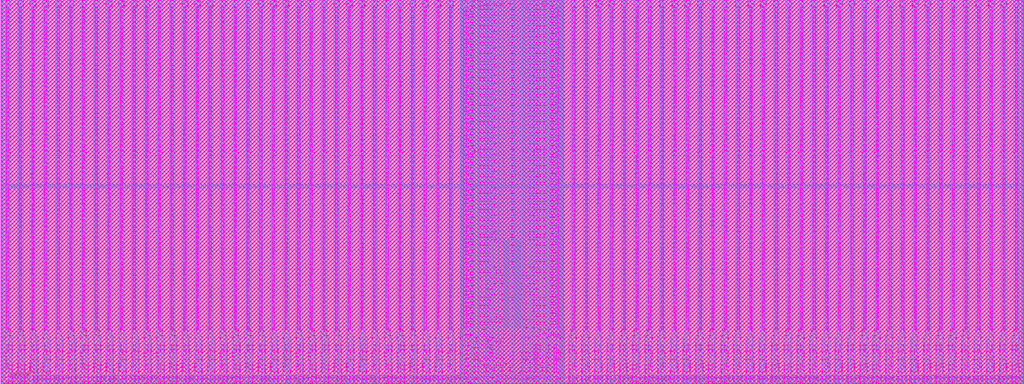
<source format=lef>
# Confidential Information of ARM, Inc.
# Use subject to ARM license.
# Copyright (c) 2022 ARM, Inc.

# ACI Version r1p1

# Reifier 4.0.0

VERSION 5.7 ;

BUSBITCHARS "[]" ;

#name: High Density Single Port Register File RVT RVT Compiler | LOGIC0040LL 40nm Process 0.299um^2 Bit Cell
#version: r1p1
#comment: This is a memory instance
#configuration:  -activity_factor 50 -back_biasing off -bits 144 -bmux off -bus_notation on -check_instname on -diodes on -drive 6 -ema on -frequency 200 -instname sram464x144 -left_bus_delim "[" -mux 2 -mvt "" -name_case upper -power_type otc -prefix "" -pwr_gnd_rename vddpe:VDDPE,vddce:VDDCE,vsse:VSSE -retention on -right_bus_delim "]" -ser none -site_def off -top_layer m5-m10 -words 464 -write_mask off -write_thru off -corners ss_0p99v_0p99v_125c,tt_1p10v_1p10v_125c
MACRO sram464x144
  FOREIGN sram464x144 0 0 ;
  SYMMETRY X Y R90 ;
  SIZE 268.38 BY 100.88 ;
  CLASS BLOCK ;
  PIN A[5]
    DIRECTION INPUT ;
    USE SIGNAL ;
    SHAPE ABUTMENT ;
    PORT
      LAYER M1 ;
      RECT 134.135 0.0 134.275 0.25 ;
      LAYER M2 ;
      RECT 134.135 0.0 134.275 0.25 ;
      LAYER M3 ;
      RECT 134.135 0.0 134.275 0.25 ;
      END
    ANTENNAGATEAREA 0.0114 ;
    ANTENNADIFFAREA 0.035 ;
    END A[5]
  PIN WEN
    DIRECTION INPUT ;
    USE SIGNAL ;
    SHAPE ABUTMENT ;
    PORT
      LAYER M3 ;
      RECT 132.53 0.0 132.67 0.25 ;
      LAYER M2 ;
      RECT 132.53 0.0 132.67 0.25 ;
      LAYER M1 ;
      RECT 132.53 0.0 132.67 0.25 ;
      END
    ANTENNAGATEAREA 0.0114 ;
    ANTENNADIFFAREA 0.035 ;
    END WEN
  PIN EMA[0]
    DIRECTION INPUT ;
    USE SIGNAL ;
    SHAPE ABUTMENT ;
    PORT
      LAYER M1 ;
      RECT 136.49 0.0 136.63 0.25 ;
      LAYER M2 ;
      RECT 136.49 0.0 136.63 0.25 ;
      LAYER M3 ;
      RECT 136.49 0.0 136.63 0.25 ;
      END
    ANTENNAGATEAREA 0.0114 ;
    ANTENNADIFFAREA 0.035 ;
    END EMA[0]
  PIN A[4]
    DIRECTION INPUT ;
    USE SIGNAL ;
    SHAPE ABUTMENT ;
    PORT
      LAYER M3 ;
      RECT 132.11 0.0 132.25 0.25 ;
      LAYER M2 ;
      RECT 132.11 0.0 132.25 0.25 ;
      LAYER M1 ;
      RECT 132.11 0.0 132.25 0.25 ;
      END
    ANTENNAGATEAREA 0.0114 ;
    ANTENNADIFFAREA 0.035 ;
    END A[4]
  PIN A[8]
    DIRECTION INPUT ;
    USE SIGNAL ;
    SHAPE ABUTMENT ;
    PORT
      LAYER M1 ;
      RECT 137.29 0.0 137.43 0.25 ;
      LAYER M2 ;
      RECT 137.29 0.0 137.43 0.25 ;
      LAYER M3 ;
      RECT 137.29 0.0 137.43 0.25 ;
      END
    ANTENNAGATEAREA 0.0114 ;
    ANTENNADIFFAREA 0.035 ;
    END A[8]
  PIN A[1]
    DIRECTION INPUT ;
    USE SIGNAL ;
    SHAPE ABUTMENT ;
    PORT
      LAYER M3 ;
      RECT 128.71 0.0 128.85 0.25 ;
      LAYER M2 ;
      RECT 128.71 0.0 128.85 0.25 ;
      LAYER M1 ;
      RECT 128.71 0.0 128.85 0.25 ;
      END
    ANTENNAGATEAREA 0.0114 ;
    ANTENNADIFFAREA 0.035 ;
    END A[1]
  PIN A[7]
    DIRECTION INPUT ;
    USE SIGNAL ;
    SHAPE ABUTMENT ;
    PORT
      LAYER M1 ;
      RECT 137.57 0.0 137.71 0.25 ;
      LAYER M2 ;
      RECT 137.57 0.0 137.71 0.25 ;
      LAYER M3 ;
      RECT 137.57 0.0 137.71 0.25 ;
      END
    ANTENNAGATEAREA 0.0114 ;
    ANTENNADIFFAREA 0.035 ;
    END A[7]
  PIN A[2]
    DIRECTION INPUT ;
    USE SIGNAL ;
    SHAPE ABUTMENT ;
    PORT
      LAYER M3 ;
      RECT 128.43 0.0 128.57 0.25 ;
      LAYER M2 ;
      RECT 128.43 0.0 128.57 0.25 ;
      LAYER M1 ;
      RECT 128.43 0.0 128.57 0.25 ;
      END
    ANTENNAGATEAREA 0.0114 ;
    ANTENNADIFFAREA 0.035 ;
    END A[2]
  PIN EMA[1]
    DIRECTION INPUT ;
    USE SIGNAL ;
    SHAPE ABUTMENT ;
    PORT
      LAYER M1 ;
      RECT 138.14 0.0 138.28 0.25 ;
      LAYER M2 ;
      RECT 138.14 0.0 138.28 0.25 ;
      LAYER M3 ;
      RECT 138.14 0.0 138.28 0.25 ;
      END
    ANTENNAGATEAREA 0.0114 ;
    ANTENNADIFFAREA 0.035 ;
    END EMA[1]
  PIN CLK
    DIRECTION INPUT ;
    USE SIGNAL ;
    SHAPE ABUTMENT ;
    PORT
      LAYER M3 ;
      RECT 126.42 0.0 126.56 0.25 ;
      LAYER M2 ;
      RECT 126.42 0.0 126.56 0.25 ;
      LAYER M1 ;
      RECT 126.42 0.0 126.56 0.25 ;
      LAYER M4 ;
      RECT 126.38 0.0 126.59 0.25 ;
      END
    ANTENNAGATEAREA 0.0114 ;
    ANTENNADIFFAREA 0.035 ;
    END CLK
  PIN EMA[2]
    DIRECTION INPUT ;
    USE SIGNAL ;
    SHAPE ABUTMENT ;
    PORT
      LAYER M1 ;
      RECT 138.535 0.0 138.675 0.25 ;
      LAYER M2 ;
      RECT 138.535 0.0 138.675 0.25 ;
      LAYER M3 ;
      RECT 138.535 0.0 138.675 0.25 ;
      END
    ANTENNAGATEAREA 0.0114 ;
    ANTENNADIFFAREA 0.035 ;
    END EMA[2]
  PIN EMAW[1]
    DIRECTION INPUT ;
    USE SIGNAL ;
    SHAPE ABUTMENT ;
    PORT
      LAYER M3 ;
      RECT 125.445 0.0 125.585 0.25 ;
      LAYER M2 ;
      RECT 125.445 0.0 125.585 0.25 ;
      LAYER M1 ;
      RECT 125.445 0.0 125.585 0.25 ;
      END
    ANTENNAGATEAREA 0.0114 ;
    ANTENNADIFFAREA 0.035 ;
    END EMAW[1]
  PIN A[3]
    DIRECTION INPUT ;
    USE SIGNAL ;
    SHAPE ABUTMENT ;
    PORT
      LAYER M1 ;
      RECT 140.685 0.0 140.825 0.25 ;
      LAYER M2 ;
      RECT 140.685 0.0 140.825 0.25 ;
      LAYER M3 ;
      RECT 140.685 0.0 140.825 0.25 ;
      END
    ANTENNAGATEAREA 0.0114 ;
    ANTENNADIFFAREA 0.035 ;
    END A[3]
  PIN EMAW[0]
    DIRECTION INPUT ;
    USE SIGNAL ;
    SHAPE ABUTMENT ;
    PORT
      LAYER M3 ;
      RECT 124.63 0.0 124.77 0.25 ;
      LAYER M2 ;
      RECT 124.63 0.0 124.77 0.25 ;
      LAYER M1 ;
      RECT 124.63 0.0 124.77 0.25 ;
      END
    ANTENNAGATEAREA 0.0114 ;
    ANTENNADIFFAREA 0.035 ;
    END EMAW[0]
  PIN A[6]
    DIRECTION INPUT ;
    USE SIGNAL ;
    SHAPE ABUTMENT ;
    PORT
      LAYER M1 ;
      RECT 140.97 0.0 141.11 0.25 ;
      LAYER M2 ;
      RECT 140.97 0.0 141.11 0.25 ;
      LAYER M3 ;
      RECT 140.97 0.0 141.11 0.25 ;
      END
    ANTENNAGATEAREA 0.0114 ;
    ANTENNADIFFAREA 0.035 ;
    END A[6]
  PIN CEN
    DIRECTION INPUT ;
    USE SIGNAL ;
    SHAPE ABUTMENT ;
    PORT
      LAYER M3 ;
      RECT 121.355 0.0 121.495 0.25 ;
      LAYER M2 ;
      RECT 121.355 0.0 121.495 0.25 ;
      LAYER M1 ;
      RECT 121.355 0.0 121.495 0.25 ;
      END
    ANTENNAGATEAREA 0.0114 ;
    ANTENNADIFFAREA 0.035 ;
    END CEN
  PIN A[0]
    DIRECTION INPUT ;
    USE SIGNAL ;
    SHAPE ABUTMENT ;
    PORT
      LAYER M1 ;
      RECT 147.52 0.0 147.66 0.25 ;
      LAYER M2 ;
      RECT 147.52 0.0 147.66 0.25 ;
      LAYER M3 ;
      RECT 147.52 0.0 147.66 0.25 ;
      END
    ANTENNAGATEAREA 0.0114 ;
    ANTENNADIFFAREA 0.035 ;
    END A[0]
  PIN RET1N
    DIRECTION INPUT ;
    USE SIGNAL ;
    SHAPE ABUTMENT ;
    PORT
      LAYER M3 ;
      RECT 120.71 0.0 120.85 0.25 ;
      LAYER M2 ;
      RECT 120.71 0.0 120.85 0.25 ;
      LAYER M1 ;
      RECT 120.71 0.0 120.85 0.25 ;
      END
    ANTENNAGATEAREA 0.0114 ;
    ANTENNADIFFAREA 0.035 ;
    END RET1N
  PIN Q[72]
    DIRECTION OUTPUT ;
    USE SIGNAL ;
    SHAPE ABUTMENT ;
    PORT
      LAYER M1 ;
      RECT 148.58 0.0 148.72 0.25 ;
      LAYER M2 ;
      RECT 148.58 0.0 148.72 0.25 ;
      LAYER M3 ;
      RECT 148.58 0.0 148.72 0.25 ;
      END
    ANTENNADIFFAREA 0.035 ;
    END Q[72]
  PIN Q[71]
    DIRECTION OUTPUT ;
    USE SIGNAL ;
    SHAPE ABUTMENT ;
    PORT
      LAYER M3 ;
      RECT 119.66 0.0 119.8 0.25 ;
      LAYER M2 ;
      RECT 119.66 0.0 119.8 0.25 ;
      LAYER M1 ;
      RECT 119.66 0.0 119.8 0.25 ;
      END
    ANTENNADIFFAREA 0.035 ;
    END Q[71]
  PIN D[72]
    DIRECTION INPUT ;
    USE SIGNAL ;
    SHAPE ABUTMENT ;
    PORT
      LAYER M1 ;
      RECT 149.42 0.0 149.56 0.25 ;
      LAYER M2 ;
      RECT 149.42 0.0 149.56 0.25 ;
      LAYER M3 ;
      RECT 149.42 0.0 149.56 0.25 ;
      END
    ANTENNAGATEAREA 0.0114 ;
    ANTENNADIFFAREA 0.035 ;
    END D[72]
  PIN D[71]
    DIRECTION INPUT ;
    USE SIGNAL ;
    SHAPE ABUTMENT ;
    PORT
      LAYER M3 ;
      RECT 118.82 0.0 118.96 0.25 ;
      LAYER M2 ;
      RECT 118.82 0.0 118.96 0.25 ;
      LAYER M1 ;
      RECT 118.82 0.0 118.96 0.25 ;
      END
    ANTENNAGATEAREA 0.0114 ;
    ANTENNADIFFAREA 0.035 ;
    END D[71]
  PIN D[73]
    DIRECTION INPUT ;
    USE SIGNAL ;
    SHAPE ABUTMENT ;
    PORT
      LAYER M1 ;
      RECT 149.7 0.0 149.84 0.25 ;
      LAYER M2 ;
      RECT 149.7 0.0 149.84 0.25 ;
      LAYER M3 ;
      RECT 149.7 0.0 149.84 0.25 ;
      END
    ANTENNAGATEAREA 0.0114 ;
    ANTENNADIFFAREA 0.035 ;
    END D[73]
  PIN D[70]
    DIRECTION INPUT ;
    USE SIGNAL ;
    SHAPE ABUTMENT ;
    PORT
      LAYER M3 ;
      RECT 118.54 0.0 118.68 0.25 ;
      LAYER M2 ;
      RECT 118.54 0.0 118.68 0.25 ;
      LAYER M1 ;
      RECT 118.54 0.0 118.68 0.25 ;
      END
    ANTENNAGATEAREA 0.0114 ;
    ANTENNADIFFAREA 0.035 ;
    END D[70]
  PIN Q[73]
    DIRECTION OUTPUT ;
    USE SIGNAL ;
    SHAPE ABUTMENT ;
    PORT
      LAYER M1 ;
      RECT 150.47 0.0 150.61 0.25 ;
      LAYER M2 ;
      RECT 150.47 0.0 150.61 0.25 ;
      END
    ANTENNADIFFAREA 0.035 ;
    END Q[73]
  PIN Q[70]
    DIRECTION OUTPUT ;
    USE SIGNAL ;
    SHAPE ABUTMENT ;
    PORT
      LAYER M2 ;
      RECT 117.77 0.0 117.91 0.25 ;
      LAYER M1 ;
      RECT 117.77 0.0 117.91 0.25 ;
      END
    ANTENNADIFFAREA 0.035 ;
    END Q[70]
  PIN Q[74]
    DIRECTION OUTPUT ;
    USE SIGNAL ;
    SHAPE ABUTMENT ;
    PORT
      LAYER M1 ;
      RECT 151.9 0.0 152.04 0.25 ;
      LAYER M2 ;
      RECT 151.9 0.0 152.04 0.25 ;
      LAYER M3 ;
      RECT 151.9 0.0 152.04 0.25 ;
      END
    ANTENNADIFFAREA 0.035 ;
    END Q[74]
  PIN Q[69]
    DIRECTION OUTPUT ;
    USE SIGNAL ;
    SHAPE ABUTMENT ;
    PORT
      LAYER M3 ;
      RECT 116.34 0.0 116.48 0.25 ;
      LAYER M2 ;
      RECT 116.34 0.0 116.48 0.25 ;
      LAYER M1 ;
      RECT 116.34 0.0 116.48 0.25 ;
      END
    ANTENNADIFFAREA 0.035 ;
    END Q[69]
  PIN D[74]
    DIRECTION INPUT ;
    USE SIGNAL ;
    SHAPE ABUTMENT ;
    PORT
      LAYER M1 ;
      RECT 152.74 0.0 152.88 0.25 ;
      LAYER M2 ;
      RECT 152.74 0.0 152.88 0.25 ;
      LAYER M3 ;
      RECT 152.74 0.0 152.88 0.25 ;
      END
    ANTENNAGATEAREA 0.0114 ;
    ANTENNADIFFAREA 0.035 ;
    END D[74]
  PIN D[69]
    DIRECTION INPUT ;
    USE SIGNAL ;
    SHAPE ABUTMENT ;
    PORT
      LAYER M3 ;
      RECT 115.5 0.0 115.64 0.25 ;
      LAYER M2 ;
      RECT 115.5 0.0 115.64 0.25 ;
      LAYER M1 ;
      RECT 115.5 0.0 115.64 0.25 ;
      END
    ANTENNAGATEAREA 0.0114 ;
    ANTENNADIFFAREA 0.035 ;
    END D[69]
  PIN D[75]
    DIRECTION INPUT ;
    USE SIGNAL ;
    SHAPE ABUTMENT ;
    PORT
      LAYER M1 ;
      RECT 153.02 0.0 153.16 0.25 ;
      LAYER M2 ;
      RECT 153.02 0.0 153.16 0.25 ;
      LAYER M3 ;
      RECT 153.02 0.0 153.16 0.25 ;
      END
    ANTENNAGATEAREA 0.0114 ;
    ANTENNADIFFAREA 0.035 ;
    END D[75]
  PIN D[68]
    DIRECTION INPUT ;
    USE SIGNAL ;
    SHAPE ABUTMENT ;
    PORT
      LAYER M3 ;
      RECT 115.22 0.0 115.36 0.25 ;
      LAYER M2 ;
      RECT 115.22 0.0 115.36 0.25 ;
      LAYER M1 ;
      RECT 115.22 0.0 115.36 0.25 ;
      END
    ANTENNAGATEAREA 0.0114 ;
    ANTENNADIFFAREA 0.035 ;
    END D[68]
  PIN Q[75]
    DIRECTION OUTPUT ;
    USE SIGNAL ;
    SHAPE ABUTMENT ;
    PORT
      LAYER M1 ;
      RECT 153.79 0.0 153.93 0.25 ;
      LAYER M2 ;
      RECT 153.79 0.0 153.93 0.25 ;
      END
    ANTENNADIFFAREA 0.035 ;
    END Q[75]
  PIN Q[68]
    DIRECTION OUTPUT ;
    USE SIGNAL ;
    SHAPE ABUTMENT ;
    PORT
      LAYER M2 ;
      RECT 114.45 0.0 114.59 0.25 ;
      LAYER M1 ;
      RECT 114.45 0.0 114.59 0.25 ;
      END
    ANTENNADIFFAREA 0.035 ;
    END Q[68]
  PIN Q[76]
    DIRECTION OUTPUT ;
    USE SIGNAL ;
    SHAPE ABUTMENT ;
    PORT
      LAYER M1 ;
      RECT 155.22 0.0 155.36 0.25 ;
      LAYER M2 ;
      RECT 155.22 0.0 155.36 0.25 ;
      LAYER M3 ;
      RECT 155.22 0.0 155.36 0.25 ;
      END
    ANTENNADIFFAREA 0.035 ;
    END Q[76]
  PIN Q[67]
    DIRECTION OUTPUT ;
    USE SIGNAL ;
    SHAPE ABUTMENT ;
    PORT
      LAYER M3 ;
      RECT 113.02 0.0 113.16 0.25 ;
      LAYER M2 ;
      RECT 113.02 0.0 113.16 0.25 ;
      LAYER M1 ;
      RECT 113.02 0.0 113.16 0.25 ;
      END
    ANTENNADIFFAREA 0.035 ;
    END Q[67]
  PIN D[76]
    DIRECTION INPUT ;
    USE SIGNAL ;
    SHAPE ABUTMENT ;
    PORT
      LAYER M1 ;
      RECT 156.06 0.0 156.2 0.25 ;
      LAYER M2 ;
      RECT 156.06 0.0 156.2 0.25 ;
      LAYER M3 ;
      RECT 156.06 0.0 156.2 0.25 ;
      END
    ANTENNAGATEAREA 0.0114 ;
    ANTENNADIFFAREA 0.035 ;
    END D[76]
  PIN D[67]
    DIRECTION INPUT ;
    USE SIGNAL ;
    SHAPE ABUTMENT ;
    PORT
      LAYER M3 ;
      RECT 112.18 0.0 112.32 0.25 ;
      LAYER M2 ;
      RECT 112.18 0.0 112.32 0.25 ;
      LAYER M1 ;
      RECT 112.18 0.0 112.32 0.25 ;
      END
    ANTENNAGATEAREA 0.0114 ;
    ANTENNADIFFAREA 0.035 ;
    END D[67]
  PIN D[77]
    DIRECTION INPUT ;
    USE SIGNAL ;
    SHAPE ABUTMENT ;
    PORT
      LAYER M1 ;
      RECT 156.34 0.0 156.48 0.25 ;
      LAYER M2 ;
      RECT 156.34 0.0 156.48 0.25 ;
      LAYER M3 ;
      RECT 156.34 0.0 156.48 0.25 ;
      END
    ANTENNAGATEAREA 0.0114 ;
    ANTENNADIFFAREA 0.035 ;
    END D[77]
  PIN D[66]
    DIRECTION INPUT ;
    USE SIGNAL ;
    SHAPE ABUTMENT ;
    PORT
      LAYER M3 ;
      RECT 111.9 0.0 112.04 0.25 ;
      LAYER M2 ;
      RECT 111.9 0.0 112.04 0.25 ;
      LAYER M1 ;
      RECT 111.9 0.0 112.04 0.25 ;
      END
    ANTENNAGATEAREA 0.0114 ;
    ANTENNADIFFAREA 0.035 ;
    END D[66]
  PIN Q[77]
    DIRECTION OUTPUT ;
    USE SIGNAL ;
    SHAPE ABUTMENT ;
    PORT
      LAYER M1 ;
      RECT 157.11 0.0 157.25 0.25 ;
      LAYER M2 ;
      RECT 157.11 0.0 157.25 0.25 ;
      END
    ANTENNADIFFAREA 0.035 ;
    END Q[77]
  PIN Q[66]
    DIRECTION OUTPUT ;
    USE SIGNAL ;
    SHAPE ABUTMENT ;
    PORT
      LAYER M2 ;
      RECT 111.13 0.0 111.27 0.25 ;
      LAYER M1 ;
      RECT 111.13 0.0 111.27 0.25 ;
      END
    ANTENNADIFFAREA 0.035 ;
    END Q[66]
  PIN Q[78]
    DIRECTION OUTPUT ;
    USE SIGNAL ;
    SHAPE ABUTMENT ;
    PORT
      LAYER M1 ;
      RECT 158.54 0.0 158.68 0.25 ;
      LAYER M2 ;
      RECT 158.54 0.0 158.68 0.25 ;
      LAYER M3 ;
      RECT 158.54 0.0 158.68 0.25 ;
      END
    ANTENNADIFFAREA 0.035 ;
    END Q[78]
  PIN Q[65]
    DIRECTION OUTPUT ;
    USE SIGNAL ;
    SHAPE ABUTMENT ;
    PORT
      LAYER M3 ;
      RECT 109.7 0.0 109.84 0.25 ;
      LAYER M2 ;
      RECT 109.7 0.0 109.84 0.25 ;
      LAYER M1 ;
      RECT 109.7 0.0 109.84 0.25 ;
      END
    ANTENNADIFFAREA 0.035 ;
    END Q[65]
  PIN D[78]
    DIRECTION INPUT ;
    USE SIGNAL ;
    SHAPE ABUTMENT ;
    PORT
      LAYER M1 ;
      RECT 159.38 0.0 159.52 0.25 ;
      LAYER M2 ;
      RECT 159.38 0.0 159.52 0.25 ;
      LAYER M3 ;
      RECT 159.38 0.0 159.52 0.25 ;
      END
    ANTENNAGATEAREA 0.0114 ;
    ANTENNADIFFAREA 0.035 ;
    END D[78]
  PIN D[65]
    DIRECTION INPUT ;
    USE SIGNAL ;
    SHAPE ABUTMENT ;
    PORT
      LAYER M3 ;
      RECT 108.86 0.0 109.0 0.25 ;
      LAYER M2 ;
      RECT 108.86 0.0 109.0 0.25 ;
      LAYER M1 ;
      RECT 108.86 0.0 109.0 0.25 ;
      END
    ANTENNAGATEAREA 0.0114 ;
    ANTENNADIFFAREA 0.035 ;
    END D[65]
  PIN D[79]
    DIRECTION INPUT ;
    USE SIGNAL ;
    SHAPE ABUTMENT ;
    PORT
      LAYER M1 ;
      RECT 159.66 0.0 159.8 0.25 ;
      LAYER M2 ;
      RECT 159.66 0.0 159.8 0.25 ;
      LAYER M3 ;
      RECT 159.66 0.0 159.8 0.25 ;
      END
    ANTENNAGATEAREA 0.0114 ;
    ANTENNADIFFAREA 0.035 ;
    END D[79]
  PIN D[64]
    DIRECTION INPUT ;
    USE SIGNAL ;
    SHAPE ABUTMENT ;
    PORT
      LAYER M3 ;
      RECT 108.58 0.0 108.72 0.25 ;
      LAYER M2 ;
      RECT 108.58 0.0 108.72 0.25 ;
      LAYER M1 ;
      RECT 108.58 0.0 108.72 0.25 ;
      END
    ANTENNAGATEAREA 0.0114 ;
    ANTENNADIFFAREA 0.035 ;
    END D[64]
  PIN Q[79]
    DIRECTION OUTPUT ;
    USE SIGNAL ;
    SHAPE ABUTMENT ;
    PORT
      LAYER M1 ;
      RECT 160.43 0.0 160.57 0.25 ;
      LAYER M2 ;
      RECT 160.43 0.0 160.57 0.25 ;
      END
    ANTENNADIFFAREA 0.035 ;
    END Q[79]
  PIN Q[64]
    DIRECTION OUTPUT ;
    USE SIGNAL ;
    SHAPE ABUTMENT ;
    PORT
      LAYER M2 ;
      RECT 107.81 0.0 107.95 0.25 ;
      LAYER M1 ;
      RECT 107.81 0.0 107.95 0.25 ;
      END
    ANTENNADIFFAREA 0.035 ;
    END Q[64]
  PIN Q[80]
    DIRECTION OUTPUT ;
    USE SIGNAL ;
    SHAPE ABUTMENT ;
    PORT
      LAYER M1 ;
      RECT 161.86 0.0 162.0 0.25 ;
      LAYER M2 ;
      RECT 161.86 0.0 162.0 0.25 ;
      LAYER M3 ;
      RECT 161.86 0.0 162.0 0.25 ;
      END
    ANTENNADIFFAREA 0.035 ;
    END Q[80]
  PIN Q[63]
    DIRECTION OUTPUT ;
    USE SIGNAL ;
    SHAPE ABUTMENT ;
    PORT
      LAYER M3 ;
      RECT 106.38 0.0 106.52 0.25 ;
      LAYER M2 ;
      RECT 106.38 0.0 106.52 0.25 ;
      LAYER M1 ;
      RECT 106.38 0.0 106.52 0.25 ;
      END
    ANTENNADIFFAREA 0.035 ;
    END Q[63]
  PIN D[80]
    DIRECTION INPUT ;
    USE SIGNAL ;
    SHAPE ABUTMENT ;
    PORT
      LAYER M1 ;
      RECT 162.7 0.0 162.84 0.25 ;
      LAYER M2 ;
      RECT 162.7 0.0 162.84 0.25 ;
      LAYER M3 ;
      RECT 162.7 0.0 162.84 0.25 ;
      END
    ANTENNAGATEAREA 0.0114 ;
    ANTENNADIFFAREA 0.035 ;
    END D[80]
  PIN D[63]
    DIRECTION INPUT ;
    USE SIGNAL ;
    SHAPE ABUTMENT ;
    PORT
      LAYER M3 ;
      RECT 105.54 0.0 105.68 0.25 ;
      LAYER M2 ;
      RECT 105.54 0.0 105.68 0.25 ;
      LAYER M1 ;
      RECT 105.54 0.0 105.68 0.25 ;
      END
    ANTENNAGATEAREA 0.0114 ;
    ANTENNADIFFAREA 0.035 ;
    END D[63]
  PIN D[81]
    DIRECTION INPUT ;
    USE SIGNAL ;
    SHAPE ABUTMENT ;
    PORT
      LAYER M1 ;
      RECT 162.98 0.0 163.12 0.25 ;
      LAYER M2 ;
      RECT 162.98 0.0 163.12 0.25 ;
      LAYER M3 ;
      RECT 162.98 0.0 163.12 0.25 ;
      END
    ANTENNAGATEAREA 0.0114 ;
    ANTENNADIFFAREA 0.035 ;
    END D[81]
  PIN D[62]
    DIRECTION INPUT ;
    USE SIGNAL ;
    SHAPE ABUTMENT ;
    PORT
      LAYER M3 ;
      RECT 105.26 0.0 105.4 0.25 ;
      LAYER M2 ;
      RECT 105.26 0.0 105.4 0.25 ;
      LAYER M1 ;
      RECT 105.26 0.0 105.4 0.25 ;
      END
    ANTENNAGATEAREA 0.0114 ;
    ANTENNADIFFAREA 0.035 ;
    END D[62]
  PIN Q[81]
    DIRECTION OUTPUT ;
    USE SIGNAL ;
    SHAPE ABUTMENT ;
    PORT
      LAYER M1 ;
      RECT 163.75 0.0 163.89 0.25 ;
      LAYER M2 ;
      RECT 163.75 0.0 163.89 0.25 ;
      END
    ANTENNADIFFAREA 0.035 ;
    END Q[81]
  PIN Q[62]
    DIRECTION OUTPUT ;
    USE SIGNAL ;
    SHAPE ABUTMENT ;
    PORT
      LAYER M2 ;
      RECT 104.49 0.0 104.63 0.25 ;
      LAYER M1 ;
      RECT 104.49 0.0 104.63 0.25 ;
      END
    ANTENNADIFFAREA 0.035 ;
    END Q[62]
  PIN Q[82]
    DIRECTION OUTPUT ;
    USE SIGNAL ;
    SHAPE ABUTMENT ;
    PORT
      LAYER M1 ;
      RECT 165.18 0.0 165.32 0.25 ;
      LAYER M2 ;
      RECT 165.18 0.0 165.32 0.25 ;
      LAYER M3 ;
      RECT 165.18 0.0 165.32 0.25 ;
      END
    ANTENNADIFFAREA 0.035 ;
    END Q[82]
  PIN Q[61]
    DIRECTION OUTPUT ;
    USE SIGNAL ;
    SHAPE ABUTMENT ;
    PORT
      LAYER M3 ;
      RECT 103.06 0.0 103.2 0.25 ;
      LAYER M2 ;
      RECT 103.06 0.0 103.2 0.25 ;
      LAYER M1 ;
      RECT 103.06 0.0 103.2 0.25 ;
      END
    ANTENNADIFFAREA 0.035 ;
    END Q[61]
  PIN D[82]
    DIRECTION INPUT ;
    USE SIGNAL ;
    SHAPE ABUTMENT ;
    PORT
      LAYER M1 ;
      RECT 166.02 0.0 166.16 0.25 ;
      LAYER M2 ;
      RECT 166.02 0.0 166.16 0.25 ;
      LAYER M3 ;
      RECT 166.02 0.0 166.16 0.25 ;
      END
    ANTENNAGATEAREA 0.0114 ;
    ANTENNADIFFAREA 0.035 ;
    END D[82]
  PIN D[61]
    DIRECTION INPUT ;
    USE SIGNAL ;
    SHAPE ABUTMENT ;
    PORT
      LAYER M3 ;
      RECT 102.22 0.0 102.36 0.25 ;
      LAYER M2 ;
      RECT 102.22 0.0 102.36 0.25 ;
      LAYER M1 ;
      RECT 102.22 0.0 102.36 0.25 ;
      END
    ANTENNAGATEAREA 0.0114 ;
    ANTENNADIFFAREA 0.035 ;
    END D[61]
  PIN D[83]
    DIRECTION INPUT ;
    USE SIGNAL ;
    SHAPE ABUTMENT ;
    PORT
      LAYER M1 ;
      RECT 166.3 0.0 166.44 0.25 ;
      LAYER M2 ;
      RECT 166.3 0.0 166.44 0.25 ;
      LAYER M3 ;
      RECT 166.3 0.0 166.44 0.25 ;
      END
    ANTENNAGATEAREA 0.0114 ;
    ANTENNADIFFAREA 0.035 ;
    END D[83]
  PIN D[60]
    DIRECTION INPUT ;
    USE SIGNAL ;
    SHAPE ABUTMENT ;
    PORT
      LAYER M3 ;
      RECT 101.94 0.0 102.08 0.25 ;
      LAYER M2 ;
      RECT 101.94 0.0 102.08 0.25 ;
      LAYER M1 ;
      RECT 101.94 0.0 102.08 0.25 ;
      END
    ANTENNAGATEAREA 0.0114 ;
    ANTENNADIFFAREA 0.035 ;
    END D[60]
  PIN Q[83]
    DIRECTION OUTPUT ;
    USE SIGNAL ;
    SHAPE ABUTMENT ;
    PORT
      LAYER M1 ;
      RECT 167.07 0.0 167.21 0.25 ;
      LAYER M2 ;
      RECT 167.07 0.0 167.21 0.25 ;
      END
    ANTENNADIFFAREA 0.035 ;
    END Q[83]
  PIN Q[60]
    DIRECTION OUTPUT ;
    USE SIGNAL ;
    SHAPE ABUTMENT ;
    PORT
      LAYER M2 ;
      RECT 101.17 0.0 101.31 0.25 ;
      LAYER M1 ;
      RECT 101.17 0.0 101.31 0.25 ;
      END
    ANTENNADIFFAREA 0.035 ;
    END Q[60]
  PIN Q[84]
    DIRECTION OUTPUT ;
    USE SIGNAL ;
    SHAPE ABUTMENT ;
    PORT
      LAYER M1 ;
      RECT 168.5 0.0 168.64 0.25 ;
      LAYER M2 ;
      RECT 168.5 0.0 168.64 0.25 ;
      LAYER M3 ;
      RECT 168.5 0.0 168.64 0.25 ;
      END
    ANTENNADIFFAREA 0.035 ;
    END Q[84]
  PIN Q[59]
    DIRECTION OUTPUT ;
    USE SIGNAL ;
    SHAPE ABUTMENT ;
    PORT
      LAYER M3 ;
      RECT 99.74 0.0 99.88 0.25 ;
      LAYER M2 ;
      RECT 99.74 0.0 99.88 0.25 ;
      LAYER M1 ;
      RECT 99.74 0.0 99.88 0.25 ;
      END
    ANTENNADIFFAREA 0.035 ;
    END Q[59]
  PIN D[84]
    DIRECTION INPUT ;
    USE SIGNAL ;
    SHAPE ABUTMENT ;
    PORT
      LAYER M1 ;
      RECT 169.34 0.0 169.48 0.25 ;
      LAYER M2 ;
      RECT 169.34 0.0 169.48 0.25 ;
      LAYER M3 ;
      RECT 169.34 0.0 169.48 0.25 ;
      END
    ANTENNAGATEAREA 0.0114 ;
    ANTENNADIFFAREA 0.035 ;
    END D[84]
  PIN D[59]
    DIRECTION INPUT ;
    USE SIGNAL ;
    SHAPE ABUTMENT ;
    PORT
      LAYER M3 ;
      RECT 98.9 0.0 99.04 0.25 ;
      LAYER M2 ;
      RECT 98.9 0.0 99.04 0.25 ;
      LAYER M1 ;
      RECT 98.9 0.0 99.04 0.25 ;
      END
    ANTENNAGATEAREA 0.0114 ;
    ANTENNADIFFAREA 0.035 ;
    END D[59]
  PIN D[85]
    DIRECTION INPUT ;
    USE SIGNAL ;
    SHAPE ABUTMENT ;
    PORT
      LAYER M1 ;
      RECT 169.62 0.0 169.76 0.25 ;
      LAYER M2 ;
      RECT 169.62 0.0 169.76 0.25 ;
      LAYER M3 ;
      RECT 169.62 0.0 169.76 0.25 ;
      END
    ANTENNAGATEAREA 0.0114 ;
    ANTENNADIFFAREA 0.035 ;
    END D[85]
  PIN D[58]
    DIRECTION INPUT ;
    USE SIGNAL ;
    SHAPE ABUTMENT ;
    PORT
      LAYER M3 ;
      RECT 98.62 0.0 98.76 0.25 ;
      LAYER M2 ;
      RECT 98.62 0.0 98.76 0.25 ;
      LAYER M1 ;
      RECT 98.62 0.0 98.76 0.25 ;
      END
    ANTENNAGATEAREA 0.0114 ;
    ANTENNADIFFAREA 0.035 ;
    END D[58]
  PIN Q[85]
    DIRECTION OUTPUT ;
    USE SIGNAL ;
    SHAPE ABUTMENT ;
    PORT
      LAYER M1 ;
      RECT 170.39 0.0 170.53 0.25 ;
      LAYER M2 ;
      RECT 170.39 0.0 170.53 0.25 ;
      END
    ANTENNADIFFAREA 0.035 ;
    END Q[85]
  PIN Q[58]
    DIRECTION OUTPUT ;
    USE SIGNAL ;
    SHAPE ABUTMENT ;
    PORT
      LAYER M2 ;
      RECT 97.85 0.0 97.99 0.25 ;
      LAYER M1 ;
      RECT 97.85 0.0 97.99 0.25 ;
      END
    ANTENNADIFFAREA 0.035 ;
    END Q[58]
  PIN Q[86]
    DIRECTION OUTPUT ;
    USE SIGNAL ;
    SHAPE ABUTMENT ;
    PORT
      LAYER M1 ;
      RECT 171.82 0.0 171.96 0.25 ;
      LAYER M2 ;
      RECT 171.82 0.0 171.96 0.25 ;
      LAYER M3 ;
      RECT 171.82 0.0 171.96 0.25 ;
      END
    ANTENNADIFFAREA 0.035 ;
    END Q[86]
  PIN Q[57]
    DIRECTION OUTPUT ;
    USE SIGNAL ;
    SHAPE ABUTMENT ;
    PORT
      LAYER M3 ;
      RECT 96.42 0.0 96.56 0.25 ;
      LAYER M2 ;
      RECT 96.42 0.0 96.56 0.25 ;
      LAYER M1 ;
      RECT 96.42 0.0 96.56 0.25 ;
      END
    ANTENNADIFFAREA 0.035 ;
    END Q[57]
  PIN D[86]
    DIRECTION INPUT ;
    USE SIGNAL ;
    SHAPE ABUTMENT ;
    PORT
      LAYER M1 ;
      RECT 172.66 0.0 172.8 0.25 ;
      LAYER M2 ;
      RECT 172.66 0.0 172.8 0.25 ;
      LAYER M3 ;
      RECT 172.66 0.0 172.8 0.25 ;
      END
    ANTENNAGATEAREA 0.0114 ;
    ANTENNADIFFAREA 0.035 ;
    END D[86]
  PIN D[57]
    DIRECTION INPUT ;
    USE SIGNAL ;
    SHAPE ABUTMENT ;
    PORT
      LAYER M3 ;
      RECT 95.58 0.0 95.72 0.25 ;
      LAYER M2 ;
      RECT 95.58 0.0 95.72 0.25 ;
      LAYER M1 ;
      RECT 95.58 0.0 95.72 0.25 ;
      END
    ANTENNAGATEAREA 0.0114 ;
    ANTENNADIFFAREA 0.035 ;
    END D[57]
  PIN D[87]
    DIRECTION INPUT ;
    USE SIGNAL ;
    SHAPE ABUTMENT ;
    PORT
      LAYER M1 ;
      RECT 172.94 0.0 173.08 0.25 ;
      LAYER M2 ;
      RECT 172.94 0.0 173.08 0.25 ;
      LAYER M3 ;
      RECT 172.94 0.0 173.08 0.25 ;
      END
    ANTENNAGATEAREA 0.0114 ;
    ANTENNADIFFAREA 0.035 ;
    END D[87]
  PIN D[56]
    DIRECTION INPUT ;
    USE SIGNAL ;
    SHAPE ABUTMENT ;
    PORT
      LAYER M3 ;
      RECT 95.3 0.0 95.44 0.25 ;
      LAYER M2 ;
      RECT 95.3 0.0 95.44 0.25 ;
      LAYER M1 ;
      RECT 95.3 0.0 95.44 0.25 ;
      END
    ANTENNAGATEAREA 0.0114 ;
    ANTENNADIFFAREA 0.035 ;
    END D[56]
  PIN Q[87]
    DIRECTION OUTPUT ;
    USE SIGNAL ;
    SHAPE ABUTMENT ;
    PORT
      LAYER M1 ;
      RECT 173.71 0.0 173.85 0.25 ;
      LAYER M2 ;
      RECT 173.71 0.0 173.85 0.25 ;
      END
    ANTENNADIFFAREA 0.035 ;
    END Q[87]
  PIN Q[56]
    DIRECTION OUTPUT ;
    USE SIGNAL ;
    SHAPE ABUTMENT ;
    PORT
      LAYER M2 ;
      RECT 94.53 0.0 94.67 0.25 ;
      LAYER M1 ;
      RECT 94.53 0.0 94.67 0.25 ;
      END
    ANTENNADIFFAREA 0.035 ;
    END Q[56]
  PIN Q[88]
    DIRECTION OUTPUT ;
    USE SIGNAL ;
    SHAPE ABUTMENT ;
    PORT
      LAYER M1 ;
      RECT 175.14 0.0 175.28 0.25 ;
      LAYER M2 ;
      RECT 175.14 0.0 175.28 0.25 ;
      LAYER M3 ;
      RECT 175.14 0.0 175.28 0.25 ;
      END
    ANTENNADIFFAREA 0.035 ;
    END Q[88]
  PIN Q[55]
    DIRECTION OUTPUT ;
    USE SIGNAL ;
    SHAPE ABUTMENT ;
    PORT
      LAYER M3 ;
      RECT 93.1 0.0 93.24 0.25 ;
      LAYER M2 ;
      RECT 93.1 0.0 93.24 0.25 ;
      LAYER M1 ;
      RECT 93.1 0.0 93.24 0.25 ;
      END
    ANTENNADIFFAREA 0.035 ;
    END Q[55]
  PIN D[88]
    DIRECTION INPUT ;
    USE SIGNAL ;
    SHAPE ABUTMENT ;
    PORT
      LAYER M1 ;
      RECT 175.98 0.0 176.12 0.25 ;
      LAYER M2 ;
      RECT 175.98 0.0 176.12 0.25 ;
      LAYER M3 ;
      RECT 175.98 0.0 176.12 0.25 ;
      END
    ANTENNAGATEAREA 0.0114 ;
    ANTENNADIFFAREA 0.035 ;
    END D[88]
  PIN D[55]
    DIRECTION INPUT ;
    USE SIGNAL ;
    SHAPE ABUTMENT ;
    PORT
      LAYER M3 ;
      RECT 92.26 0.0 92.4 0.25 ;
      LAYER M2 ;
      RECT 92.26 0.0 92.4 0.25 ;
      LAYER M1 ;
      RECT 92.26 0.0 92.4 0.25 ;
      END
    ANTENNAGATEAREA 0.0114 ;
    ANTENNADIFFAREA 0.035 ;
    END D[55]
  PIN D[89]
    DIRECTION INPUT ;
    USE SIGNAL ;
    SHAPE ABUTMENT ;
    PORT
      LAYER M1 ;
      RECT 176.26 0.0 176.4 0.25 ;
      LAYER M2 ;
      RECT 176.26 0.0 176.4 0.25 ;
      LAYER M3 ;
      RECT 176.26 0.0 176.4 0.25 ;
      END
    ANTENNAGATEAREA 0.0114 ;
    ANTENNADIFFAREA 0.035 ;
    END D[89]
  PIN D[54]
    DIRECTION INPUT ;
    USE SIGNAL ;
    SHAPE ABUTMENT ;
    PORT
      LAYER M3 ;
      RECT 91.98 0.0 92.12 0.25 ;
      LAYER M2 ;
      RECT 91.98 0.0 92.12 0.25 ;
      LAYER M1 ;
      RECT 91.98 0.0 92.12 0.25 ;
      END
    ANTENNAGATEAREA 0.0114 ;
    ANTENNADIFFAREA 0.035 ;
    END D[54]
  PIN Q[89]
    DIRECTION OUTPUT ;
    USE SIGNAL ;
    SHAPE ABUTMENT ;
    PORT
      LAYER M1 ;
      RECT 177.03 0.0 177.17 0.25 ;
      LAYER M2 ;
      RECT 177.03 0.0 177.17 0.25 ;
      END
    ANTENNADIFFAREA 0.035 ;
    END Q[89]
  PIN Q[54]
    DIRECTION OUTPUT ;
    USE SIGNAL ;
    SHAPE ABUTMENT ;
    PORT
      LAYER M2 ;
      RECT 91.21 0.0 91.35 0.25 ;
      LAYER M1 ;
      RECT 91.21 0.0 91.35 0.25 ;
      END
    ANTENNADIFFAREA 0.035 ;
    END Q[54]
  PIN Q[90]
    DIRECTION OUTPUT ;
    USE SIGNAL ;
    SHAPE ABUTMENT ;
    PORT
      LAYER M1 ;
      RECT 178.46 0.0 178.6 0.25 ;
      LAYER M2 ;
      RECT 178.46 0.0 178.6 0.25 ;
      LAYER M3 ;
      RECT 178.46 0.0 178.6 0.25 ;
      END
    ANTENNADIFFAREA 0.035 ;
    END Q[90]
  PIN Q[53]
    DIRECTION OUTPUT ;
    USE SIGNAL ;
    SHAPE ABUTMENT ;
    PORT
      LAYER M3 ;
      RECT 89.78 0.0 89.92 0.25 ;
      LAYER M2 ;
      RECT 89.78 0.0 89.92 0.25 ;
      LAYER M1 ;
      RECT 89.78 0.0 89.92 0.25 ;
      END
    ANTENNADIFFAREA 0.035 ;
    END Q[53]
  PIN D[90]
    DIRECTION INPUT ;
    USE SIGNAL ;
    SHAPE ABUTMENT ;
    PORT
      LAYER M1 ;
      RECT 179.3 0.0 179.44 0.25 ;
      LAYER M2 ;
      RECT 179.3 0.0 179.44 0.25 ;
      LAYER M3 ;
      RECT 179.3 0.0 179.44 0.25 ;
      END
    ANTENNAGATEAREA 0.0114 ;
    ANTENNADIFFAREA 0.035 ;
    END D[90]
  PIN D[53]
    DIRECTION INPUT ;
    USE SIGNAL ;
    SHAPE ABUTMENT ;
    PORT
      LAYER M3 ;
      RECT 88.94 0.0 89.08 0.25 ;
      LAYER M2 ;
      RECT 88.94 0.0 89.08 0.25 ;
      LAYER M1 ;
      RECT 88.94 0.0 89.08 0.25 ;
      END
    ANTENNAGATEAREA 0.0114 ;
    ANTENNADIFFAREA 0.035 ;
    END D[53]
  PIN D[91]
    DIRECTION INPUT ;
    USE SIGNAL ;
    SHAPE ABUTMENT ;
    PORT
      LAYER M1 ;
      RECT 179.58 0.0 179.72 0.25 ;
      LAYER M2 ;
      RECT 179.58 0.0 179.72 0.25 ;
      LAYER M3 ;
      RECT 179.58 0.0 179.72 0.25 ;
      END
    ANTENNAGATEAREA 0.0114 ;
    ANTENNADIFFAREA 0.035 ;
    END D[91]
  PIN D[52]
    DIRECTION INPUT ;
    USE SIGNAL ;
    SHAPE ABUTMENT ;
    PORT
      LAYER M3 ;
      RECT 88.66 0.0 88.8 0.25 ;
      LAYER M2 ;
      RECT 88.66 0.0 88.8 0.25 ;
      LAYER M1 ;
      RECT 88.66 0.0 88.8 0.25 ;
      END
    ANTENNAGATEAREA 0.0114 ;
    ANTENNADIFFAREA 0.035 ;
    END D[52]
  PIN Q[91]
    DIRECTION OUTPUT ;
    USE SIGNAL ;
    SHAPE ABUTMENT ;
    PORT
      LAYER M1 ;
      RECT 180.35 0.0 180.49 0.25 ;
      LAYER M2 ;
      RECT 180.35 0.0 180.49 0.25 ;
      END
    ANTENNADIFFAREA 0.035 ;
    END Q[91]
  PIN Q[52]
    DIRECTION OUTPUT ;
    USE SIGNAL ;
    SHAPE ABUTMENT ;
    PORT
      LAYER M2 ;
      RECT 87.89 0.0 88.03 0.25 ;
      LAYER M1 ;
      RECT 87.89 0.0 88.03 0.25 ;
      END
    ANTENNADIFFAREA 0.035 ;
    END Q[52]
  PIN Q[92]
    DIRECTION OUTPUT ;
    USE SIGNAL ;
    SHAPE ABUTMENT ;
    PORT
      LAYER M1 ;
      RECT 181.78 0.0 181.92 0.25 ;
      LAYER M2 ;
      RECT 181.78 0.0 181.92 0.25 ;
      LAYER M3 ;
      RECT 181.78 0.0 181.92 0.25 ;
      END
    ANTENNADIFFAREA 0.035 ;
    END Q[92]
  PIN Q[51]
    DIRECTION OUTPUT ;
    USE SIGNAL ;
    SHAPE ABUTMENT ;
    PORT
      LAYER M3 ;
      RECT 86.46 0.0 86.6 0.25 ;
      LAYER M2 ;
      RECT 86.46 0.0 86.6 0.25 ;
      LAYER M1 ;
      RECT 86.46 0.0 86.6 0.25 ;
      END
    ANTENNADIFFAREA 0.035 ;
    END Q[51]
  PIN D[92]
    DIRECTION INPUT ;
    USE SIGNAL ;
    SHAPE ABUTMENT ;
    PORT
      LAYER M1 ;
      RECT 182.62 0.0 182.76 0.25 ;
      LAYER M2 ;
      RECT 182.62 0.0 182.76 0.25 ;
      LAYER M3 ;
      RECT 182.62 0.0 182.76 0.25 ;
      END
    ANTENNAGATEAREA 0.0114 ;
    ANTENNADIFFAREA 0.035 ;
    END D[92]
  PIN D[51]
    DIRECTION INPUT ;
    USE SIGNAL ;
    SHAPE ABUTMENT ;
    PORT
      LAYER M3 ;
      RECT 85.62 0.0 85.76 0.25 ;
      LAYER M2 ;
      RECT 85.62 0.0 85.76 0.25 ;
      LAYER M1 ;
      RECT 85.62 0.0 85.76 0.25 ;
      END
    ANTENNAGATEAREA 0.0114 ;
    ANTENNADIFFAREA 0.035 ;
    END D[51]
  PIN D[93]
    DIRECTION INPUT ;
    USE SIGNAL ;
    SHAPE ABUTMENT ;
    PORT
      LAYER M1 ;
      RECT 182.9 0.0 183.04 0.25 ;
      LAYER M2 ;
      RECT 182.9 0.0 183.04 0.25 ;
      LAYER M3 ;
      RECT 182.9 0.0 183.04 0.25 ;
      END
    ANTENNAGATEAREA 0.0114 ;
    ANTENNADIFFAREA 0.035 ;
    END D[93]
  PIN D[50]
    DIRECTION INPUT ;
    USE SIGNAL ;
    SHAPE ABUTMENT ;
    PORT
      LAYER M3 ;
      RECT 85.34 0.0 85.48 0.25 ;
      LAYER M2 ;
      RECT 85.34 0.0 85.48 0.25 ;
      LAYER M1 ;
      RECT 85.34 0.0 85.48 0.25 ;
      END
    ANTENNAGATEAREA 0.0114 ;
    ANTENNADIFFAREA 0.035 ;
    END D[50]
  PIN Q[93]
    DIRECTION OUTPUT ;
    USE SIGNAL ;
    SHAPE ABUTMENT ;
    PORT
      LAYER M1 ;
      RECT 183.67 0.0 183.81 0.25 ;
      LAYER M2 ;
      RECT 183.67 0.0 183.81 0.25 ;
      END
    ANTENNADIFFAREA 0.035 ;
    END Q[93]
  PIN Q[50]
    DIRECTION OUTPUT ;
    USE SIGNAL ;
    SHAPE ABUTMENT ;
    PORT
      LAYER M2 ;
      RECT 84.57 0.0 84.71 0.25 ;
      LAYER M1 ;
      RECT 84.57 0.0 84.71 0.25 ;
      END
    ANTENNADIFFAREA 0.035 ;
    END Q[50]
  PIN Q[94]
    DIRECTION OUTPUT ;
    USE SIGNAL ;
    SHAPE ABUTMENT ;
    PORT
      LAYER M1 ;
      RECT 185.1 0.0 185.24 0.25 ;
      LAYER M2 ;
      RECT 185.1 0.0 185.24 0.25 ;
      LAYER M3 ;
      RECT 185.1 0.0 185.24 0.25 ;
      END
    ANTENNADIFFAREA 0.035 ;
    END Q[94]
  PIN Q[49]
    DIRECTION OUTPUT ;
    USE SIGNAL ;
    SHAPE ABUTMENT ;
    PORT
      LAYER M3 ;
      RECT 83.14 0.0 83.28 0.25 ;
      LAYER M2 ;
      RECT 83.14 0.0 83.28 0.25 ;
      LAYER M1 ;
      RECT 83.14 0.0 83.28 0.25 ;
      END
    ANTENNADIFFAREA 0.035 ;
    END Q[49]
  PIN D[94]
    DIRECTION INPUT ;
    USE SIGNAL ;
    SHAPE ABUTMENT ;
    PORT
      LAYER M1 ;
      RECT 185.94 0.0 186.08 0.25 ;
      LAYER M2 ;
      RECT 185.94 0.0 186.08 0.25 ;
      LAYER M3 ;
      RECT 185.94 0.0 186.08 0.25 ;
      END
    ANTENNAGATEAREA 0.0114 ;
    ANTENNADIFFAREA 0.035 ;
    END D[94]
  PIN D[49]
    DIRECTION INPUT ;
    USE SIGNAL ;
    SHAPE ABUTMENT ;
    PORT
      LAYER M3 ;
      RECT 82.3 0.0 82.44 0.25 ;
      LAYER M2 ;
      RECT 82.3 0.0 82.44 0.25 ;
      LAYER M1 ;
      RECT 82.3 0.0 82.44 0.25 ;
      END
    ANTENNAGATEAREA 0.0114 ;
    ANTENNADIFFAREA 0.035 ;
    END D[49]
  PIN D[95]
    DIRECTION INPUT ;
    USE SIGNAL ;
    SHAPE ABUTMENT ;
    PORT
      LAYER M1 ;
      RECT 186.22 0.0 186.36 0.25 ;
      LAYER M2 ;
      RECT 186.22 0.0 186.36 0.25 ;
      LAYER M3 ;
      RECT 186.22 0.0 186.36 0.25 ;
      END
    ANTENNAGATEAREA 0.0114 ;
    ANTENNADIFFAREA 0.035 ;
    END D[95]
  PIN D[48]
    DIRECTION INPUT ;
    USE SIGNAL ;
    SHAPE ABUTMENT ;
    PORT
      LAYER M3 ;
      RECT 82.02 0.0 82.16 0.25 ;
      LAYER M2 ;
      RECT 82.02 0.0 82.16 0.25 ;
      LAYER M1 ;
      RECT 82.02 0.0 82.16 0.25 ;
      END
    ANTENNAGATEAREA 0.0114 ;
    ANTENNADIFFAREA 0.035 ;
    END D[48]
  PIN Q[95]
    DIRECTION OUTPUT ;
    USE SIGNAL ;
    SHAPE ABUTMENT ;
    PORT
      LAYER M1 ;
      RECT 186.99 0.0 187.13 0.25 ;
      LAYER M2 ;
      RECT 186.99 0.0 187.13 0.25 ;
      END
    ANTENNADIFFAREA 0.035 ;
    END Q[95]
  PIN Q[48]
    DIRECTION OUTPUT ;
    USE SIGNAL ;
    SHAPE ABUTMENT ;
    PORT
      LAYER M2 ;
      RECT 81.25 0.0 81.39 0.25 ;
      LAYER M1 ;
      RECT 81.25 0.0 81.39 0.25 ;
      END
    ANTENNADIFFAREA 0.035 ;
    END Q[48]
  PIN Q[96]
    DIRECTION OUTPUT ;
    USE SIGNAL ;
    SHAPE ABUTMENT ;
    PORT
      LAYER M1 ;
      RECT 188.42 0.0 188.56 0.25 ;
      LAYER M2 ;
      RECT 188.42 0.0 188.56 0.25 ;
      LAYER M3 ;
      RECT 188.42 0.0 188.56 0.25 ;
      END
    ANTENNADIFFAREA 0.035 ;
    END Q[96]
  PIN Q[47]
    DIRECTION OUTPUT ;
    USE SIGNAL ;
    SHAPE ABUTMENT ;
    PORT
      LAYER M3 ;
      RECT 79.82 0.0 79.96 0.25 ;
      LAYER M2 ;
      RECT 79.82 0.0 79.96 0.25 ;
      LAYER M1 ;
      RECT 79.82 0.0 79.96 0.25 ;
      END
    ANTENNADIFFAREA 0.035 ;
    END Q[47]
  PIN D[96]
    DIRECTION INPUT ;
    USE SIGNAL ;
    SHAPE ABUTMENT ;
    PORT
      LAYER M1 ;
      RECT 189.26 0.0 189.4 0.25 ;
      LAYER M2 ;
      RECT 189.26 0.0 189.4 0.25 ;
      LAYER M3 ;
      RECT 189.26 0.0 189.4 0.25 ;
      END
    ANTENNAGATEAREA 0.0114 ;
    ANTENNADIFFAREA 0.035 ;
    END D[96]
  PIN D[47]
    DIRECTION INPUT ;
    USE SIGNAL ;
    SHAPE ABUTMENT ;
    PORT
      LAYER M3 ;
      RECT 78.98 0.0 79.12 0.25 ;
      LAYER M2 ;
      RECT 78.98 0.0 79.12 0.25 ;
      LAYER M1 ;
      RECT 78.98 0.0 79.12 0.25 ;
      END
    ANTENNAGATEAREA 0.0114 ;
    ANTENNADIFFAREA 0.035 ;
    END D[47]
  PIN D[97]
    DIRECTION INPUT ;
    USE SIGNAL ;
    SHAPE ABUTMENT ;
    PORT
      LAYER M1 ;
      RECT 189.54 0.0 189.68 0.25 ;
      LAYER M2 ;
      RECT 189.54 0.0 189.68 0.25 ;
      LAYER M3 ;
      RECT 189.54 0.0 189.68 0.25 ;
      END
    ANTENNAGATEAREA 0.0114 ;
    ANTENNADIFFAREA 0.035 ;
    END D[97]
  PIN D[46]
    DIRECTION INPUT ;
    USE SIGNAL ;
    SHAPE ABUTMENT ;
    PORT
      LAYER M3 ;
      RECT 78.7 0.0 78.84 0.25 ;
      LAYER M2 ;
      RECT 78.7 0.0 78.84 0.25 ;
      LAYER M1 ;
      RECT 78.7 0.0 78.84 0.25 ;
      END
    ANTENNAGATEAREA 0.0114 ;
    ANTENNADIFFAREA 0.035 ;
    END D[46]
  PIN Q[97]
    DIRECTION OUTPUT ;
    USE SIGNAL ;
    SHAPE ABUTMENT ;
    PORT
      LAYER M1 ;
      RECT 190.31 0.0 190.45 0.25 ;
      LAYER M2 ;
      RECT 190.31 0.0 190.45 0.25 ;
      END
    ANTENNADIFFAREA 0.035 ;
    END Q[97]
  PIN Q[46]
    DIRECTION OUTPUT ;
    USE SIGNAL ;
    SHAPE ABUTMENT ;
    PORT
      LAYER M2 ;
      RECT 77.93 0.0 78.07 0.25 ;
      LAYER M1 ;
      RECT 77.93 0.0 78.07 0.25 ;
      END
    ANTENNADIFFAREA 0.035 ;
    END Q[46]
  PIN Q[98]
    DIRECTION OUTPUT ;
    USE SIGNAL ;
    SHAPE ABUTMENT ;
    PORT
      LAYER M1 ;
      RECT 191.74 0.0 191.88 0.25 ;
      LAYER M2 ;
      RECT 191.74 0.0 191.88 0.25 ;
      LAYER M3 ;
      RECT 191.74 0.0 191.88 0.25 ;
      END
    ANTENNADIFFAREA 0.035 ;
    END Q[98]
  PIN Q[45]
    DIRECTION OUTPUT ;
    USE SIGNAL ;
    SHAPE ABUTMENT ;
    PORT
      LAYER M3 ;
      RECT 76.5 0.0 76.64 0.25 ;
      LAYER M2 ;
      RECT 76.5 0.0 76.64 0.25 ;
      LAYER M1 ;
      RECT 76.5 0.0 76.64 0.25 ;
      END
    ANTENNADIFFAREA 0.035 ;
    END Q[45]
  PIN D[98]
    DIRECTION INPUT ;
    USE SIGNAL ;
    SHAPE ABUTMENT ;
    PORT
      LAYER M1 ;
      RECT 192.58 0.0 192.72 0.25 ;
      LAYER M2 ;
      RECT 192.58 0.0 192.72 0.25 ;
      LAYER M3 ;
      RECT 192.58 0.0 192.72 0.25 ;
      END
    ANTENNAGATEAREA 0.0114 ;
    ANTENNADIFFAREA 0.035 ;
    END D[98]
  PIN D[45]
    DIRECTION INPUT ;
    USE SIGNAL ;
    SHAPE ABUTMENT ;
    PORT
      LAYER M3 ;
      RECT 75.66 0.0 75.8 0.25 ;
      LAYER M2 ;
      RECT 75.66 0.0 75.8 0.25 ;
      LAYER M1 ;
      RECT 75.66 0.0 75.8 0.25 ;
      END
    ANTENNAGATEAREA 0.0114 ;
    ANTENNADIFFAREA 0.035 ;
    END D[45]
  PIN D[99]
    DIRECTION INPUT ;
    USE SIGNAL ;
    SHAPE ABUTMENT ;
    PORT
      LAYER M1 ;
      RECT 192.86 0.0 193.0 0.25 ;
      LAYER M2 ;
      RECT 192.86 0.0 193.0 0.25 ;
      LAYER M3 ;
      RECT 192.86 0.0 193.0 0.25 ;
      END
    ANTENNAGATEAREA 0.0114 ;
    ANTENNADIFFAREA 0.035 ;
    END D[99]
  PIN D[44]
    DIRECTION INPUT ;
    USE SIGNAL ;
    SHAPE ABUTMENT ;
    PORT
      LAYER M3 ;
      RECT 75.38 0.0 75.52 0.25 ;
      LAYER M2 ;
      RECT 75.38 0.0 75.52 0.25 ;
      LAYER M1 ;
      RECT 75.38 0.0 75.52 0.25 ;
      END
    ANTENNAGATEAREA 0.0114 ;
    ANTENNADIFFAREA 0.035 ;
    END D[44]
  PIN Q[99]
    DIRECTION OUTPUT ;
    USE SIGNAL ;
    SHAPE ABUTMENT ;
    PORT
      LAYER M1 ;
      RECT 193.63 0.0 193.77 0.25 ;
      LAYER M2 ;
      RECT 193.63 0.0 193.77 0.25 ;
      END
    ANTENNADIFFAREA 0.035 ;
    END Q[99]
  PIN Q[44]
    DIRECTION OUTPUT ;
    USE SIGNAL ;
    SHAPE ABUTMENT ;
    PORT
      LAYER M2 ;
      RECT 74.61 0.0 74.75 0.25 ;
      LAYER M1 ;
      RECT 74.61 0.0 74.75 0.25 ;
      END
    ANTENNADIFFAREA 0.035 ;
    END Q[44]
  PIN Q[100]
    DIRECTION OUTPUT ;
    USE SIGNAL ;
    SHAPE ABUTMENT ;
    PORT
      LAYER M1 ;
      RECT 195.06 0.0 195.2 0.25 ;
      LAYER M2 ;
      RECT 195.06 0.0 195.2 0.25 ;
      LAYER M3 ;
      RECT 195.06 0.0 195.2 0.25 ;
      END
    ANTENNADIFFAREA 0.035 ;
    END Q[100]
  PIN Q[43]
    DIRECTION OUTPUT ;
    USE SIGNAL ;
    SHAPE ABUTMENT ;
    PORT
      LAYER M3 ;
      RECT 73.18 0.0 73.32 0.25 ;
      LAYER M2 ;
      RECT 73.18 0.0 73.32 0.25 ;
      LAYER M1 ;
      RECT 73.18 0.0 73.32 0.25 ;
      END
    ANTENNADIFFAREA 0.035 ;
    END Q[43]
  PIN D[100]
    DIRECTION INPUT ;
    USE SIGNAL ;
    SHAPE ABUTMENT ;
    PORT
      LAYER M1 ;
      RECT 195.9 0.0 196.04 0.25 ;
      LAYER M2 ;
      RECT 195.9 0.0 196.04 0.25 ;
      LAYER M3 ;
      RECT 195.9 0.0 196.04 0.25 ;
      END
    ANTENNAGATEAREA 0.0114 ;
    ANTENNADIFFAREA 0.035 ;
    END D[100]
  PIN D[43]
    DIRECTION INPUT ;
    USE SIGNAL ;
    SHAPE ABUTMENT ;
    PORT
      LAYER M3 ;
      RECT 72.34 0.0 72.48 0.25 ;
      LAYER M2 ;
      RECT 72.34 0.0 72.48 0.25 ;
      LAYER M1 ;
      RECT 72.34 0.0 72.48 0.25 ;
      END
    ANTENNAGATEAREA 0.0114 ;
    ANTENNADIFFAREA 0.035 ;
    END D[43]
  PIN D[101]
    DIRECTION INPUT ;
    USE SIGNAL ;
    SHAPE ABUTMENT ;
    PORT
      LAYER M1 ;
      RECT 196.18 0.0 196.32 0.25 ;
      LAYER M2 ;
      RECT 196.18 0.0 196.32 0.25 ;
      LAYER M3 ;
      RECT 196.18 0.0 196.32 0.25 ;
      END
    ANTENNAGATEAREA 0.0114 ;
    ANTENNADIFFAREA 0.035 ;
    END D[101]
  PIN D[42]
    DIRECTION INPUT ;
    USE SIGNAL ;
    SHAPE ABUTMENT ;
    PORT
      LAYER M3 ;
      RECT 72.06 0.0 72.2 0.25 ;
      LAYER M2 ;
      RECT 72.06 0.0 72.2 0.25 ;
      LAYER M1 ;
      RECT 72.06 0.0 72.2 0.25 ;
      END
    ANTENNAGATEAREA 0.0114 ;
    ANTENNADIFFAREA 0.035 ;
    END D[42]
  PIN Q[101]
    DIRECTION OUTPUT ;
    USE SIGNAL ;
    SHAPE ABUTMENT ;
    PORT
      LAYER M1 ;
      RECT 196.95 0.0 197.09 0.25 ;
      LAYER M2 ;
      RECT 196.95 0.0 197.09 0.25 ;
      END
    ANTENNADIFFAREA 0.035 ;
    END Q[101]
  PIN Q[42]
    DIRECTION OUTPUT ;
    USE SIGNAL ;
    SHAPE ABUTMENT ;
    PORT
      LAYER M2 ;
      RECT 71.29 0.0 71.43 0.25 ;
      LAYER M1 ;
      RECT 71.29 0.0 71.43 0.25 ;
      END
    ANTENNADIFFAREA 0.035 ;
    END Q[42]
  PIN Q[102]
    DIRECTION OUTPUT ;
    USE SIGNAL ;
    SHAPE ABUTMENT ;
    PORT
      LAYER M1 ;
      RECT 198.38 0.0 198.52 0.25 ;
      LAYER M2 ;
      RECT 198.38 0.0 198.52 0.25 ;
      LAYER M3 ;
      RECT 198.38 0.0 198.52 0.25 ;
      END
    ANTENNADIFFAREA 0.035 ;
    END Q[102]
  PIN Q[41]
    DIRECTION OUTPUT ;
    USE SIGNAL ;
    SHAPE ABUTMENT ;
    PORT
      LAYER M3 ;
      RECT 69.86 0.0 70.0 0.25 ;
      LAYER M2 ;
      RECT 69.86 0.0 70.0 0.25 ;
      LAYER M1 ;
      RECT 69.86 0.0 70.0 0.25 ;
      END
    ANTENNADIFFAREA 0.035 ;
    END Q[41]
  PIN D[102]
    DIRECTION INPUT ;
    USE SIGNAL ;
    SHAPE ABUTMENT ;
    PORT
      LAYER M1 ;
      RECT 199.22 0.0 199.36 0.25 ;
      LAYER M2 ;
      RECT 199.22 0.0 199.36 0.25 ;
      LAYER M3 ;
      RECT 199.22 0.0 199.36 0.25 ;
      END
    ANTENNAGATEAREA 0.0114 ;
    ANTENNADIFFAREA 0.035 ;
    END D[102]
  PIN D[41]
    DIRECTION INPUT ;
    USE SIGNAL ;
    SHAPE ABUTMENT ;
    PORT
      LAYER M3 ;
      RECT 69.02 0.0 69.16 0.25 ;
      LAYER M2 ;
      RECT 69.02 0.0 69.16 0.25 ;
      LAYER M1 ;
      RECT 69.02 0.0 69.16 0.25 ;
      END
    ANTENNAGATEAREA 0.0114 ;
    ANTENNADIFFAREA 0.035 ;
    END D[41]
  PIN D[103]
    DIRECTION INPUT ;
    USE SIGNAL ;
    SHAPE ABUTMENT ;
    PORT
      LAYER M1 ;
      RECT 199.5 0.0 199.64 0.25 ;
      LAYER M2 ;
      RECT 199.5 0.0 199.64 0.25 ;
      LAYER M3 ;
      RECT 199.5 0.0 199.64 0.25 ;
      END
    ANTENNAGATEAREA 0.0114 ;
    ANTENNADIFFAREA 0.035 ;
    END D[103]
  PIN D[40]
    DIRECTION INPUT ;
    USE SIGNAL ;
    SHAPE ABUTMENT ;
    PORT
      LAYER M3 ;
      RECT 68.74 0.0 68.88 0.25 ;
      LAYER M2 ;
      RECT 68.74 0.0 68.88 0.25 ;
      LAYER M1 ;
      RECT 68.74 0.0 68.88 0.25 ;
      END
    ANTENNAGATEAREA 0.0114 ;
    ANTENNADIFFAREA 0.035 ;
    END D[40]
  PIN Q[103]
    DIRECTION OUTPUT ;
    USE SIGNAL ;
    SHAPE ABUTMENT ;
    PORT
      LAYER M1 ;
      RECT 200.27 0.0 200.41 0.25 ;
      LAYER M2 ;
      RECT 200.27 0.0 200.41 0.25 ;
      END
    ANTENNADIFFAREA 0.035 ;
    END Q[103]
  PIN Q[40]
    DIRECTION OUTPUT ;
    USE SIGNAL ;
    SHAPE ABUTMENT ;
    PORT
      LAYER M2 ;
      RECT 67.97 0.0 68.11 0.25 ;
      LAYER M1 ;
      RECT 67.97 0.0 68.11 0.25 ;
      END
    ANTENNADIFFAREA 0.035 ;
    END Q[40]
  PIN Q[104]
    DIRECTION OUTPUT ;
    USE SIGNAL ;
    SHAPE ABUTMENT ;
    PORT
      LAYER M1 ;
      RECT 201.7 0.0 201.84 0.25 ;
      LAYER M2 ;
      RECT 201.7 0.0 201.84 0.25 ;
      LAYER M3 ;
      RECT 201.7 0.0 201.84 0.25 ;
      END
    ANTENNADIFFAREA 0.035 ;
    END Q[104]
  PIN Q[39]
    DIRECTION OUTPUT ;
    USE SIGNAL ;
    SHAPE ABUTMENT ;
    PORT
      LAYER M3 ;
      RECT 66.54 0.0 66.68 0.25 ;
      LAYER M2 ;
      RECT 66.54 0.0 66.68 0.25 ;
      LAYER M1 ;
      RECT 66.54 0.0 66.68 0.25 ;
      END
    ANTENNADIFFAREA 0.035 ;
    END Q[39]
  PIN D[104]
    DIRECTION INPUT ;
    USE SIGNAL ;
    SHAPE ABUTMENT ;
    PORT
      LAYER M1 ;
      RECT 202.54 0.0 202.68 0.25 ;
      LAYER M2 ;
      RECT 202.54 0.0 202.68 0.25 ;
      LAYER M3 ;
      RECT 202.54 0.0 202.68 0.25 ;
      END
    ANTENNAGATEAREA 0.0114 ;
    ANTENNADIFFAREA 0.035 ;
    END D[104]
  PIN D[39]
    DIRECTION INPUT ;
    USE SIGNAL ;
    SHAPE ABUTMENT ;
    PORT
      LAYER M3 ;
      RECT 65.7 0.0 65.84 0.25 ;
      LAYER M2 ;
      RECT 65.7 0.0 65.84 0.25 ;
      LAYER M1 ;
      RECT 65.7 0.0 65.84 0.25 ;
      END
    ANTENNAGATEAREA 0.0114 ;
    ANTENNADIFFAREA 0.035 ;
    END D[39]
  PIN D[105]
    DIRECTION INPUT ;
    USE SIGNAL ;
    SHAPE ABUTMENT ;
    PORT
      LAYER M1 ;
      RECT 202.82 0.0 202.96 0.25 ;
      LAYER M2 ;
      RECT 202.82 0.0 202.96 0.25 ;
      LAYER M3 ;
      RECT 202.82 0.0 202.96 0.25 ;
      END
    ANTENNAGATEAREA 0.0114 ;
    ANTENNADIFFAREA 0.035 ;
    END D[105]
  PIN D[38]
    DIRECTION INPUT ;
    USE SIGNAL ;
    SHAPE ABUTMENT ;
    PORT
      LAYER M3 ;
      RECT 65.42 0.0 65.56 0.25 ;
      LAYER M2 ;
      RECT 65.42 0.0 65.56 0.25 ;
      LAYER M1 ;
      RECT 65.42 0.0 65.56 0.25 ;
      END
    ANTENNAGATEAREA 0.0114 ;
    ANTENNADIFFAREA 0.035 ;
    END D[38]
  PIN Q[105]
    DIRECTION OUTPUT ;
    USE SIGNAL ;
    SHAPE ABUTMENT ;
    PORT
      LAYER M1 ;
      RECT 203.59 0.0 203.73 0.25 ;
      LAYER M2 ;
      RECT 203.59 0.0 203.73 0.25 ;
      END
    ANTENNADIFFAREA 0.035 ;
    END Q[105]
  PIN Q[38]
    DIRECTION OUTPUT ;
    USE SIGNAL ;
    SHAPE ABUTMENT ;
    PORT
      LAYER M2 ;
      RECT 64.65 0.0 64.79 0.25 ;
      LAYER M1 ;
      RECT 64.65 0.0 64.79 0.25 ;
      END
    ANTENNADIFFAREA 0.035 ;
    END Q[38]
  PIN Q[106]
    DIRECTION OUTPUT ;
    USE SIGNAL ;
    SHAPE ABUTMENT ;
    PORT
      LAYER M1 ;
      RECT 205.02 0.0 205.16 0.25 ;
      LAYER M2 ;
      RECT 205.02 0.0 205.16 0.25 ;
      LAYER M3 ;
      RECT 205.02 0.0 205.16 0.25 ;
      END
    ANTENNADIFFAREA 0.035 ;
    END Q[106]
  PIN Q[37]
    DIRECTION OUTPUT ;
    USE SIGNAL ;
    SHAPE ABUTMENT ;
    PORT
      LAYER M3 ;
      RECT 63.22 0.0 63.36 0.25 ;
      LAYER M2 ;
      RECT 63.22 0.0 63.36 0.25 ;
      LAYER M1 ;
      RECT 63.22 0.0 63.36 0.25 ;
      END
    ANTENNADIFFAREA 0.035 ;
    END Q[37]
  PIN D[106]
    DIRECTION INPUT ;
    USE SIGNAL ;
    SHAPE ABUTMENT ;
    PORT
      LAYER M1 ;
      RECT 205.86 0.0 206.0 0.25 ;
      LAYER M2 ;
      RECT 205.86 0.0 206.0 0.25 ;
      LAYER M3 ;
      RECT 205.86 0.0 206.0 0.25 ;
      END
    ANTENNAGATEAREA 0.0114 ;
    ANTENNADIFFAREA 0.035 ;
    END D[106]
  PIN D[37]
    DIRECTION INPUT ;
    USE SIGNAL ;
    SHAPE ABUTMENT ;
    PORT
      LAYER M3 ;
      RECT 62.38 0.0 62.52 0.25 ;
      LAYER M2 ;
      RECT 62.38 0.0 62.52 0.25 ;
      LAYER M1 ;
      RECT 62.38 0.0 62.52 0.25 ;
      END
    ANTENNAGATEAREA 0.0114 ;
    ANTENNADIFFAREA 0.035 ;
    END D[37]
  PIN D[107]
    DIRECTION INPUT ;
    USE SIGNAL ;
    SHAPE ABUTMENT ;
    PORT
      LAYER M1 ;
      RECT 206.14 0.0 206.28 0.25 ;
      LAYER M2 ;
      RECT 206.14 0.0 206.28 0.25 ;
      LAYER M3 ;
      RECT 206.14 0.0 206.28 0.25 ;
      END
    ANTENNAGATEAREA 0.0114 ;
    ANTENNADIFFAREA 0.035 ;
    END D[107]
  PIN D[36]
    DIRECTION INPUT ;
    USE SIGNAL ;
    SHAPE ABUTMENT ;
    PORT
      LAYER M3 ;
      RECT 62.1 0.0 62.24 0.25 ;
      LAYER M2 ;
      RECT 62.1 0.0 62.24 0.25 ;
      LAYER M1 ;
      RECT 62.1 0.0 62.24 0.25 ;
      END
    ANTENNAGATEAREA 0.0114 ;
    ANTENNADIFFAREA 0.035 ;
    END D[36]
  PIN Q[107]
    DIRECTION OUTPUT ;
    USE SIGNAL ;
    SHAPE ABUTMENT ;
    PORT
      LAYER M1 ;
      RECT 206.91 0.0 207.05 0.25 ;
      LAYER M2 ;
      RECT 206.91 0.0 207.05 0.25 ;
      END
    ANTENNADIFFAREA 0.035 ;
    END Q[107]
  PIN Q[36]
    DIRECTION OUTPUT ;
    USE SIGNAL ;
    SHAPE ABUTMENT ;
    PORT
      LAYER M2 ;
      RECT 61.33 0.0 61.47 0.25 ;
      LAYER M1 ;
      RECT 61.33 0.0 61.47 0.25 ;
      END
    ANTENNADIFFAREA 0.035 ;
    END Q[36]
  PIN Q[108]
    DIRECTION OUTPUT ;
    USE SIGNAL ;
    SHAPE ABUTMENT ;
    PORT
      LAYER M1 ;
      RECT 208.34 0.0 208.48 0.25 ;
      LAYER M2 ;
      RECT 208.34 0.0 208.48 0.25 ;
      LAYER M3 ;
      RECT 208.34 0.0 208.48 0.25 ;
      END
    ANTENNADIFFAREA 0.035 ;
    END Q[108]
  PIN Q[35]
    DIRECTION OUTPUT ;
    USE SIGNAL ;
    SHAPE ABUTMENT ;
    PORT
      LAYER M3 ;
      RECT 59.9 0.0 60.04 0.25 ;
      LAYER M2 ;
      RECT 59.9 0.0 60.04 0.25 ;
      LAYER M1 ;
      RECT 59.9 0.0 60.04 0.25 ;
      END
    ANTENNADIFFAREA 0.035 ;
    END Q[35]
  PIN D[108]
    DIRECTION INPUT ;
    USE SIGNAL ;
    SHAPE ABUTMENT ;
    PORT
      LAYER M1 ;
      RECT 209.18 0.0 209.32 0.25 ;
      LAYER M2 ;
      RECT 209.18 0.0 209.32 0.25 ;
      LAYER M3 ;
      RECT 209.18 0.0 209.32 0.25 ;
      END
    ANTENNAGATEAREA 0.0114 ;
    ANTENNADIFFAREA 0.035 ;
    END D[108]
  PIN D[35]
    DIRECTION INPUT ;
    USE SIGNAL ;
    SHAPE ABUTMENT ;
    PORT
      LAYER M3 ;
      RECT 59.06 0.0 59.2 0.25 ;
      LAYER M2 ;
      RECT 59.06 0.0 59.2 0.25 ;
      LAYER M1 ;
      RECT 59.06 0.0 59.2 0.25 ;
      END
    ANTENNAGATEAREA 0.0114 ;
    ANTENNADIFFAREA 0.035 ;
    END D[35]
  PIN D[109]
    DIRECTION INPUT ;
    USE SIGNAL ;
    SHAPE ABUTMENT ;
    PORT
      LAYER M1 ;
      RECT 209.46 0.0 209.6 0.25 ;
      LAYER M2 ;
      RECT 209.46 0.0 209.6 0.25 ;
      LAYER M3 ;
      RECT 209.46 0.0 209.6 0.25 ;
      END
    ANTENNAGATEAREA 0.0114 ;
    ANTENNADIFFAREA 0.035 ;
    END D[109]
  PIN D[34]
    DIRECTION INPUT ;
    USE SIGNAL ;
    SHAPE ABUTMENT ;
    PORT
      LAYER M3 ;
      RECT 58.78 0.0 58.92 0.25 ;
      LAYER M2 ;
      RECT 58.78 0.0 58.92 0.25 ;
      LAYER M1 ;
      RECT 58.78 0.0 58.92 0.25 ;
      END
    ANTENNAGATEAREA 0.0114 ;
    ANTENNADIFFAREA 0.035 ;
    END D[34]
  PIN Q[109]
    DIRECTION OUTPUT ;
    USE SIGNAL ;
    SHAPE ABUTMENT ;
    PORT
      LAYER M1 ;
      RECT 210.23 0.0 210.37 0.25 ;
      LAYER M2 ;
      RECT 210.23 0.0 210.37 0.25 ;
      END
    ANTENNADIFFAREA 0.035 ;
    END Q[109]
  PIN Q[34]
    DIRECTION OUTPUT ;
    USE SIGNAL ;
    SHAPE ABUTMENT ;
    PORT
      LAYER M2 ;
      RECT 58.01 0.0 58.15 0.25 ;
      LAYER M1 ;
      RECT 58.01 0.0 58.15 0.25 ;
      END
    ANTENNADIFFAREA 0.035 ;
    END Q[34]
  PIN Q[110]
    DIRECTION OUTPUT ;
    USE SIGNAL ;
    SHAPE ABUTMENT ;
    PORT
      LAYER M1 ;
      RECT 211.66 0.0 211.8 0.25 ;
      LAYER M2 ;
      RECT 211.66 0.0 211.8 0.25 ;
      LAYER M3 ;
      RECT 211.66 0.0 211.8 0.25 ;
      END
    ANTENNADIFFAREA 0.035 ;
    END Q[110]
  PIN Q[33]
    DIRECTION OUTPUT ;
    USE SIGNAL ;
    SHAPE ABUTMENT ;
    PORT
      LAYER M3 ;
      RECT 56.58 0.0 56.72 0.25 ;
      LAYER M2 ;
      RECT 56.58 0.0 56.72 0.25 ;
      LAYER M1 ;
      RECT 56.58 0.0 56.72 0.25 ;
      END
    ANTENNADIFFAREA 0.035 ;
    END Q[33]
  PIN D[110]
    DIRECTION INPUT ;
    USE SIGNAL ;
    SHAPE ABUTMENT ;
    PORT
      LAYER M1 ;
      RECT 212.5 0.0 212.64 0.25 ;
      LAYER M2 ;
      RECT 212.5 0.0 212.64 0.25 ;
      LAYER M3 ;
      RECT 212.5 0.0 212.64 0.25 ;
      END
    ANTENNAGATEAREA 0.0114 ;
    ANTENNADIFFAREA 0.035 ;
    END D[110]
  PIN D[33]
    DIRECTION INPUT ;
    USE SIGNAL ;
    SHAPE ABUTMENT ;
    PORT
      LAYER M3 ;
      RECT 55.74 0.0 55.88 0.25 ;
      LAYER M2 ;
      RECT 55.74 0.0 55.88 0.25 ;
      LAYER M1 ;
      RECT 55.74 0.0 55.88 0.25 ;
      END
    ANTENNAGATEAREA 0.0114 ;
    ANTENNADIFFAREA 0.035 ;
    END D[33]
  PIN D[111]
    DIRECTION INPUT ;
    USE SIGNAL ;
    SHAPE ABUTMENT ;
    PORT
      LAYER M1 ;
      RECT 212.78 0.0 212.92 0.25 ;
      LAYER M2 ;
      RECT 212.78 0.0 212.92 0.25 ;
      LAYER M3 ;
      RECT 212.78 0.0 212.92 0.25 ;
      END
    ANTENNAGATEAREA 0.0114 ;
    ANTENNADIFFAREA 0.035 ;
    END D[111]
  PIN D[32]
    DIRECTION INPUT ;
    USE SIGNAL ;
    SHAPE ABUTMENT ;
    PORT
      LAYER M3 ;
      RECT 55.46 0.0 55.6 0.25 ;
      LAYER M2 ;
      RECT 55.46 0.0 55.6 0.25 ;
      LAYER M1 ;
      RECT 55.46 0.0 55.6 0.25 ;
      END
    ANTENNAGATEAREA 0.0114 ;
    ANTENNADIFFAREA 0.035 ;
    END D[32]
  PIN Q[111]
    DIRECTION OUTPUT ;
    USE SIGNAL ;
    SHAPE ABUTMENT ;
    PORT
      LAYER M1 ;
      RECT 213.55 0.0 213.69 0.25 ;
      LAYER M2 ;
      RECT 213.55 0.0 213.69 0.25 ;
      END
    ANTENNADIFFAREA 0.035 ;
    END Q[111]
  PIN Q[32]
    DIRECTION OUTPUT ;
    USE SIGNAL ;
    SHAPE ABUTMENT ;
    PORT
      LAYER M2 ;
      RECT 54.69 0.0 54.83 0.25 ;
      LAYER M1 ;
      RECT 54.69 0.0 54.83 0.25 ;
      END
    ANTENNADIFFAREA 0.035 ;
    END Q[32]
  PIN Q[112]
    DIRECTION OUTPUT ;
    USE SIGNAL ;
    SHAPE ABUTMENT ;
    PORT
      LAYER M1 ;
      RECT 214.98 0.0 215.12 0.25 ;
      LAYER M2 ;
      RECT 214.98 0.0 215.12 0.25 ;
      LAYER M3 ;
      RECT 214.98 0.0 215.12 0.25 ;
      END
    ANTENNADIFFAREA 0.035 ;
    END Q[112]
  PIN Q[31]
    DIRECTION OUTPUT ;
    USE SIGNAL ;
    SHAPE ABUTMENT ;
    PORT
      LAYER M3 ;
      RECT 53.26 0.0 53.4 0.25 ;
      LAYER M2 ;
      RECT 53.26 0.0 53.4 0.25 ;
      LAYER M1 ;
      RECT 53.26 0.0 53.4 0.25 ;
      END
    ANTENNADIFFAREA 0.035 ;
    END Q[31]
  PIN D[112]
    DIRECTION INPUT ;
    USE SIGNAL ;
    SHAPE ABUTMENT ;
    PORT
      LAYER M1 ;
      RECT 215.82 0.0 215.96 0.25 ;
      LAYER M2 ;
      RECT 215.82 0.0 215.96 0.25 ;
      LAYER M3 ;
      RECT 215.82 0.0 215.96 0.25 ;
      END
    ANTENNAGATEAREA 0.0114 ;
    ANTENNADIFFAREA 0.035 ;
    END D[112]
  PIN D[31]
    DIRECTION INPUT ;
    USE SIGNAL ;
    SHAPE ABUTMENT ;
    PORT
      LAYER M3 ;
      RECT 52.42 0.0 52.56 0.25 ;
      LAYER M2 ;
      RECT 52.42 0.0 52.56 0.25 ;
      LAYER M1 ;
      RECT 52.42 0.0 52.56 0.25 ;
      END
    ANTENNAGATEAREA 0.0114 ;
    ANTENNADIFFAREA 0.035 ;
    END D[31]
  PIN D[113]
    DIRECTION INPUT ;
    USE SIGNAL ;
    SHAPE ABUTMENT ;
    PORT
      LAYER M1 ;
      RECT 216.1 0.0 216.24 0.25 ;
      LAYER M2 ;
      RECT 216.1 0.0 216.24 0.25 ;
      LAYER M3 ;
      RECT 216.1 0.0 216.24 0.25 ;
      END
    ANTENNAGATEAREA 0.0114 ;
    ANTENNADIFFAREA 0.035 ;
    END D[113]
  PIN D[30]
    DIRECTION INPUT ;
    USE SIGNAL ;
    SHAPE ABUTMENT ;
    PORT
      LAYER M3 ;
      RECT 52.14 0.0 52.28 0.25 ;
      LAYER M2 ;
      RECT 52.14 0.0 52.28 0.25 ;
      LAYER M1 ;
      RECT 52.14 0.0 52.28 0.25 ;
      END
    ANTENNAGATEAREA 0.0114 ;
    ANTENNADIFFAREA 0.035 ;
    END D[30]
  PIN Q[113]
    DIRECTION OUTPUT ;
    USE SIGNAL ;
    SHAPE ABUTMENT ;
    PORT
      LAYER M1 ;
      RECT 216.87 0.0 217.01 0.25 ;
      LAYER M2 ;
      RECT 216.87 0.0 217.01 0.25 ;
      END
    ANTENNADIFFAREA 0.035 ;
    END Q[113]
  PIN Q[30]
    DIRECTION OUTPUT ;
    USE SIGNAL ;
    SHAPE ABUTMENT ;
    PORT
      LAYER M2 ;
      RECT 51.37 0.0 51.51 0.25 ;
      LAYER M1 ;
      RECT 51.37 0.0 51.51 0.25 ;
      END
    ANTENNADIFFAREA 0.035 ;
    END Q[30]
  PIN Q[114]
    DIRECTION OUTPUT ;
    USE SIGNAL ;
    SHAPE ABUTMENT ;
    PORT
      LAYER M1 ;
      RECT 218.3 0.0 218.44 0.25 ;
      LAYER M2 ;
      RECT 218.3 0.0 218.44 0.25 ;
      LAYER M3 ;
      RECT 218.3 0.0 218.44 0.25 ;
      END
    ANTENNADIFFAREA 0.035 ;
    END Q[114]
  PIN Q[29]
    DIRECTION OUTPUT ;
    USE SIGNAL ;
    SHAPE ABUTMENT ;
    PORT
      LAYER M3 ;
      RECT 49.94 0.0 50.08 0.25 ;
      LAYER M2 ;
      RECT 49.94 0.0 50.08 0.25 ;
      LAYER M1 ;
      RECT 49.94 0.0 50.08 0.25 ;
      END
    ANTENNADIFFAREA 0.035 ;
    END Q[29]
  PIN D[114]
    DIRECTION INPUT ;
    USE SIGNAL ;
    SHAPE ABUTMENT ;
    PORT
      LAYER M1 ;
      RECT 219.14 0.0 219.28 0.25 ;
      LAYER M2 ;
      RECT 219.14 0.0 219.28 0.25 ;
      LAYER M3 ;
      RECT 219.14 0.0 219.28 0.25 ;
      END
    ANTENNAGATEAREA 0.0114 ;
    ANTENNADIFFAREA 0.035 ;
    END D[114]
  PIN D[29]
    DIRECTION INPUT ;
    USE SIGNAL ;
    SHAPE ABUTMENT ;
    PORT
      LAYER M3 ;
      RECT 49.1 0.0 49.24 0.25 ;
      LAYER M2 ;
      RECT 49.1 0.0 49.24 0.25 ;
      LAYER M1 ;
      RECT 49.1 0.0 49.24 0.25 ;
      END
    ANTENNAGATEAREA 0.0114 ;
    ANTENNADIFFAREA 0.035 ;
    END D[29]
  PIN D[115]
    DIRECTION INPUT ;
    USE SIGNAL ;
    SHAPE ABUTMENT ;
    PORT
      LAYER M1 ;
      RECT 219.42 0.0 219.56 0.25 ;
      LAYER M2 ;
      RECT 219.42 0.0 219.56 0.25 ;
      LAYER M3 ;
      RECT 219.42 0.0 219.56 0.25 ;
      END
    ANTENNAGATEAREA 0.0114 ;
    ANTENNADIFFAREA 0.035 ;
    END D[115]
  PIN D[28]
    DIRECTION INPUT ;
    USE SIGNAL ;
    SHAPE ABUTMENT ;
    PORT
      LAYER M3 ;
      RECT 48.82 0.0 48.96 0.25 ;
      LAYER M2 ;
      RECT 48.82 0.0 48.96 0.25 ;
      LAYER M1 ;
      RECT 48.82 0.0 48.96 0.25 ;
      END
    ANTENNAGATEAREA 0.0114 ;
    ANTENNADIFFAREA 0.035 ;
    END D[28]
  PIN Q[115]
    DIRECTION OUTPUT ;
    USE SIGNAL ;
    SHAPE ABUTMENT ;
    PORT
      LAYER M1 ;
      RECT 220.19 0.0 220.33 0.25 ;
      LAYER M2 ;
      RECT 220.19 0.0 220.33 0.25 ;
      END
    ANTENNADIFFAREA 0.035 ;
    END Q[115]
  PIN Q[28]
    DIRECTION OUTPUT ;
    USE SIGNAL ;
    SHAPE ABUTMENT ;
    PORT
      LAYER M2 ;
      RECT 48.05 0.0 48.19 0.25 ;
      LAYER M1 ;
      RECT 48.05 0.0 48.19 0.25 ;
      END
    ANTENNADIFFAREA 0.035 ;
    END Q[28]
  PIN Q[116]
    DIRECTION OUTPUT ;
    USE SIGNAL ;
    SHAPE ABUTMENT ;
    PORT
      LAYER M1 ;
      RECT 221.62 0.0 221.76 0.25 ;
      LAYER M2 ;
      RECT 221.62 0.0 221.76 0.25 ;
      LAYER M3 ;
      RECT 221.62 0.0 221.76 0.25 ;
      END
    ANTENNADIFFAREA 0.035 ;
    END Q[116]
  PIN Q[27]
    DIRECTION OUTPUT ;
    USE SIGNAL ;
    SHAPE ABUTMENT ;
    PORT
      LAYER M3 ;
      RECT 46.62 0.0 46.76 0.25 ;
      LAYER M2 ;
      RECT 46.62 0.0 46.76 0.25 ;
      LAYER M1 ;
      RECT 46.62 0.0 46.76 0.25 ;
      END
    ANTENNADIFFAREA 0.035 ;
    END Q[27]
  PIN D[116]
    DIRECTION INPUT ;
    USE SIGNAL ;
    SHAPE ABUTMENT ;
    PORT
      LAYER M1 ;
      RECT 222.46 0.0 222.6 0.25 ;
      LAYER M2 ;
      RECT 222.46 0.0 222.6 0.25 ;
      LAYER M3 ;
      RECT 222.46 0.0 222.6 0.25 ;
      END
    ANTENNAGATEAREA 0.0114 ;
    ANTENNADIFFAREA 0.035 ;
    END D[116]
  PIN D[27]
    DIRECTION INPUT ;
    USE SIGNAL ;
    SHAPE ABUTMENT ;
    PORT
      LAYER M3 ;
      RECT 45.78 0.0 45.92 0.25 ;
      LAYER M2 ;
      RECT 45.78 0.0 45.92 0.25 ;
      LAYER M1 ;
      RECT 45.78 0.0 45.92 0.25 ;
      END
    ANTENNAGATEAREA 0.0114 ;
    ANTENNADIFFAREA 0.035 ;
    END D[27]
  PIN D[117]
    DIRECTION INPUT ;
    USE SIGNAL ;
    SHAPE ABUTMENT ;
    PORT
      LAYER M1 ;
      RECT 222.74 0.0 222.88 0.25 ;
      LAYER M2 ;
      RECT 222.74 0.0 222.88 0.25 ;
      LAYER M3 ;
      RECT 222.74 0.0 222.88 0.25 ;
      END
    ANTENNAGATEAREA 0.0114 ;
    ANTENNADIFFAREA 0.035 ;
    END D[117]
  PIN D[26]
    DIRECTION INPUT ;
    USE SIGNAL ;
    SHAPE ABUTMENT ;
    PORT
      LAYER M3 ;
      RECT 45.5 0.0 45.64 0.25 ;
      LAYER M2 ;
      RECT 45.5 0.0 45.64 0.25 ;
      LAYER M1 ;
      RECT 45.5 0.0 45.64 0.25 ;
      END
    ANTENNAGATEAREA 0.0114 ;
    ANTENNADIFFAREA 0.035 ;
    END D[26]
  PIN Q[117]
    DIRECTION OUTPUT ;
    USE SIGNAL ;
    SHAPE ABUTMENT ;
    PORT
      LAYER M1 ;
      RECT 223.51 0.0 223.65 0.25 ;
      LAYER M2 ;
      RECT 223.51 0.0 223.65 0.25 ;
      END
    ANTENNADIFFAREA 0.035 ;
    END Q[117]
  PIN Q[26]
    DIRECTION OUTPUT ;
    USE SIGNAL ;
    SHAPE ABUTMENT ;
    PORT
      LAYER M2 ;
      RECT 44.73 0.0 44.87 0.25 ;
      LAYER M1 ;
      RECT 44.73 0.0 44.87 0.25 ;
      END
    ANTENNADIFFAREA 0.035 ;
    END Q[26]
  PIN Q[118]
    DIRECTION OUTPUT ;
    USE SIGNAL ;
    SHAPE ABUTMENT ;
    PORT
      LAYER M1 ;
      RECT 224.94 0.0 225.08 0.25 ;
      LAYER M2 ;
      RECT 224.94 0.0 225.08 0.25 ;
      LAYER M3 ;
      RECT 224.94 0.0 225.08 0.25 ;
      END
    ANTENNADIFFAREA 0.035 ;
    END Q[118]
  PIN Q[25]
    DIRECTION OUTPUT ;
    USE SIGNAL ;
    SHAPE ABUTMENT ;
    PORT
      LAYER M3 ;
      RECT 43.3 0.0 43.44 0.25 ;
      LAYER M2 ;
      RECT 43.3 0.0 43.44 0.25 ;
      LAYER M1 ;
      RECT 43.3 0.0 43.44 0.25 ;
      END
    ANTENNADIFFAREA 0.035 ;
    END Q[25]
  PIN D[118]
    DIRECTION INPUT ;
    USE SIGNAL ;
    SHAPE ABUTMENT ;
    PORT
      LAYER M1 ;
      RECT 225.78 0.0 225.92 0.25 ;
      LAYER M2 ;
      RECT 225.78 0.0 225.92 0.25 ;
      LAYER M3 ;
      RECT 225.78 0.0 225.92 0.25 ;
      END
    ANTENNAGATEAREA 0.0114 ;
    ANTENNADIFFAREA 0.035 ;
    END D[118]
  PIN D[25]
    DIRECTION INPUT ;
    USE SIGNAL ;
    SHAPE ABUTMENT ;
    PORT
      LAYER M3 ;
      RECT 42.46 0.0 42.6 0.25 ;
      LAYER M2 ;
      RECT 42.46 0.0 42.6 0.25 ;
      LAYER M1 ;
      RECT 42.46 0.0 42.6 0.25 ;
      END
    ANTENNAGATEAREA 0.0114 ;
    ANTENNADIFFAREA 0.035 ;
    END D[25]
  PIN D[119]
    DIRECTION INPUT ;
    USE SIGNAL ;
    SHAPE ABUTMENT ;
    PORT
      LAYER M1 ;
      RECT 226.06 0.0 226.2 0.25 ;
      LAYER M2 ;
      RECT 226.06 0.0 226.2 0.25 ;
      LAYER M3 ;
      RECT 226.06 0.0 226.2 0.25 ;
      END
    ANTENNAGATEAREA 0.0114 ;
    ANTENNADIFFAREA 0.035 ;
    END D[119]
  PIN D[24]
    DIRECTION INPUT ;
    USE SIGNAL ;
    SHAPE ABUTMENT ;
    PORT
      LAYER M3 ;
      RECT 42.18 0.0 42.32 0.25 ;
      LAYER M2 ;
      RECT 42.18 0.0 42.32 0.25 ;
      LAYER M1 ;
      RECT 42.18 0.0 42.32 0.25 ;
      END
    ANTENNAGATEAREA 0.0114 ;
    ANTENNADIFFAREA 0.035 ;
    END D[24]
  PIN Q[119]
    DIRECTION OUTPUT ;
    USE SIGNAL ;
    SHAPE ABUTMENT ;
    PORT
      LAYER M1 ;
      RECT 226.83 0.0 226.97 0.25 ;
      LAYER M2 ;
      RECT 226.83 0.0 226.97 0.25 ;
      END
    ANTENNADIFFAREA 0.035 ;
    END Q[119]
  PIN Q[24]
    DIRECTION OUTPUT ;
    USE SIGNAL ;
    SHAPE ABUTMENT ;
    PORT
      LAYER M2 ;
      RECT 41.41 0.0 41.55 0.25 ;
      LAYER M1 ;
      RECT 41.41 0.0 41.55 0.25 ;
      END
    ANTENNADIFFAREA 0.035 ;
    END Q[24]
  PIN Q[120]
    DIRECTION OUTPUT ;
    USE SIGNAL ;
    SHAPE ABUTMENT ;
    PORT
      LAYER M1 ;
      RECT 228.26 0.0 228.4 0.25 ;
      LAYER M2 ;
      RECT 228.26 0.0 228.4 0.25 ;
      LAYER M3 ;
      RECT 228.26 0.0 228.4 0.25 ;
      END
    ANTENNADIFFAREA 0.035 ;
    END Q[120]
  PIN Q[23]
    DIRECTION OUTPUT ;
    USE SIGNAL ;
    SHAPE ABUTMENT ;
    PORT
      LAYER M3 ;
      RECT 39.98 0.0 40.12 0.25 ;
      LAYER M2 ;
      RECT 39.98 0.0 40.12 0.25 ;
      LAYER M1 ;
      RECT 39.98 0.0 40.12 0.25 ;
      END
    ANTENNADIFFAREA 0.035 ;
    END Q[23]
  PIN D[120]
    DIRECTION INPUT ;
    USE SIGNAL ;
    SHAPE ABUTMENT ;
    PORT
      LAYER M1 ;
      RECT 229.1 0.0 229.24 0.25 ;
      LAYER M2 ;
      RECT 229.1 0.0 229.24 0.25 ;
      LAYER M3 ;
      RECT 229.1 0.0 229.24 0.25 ;
      END
    ANTENNAGATEAREA 0.0114 ;
    ANTENNADIFFAREA 0.035 ;
    END D[120]
  PIN D[23]
    DIRECTION INPUT ;
    USE SIGNAL ;
    SHAPE ABUTMENT ;
    PORT
      LAYER M3 ;
      RECT 39.14 0.0 39.28 0.25 ;
      LAYER M2 ;
      RECT 39.14 0.0 39.28 0.25 ;
      LAYER M1 ;
      RECT 39.14 0.0 39.28 0.25 ;
      END
    ANTENNAGATEAREA 0.0114 ;
    ANTENNADIFFAREA 0.035 ;
    END D[23]
  PIN D[121]
    DIRECTION INPUT ;
    USE SIGNAL ;
    SHAPE ABUTMENT ;
    PORT
      LAYER M1 ;
      RECT 229.38 0.0 229.52 0.25 ;
      LAYER M2 ;
      RECT 229.38 0.0 229.52 0.25 ;
      LAYER M3 ;
      RECT 229.38 0.0 229.52 0.25 ;
      END
    ANTENNAGATEAREA 0.0114 ;
    ANTENNADIFFAREA 0.035 ;
    END D[121]
  PIN D[22]
    DIRECTION INPUT ;
    USE SIGNAL ;
    SHAPE ABUTMENT ;
    PORT
      LAYER M3 ;
      RECT 38.86 0.0 39.0 0.25 ;
      LAYER M2 ;
      RECT 38.86 0.0 39.0 0.25 ;
      LAYER M1 ;
      RECT 38.86 0.0 39.0 0.25 ;
      END
    ANTENNAGATEAREA 0.0114 ;
    ANTENNADIFFAREA 0.035 ;
    END D[22]
  PIN Q[121]
    DIRECTION OUTPUT ;
    USE SIGNAL ;
    SHAPE ABUTMENT ;
    PORT
      LAYER M1 ;
      RECT 230.15 0.0 230.29 0.25 ;
      LAYER M2 ;
      RECT 230.15 0.0 230.29 0.25 ;
      END
    ANTENNADIFFAREA 0.035 ;
    END Q[121]
  PIN Q[22]
    DIRECTION OUTPUT ;
    USE SIGNAL ;
    SHAPE ABUTMENT ;
    PORT
      LAYER M2 ;
      RECT 38.09 0.0 38.23 0.25 ;
      LAYER M1 ;
      RECT 38.09 0.0 38.23 0.25 ;
      END
    ANTENNADIFFAREA 0.035 ;
    END Q[22]
  PIN Q[122]
    DIRECTION OUTPUT ;
    USE SIGNAL ;
    SHAPE ABUTMENT ;
    PORT
      LAYER M1 ;
      RECT 231.58 0.0 231.72 0.25 ;
      LAYER M2 ;
      RECT 231.58 0.0 231.72 0.25 ;
      LAYER M3 ;
      RECT 231.58 0.0 231.72 0.25 ;
      END
    ANTENNADIFFAREA 0.035 ;
    END Q[122]
  PIN Q[21]
    DIRECTION OUTPUT ;
    USE SIGNAL ;
    SHAPE ABUTMENT ;
    PORT
      LAYER M3 ;
      RECT 36.66 0.0 36.8 0.25 ;
      LAYER M2 ;
      RECT 36.66 0.0 36.8 0.25 ;
      LAYER M1 ;
      RECT 36.66 0.0 36.8 0.25 ;
      END
    ANTENNADIFFAREA 0.035 ;
    END Q[21]
  PIN D[122]
    DIRECTION INPUT ;
    USE SIGNAL ;
    SHAPE ABUTMENT ;
    PORT
      LAYER M1 ;
      RECT 232.42 0.0 232.56 0.25 ;
      LAYER M2 ;
      RECT 232.42 0.0 232.56 0.25 ;
      LAYER M3 ;
      RECT 232.42 0.0 232.56 0.25 ;
      END
    ANTENNAGATEAREA 0.0114 ;
    ANTENNADIFFAREA 0.035 ;
    END D[122]
  PIN D[21]
    DIRECTION INPUT ;
    USE SIGNAL ;
    SHAPE ABUTMENT ;
    PORT
      LAYER M3 ;
      RECT 35.82 0.0 35.96 0.25 ;
      LAYER M2 ;
      RECT 35.82 0.0 35.96 0.25 ;
      LAYER M1 ;
      RECT 35.82 0.0 35.96 0.25 ;
      END
    ANTENNAGATEAREA 0.0114 ;
    ANTENNADIFFAREA 0.035 ;
    END D[21]
  PIN D[123]
    DIRECTION INPUT ;
    USE SIGNAL ;
    SHAPE ABUTMENT ;
    PORT
      LAYER M1 ;
      RECT 232.7 0.0 232.84 0.25 ;
      LAYER M2 ;
      RECT 232.7 0.0 232.84 0.25 ;
      LAYER M3 ;
      RECT 232.7 0.0 232.84 0.25 ;
      END
    ANTENNAGATEAREA 0.0114 ;
    ANTENNADIFFAREA 0.035 ;
    END D[123]
  PIN D[20]
    DIRECTION INPUT ;
    USE SIGNAL ;
    SHAPE ABUTMENT ;
    PORT
      LAYER M3 ;
      RECT 35.54 0.0 35.68 0.25 ;
      LAYER M2 ;
      RECT 35.54 0.0 35.68 0.25 ;
      LAYER M1 ;
      RECT 35.54 0.0 35.68 0.25 ;
      END
    ANTENNAGATEAREA 0.0114 ;
    ANTENNADIFFAREA 0.035 ;
    END D[20]
  PIN Q[123]
    DIRECTION OUTPUT ;
    USE SIGNAL ;
    SHAPE ABUTMENT ;
    PORT
      LAYER M1 ;
      RECT 233.47 0.0 233.61 0.25 ;
      LAYER M2 ;
      RECT 233.47 0.0 233.61 0.25 ;
      END
    ANTENNADIFFAREA 0.035 ;
    END Q[123]
  PIN Q[20]
    DIRECTION OUTPUT ;
    USE SIGNAL ;
    SHAPE ABUTMENT ;
    PORT
      LAYER M2 ;
      RECT 34.77 0.0 34.91 0.25 ;
      LAYER M1 ;
      RECT 34.77 0.0 34.91 0.25 ;
      END
    ANTENNADIFFAREA 0.035 ;
    END Q[20]
  PIN Q[124]
    DIRECTION OUTPUT ;
    USE SIGNAL ;
    SHAPE ABUTMENT ;
    PORT
      LAYER M1 ;
      RECT 234.9 0.0 235.04 0.25 ;
      LAYER M2 ;
      RECT 234.9 0.0 235.04 0.25 ;
      LAYER M3 ;
      RECT 234.9 0.0 235.04 0.25 ;
      END
    ANTENNADIFFAREA 0.035 ;
    END Q[124]
  PIN Q[19]
    DIRECTION OUTPUT ;
    USE SIGNAL ;
    SHAPE ABUTMENT ;
    PORT
      LAYER M3 ;
      RECT 33.34 0.0 33.48 0.25 ;
      LAYER M2 ;
      RECT 33.34 0.0 33.48 0.25 ;
      LAYER M1 ;
      RECT 33.34 0.0 33.48 0.25 ;
      END
    ANTENNADIFFAREA 0.035 ;
    END Q[19]
  PIN D[124]
    DIRECTION INPUT ;
    USE SIGNAL ;
    SHAPE ABUTMENT ;
    PORT
      LAYER M1 ;
      RECT 235.74 0.0 235.88 0.25 ;
      LAYER M2 ;
      RECT 235.74 0.0 235.88 0.25 ;
      LAYER M3 ;
      RECT 235.74 0.0 235.88 0.25 ;
      END
    ANTENNAGATEAREA 0.0114 ;
    ANTENNADIFFAREA 0.035 ;
    END D[124]
  PIN D[19]
    DIRECTION INPUT ;
    USE SIGNAL ;
    SHAPE ABUTMENT ;
    PORT
      LAYER M3 ;
      RECT 32.5 0.0 32.64 0.25 ;
      LAYER M2 ;
      RECT 32.5 0.0 32.64 0.25 ;
      LAYER M1 ;
      RECT 32.5 0.0 32.64 0.25 ;
      END
    ANTENNAGATEAREA 0.0114 ;
    ANTENNADIFFAREA 0.035 ;
    END D[19]
  PIN D[125]
    DIRECTION INPUT ;
    USE SIGNAL ;
    SHAPE ABUTMENT ;
    PORT
      LAYER M1 ;
      RECT 236.02 0.0 236.16 0.25 ;
      LAYER M2 ;
      RECT 236.02 0.0 236.16 0.25 ;
      LAYER M3 ;
      RECT 236.02 0.0 236.16 0.25 ;
      END
    ANTENNAGATEAREA 0.0114 ;
    ANTENNADIFFAREA 0.035 ;
    END D[125]
  PIN D[18]
    DIRECTION INPUT ;
    USE SIGNAL ;
    SHAPE ABUTMENT ;
    PORT
      LAYER M3 ;
      RECT 32.22 0.0 32.36 0.25 ;
      LAYER M2 ;
      RECT 32.22 0.0 32.36 0.25 ;
      LAYER M1 ;
      RECT 32.22 0.0 32.36 0.25 ;
      END
    ANTENNAGATEAREA 0.0114 ;
    ANTENNADIFFAREA 0.035 ;
    END D[18]
  PIN Q[125]
    DIRECTION OUTPUT ;
    USE SIGNAL ;
    SHAPE ABUTMENT ;
    PORT
      LAYER M1 ;
      RECT 236.79 0.0 236.93 0.25 ;
      LAYER M2 ;
      RECT 236.79 0.0 236.93 0.25 ;
      END
    ANTENNADIFFAREA 0.035 ;
    END Q[125]
  PIN Q[18]
    DIRECTION OUTPUT ;
    USE SIGNAL ;
    SHAPE ABUTMENT ;
    PORT
      LAYER M2 ;
      RECT 31.45 0.0 31.59 0.25 ;
      LAYER M1 ;
      RECT 31.45 0.0 31.59 0.25 ;
      END
    ANTENNADIFFAREA 0.035 ;
    END Q[18]
  PIN Q[126]
    DIRECTION OUTPUT ;
    USE SIGNAL ;
    SHAPE ABUTMENT ;
    PORT
      LAYER M1 ;
      RECT 238.22 0.0 238.36 0.25 ;
      LAYER M2 ;
      RECT 238.22 0.0 238.36 0.25 ;
      LAYER M3 ;
      RECT 238.22 0.0 238.36 0.25 ;
      END
    ANTENNADIFFAREA 0.035 ;
    END Q[126]
  PIN Q[17]
    DIRECTION OUTPUT ;
    USE SIGNAL ;
    SHAPE ABUTMENT ;
    PORT
      LAYER M3 ;
      RECT 30.02 0.0 30.16 0.25 ;
      LAYER M2 ;
      RECT 30.02 0.0 30.16 0.25 ;
      LAYER M1 ;
      RECT 30.02 0.0 30.16 0.25 ;
      END
    ANTENNADIFFAREA 0.035 ;
    END Q[17]
  PIN D[126]
    DIRECTION INPUT ;
    USE SIGNAL ;
    SHAPE ABUTMENT ;
    PORT
      LAYER M1 ;
      RECT 239.06 0.0 239.2 0.25 ;
      LAYER M2 ;
      RECT 239.06 0.0 239.2 0.25 ;
      LAYER M3 ;
      RECT 239.06 0.0 239.2 0.25 ;
      END
    ANTENNAGATEAREA 0.0114 ;
    ANTENNADIFFAREA 0.035 ;
    END D[126]
  PIN D[17]
    DIRECTION INPUT ;
    USE SIGNAL ;
    SHAPE ABUTMENT ;
    PORT
      LAYER M3 ;
      RECT 29.18 0.0 29.32 0.25 ;
      LAYER M2 ;
      RECT 29.18 0.0 29.32 0.25 ;
      LAYER M1 ;
      RECT 29.18 0.0 29.32 0.25 ;
      END
    ANTENNAGATEAREA 0.0114 ;
    ANTENNADIFFAREA 0.035 ;
    END D[17]
  PIN D[127]
    DIRECTION INPUT ;
    USE SIGNAL ;
    SHAPE ABUTMENT ;
    PORT
      LAYER M1 ;
      RECT 239.34 0.0 239.48 0.25 ;
      LAYER M2 ;
      RECT 239.34 0.0 239.48 0.25 ;
      LAYER M3 ;
      RECT 239.34 0.0 239.48 0.25 ;
      END
    ANTENNAGATEAREA 0.0114 ;
    ANTENNADIFFAREA 0.035 ;
    END D[127]
  PIN D[16]
    DIRECTION INPUT ;
    USE SIGNAL ;
    SHAPE ABUTMENT ;
    PORT
      LAYER M3 ;
      RECT 28.9 0.0 29.04 0.25 ;
      LAYER M2 ;
      RECT 28.9 0.0 29.04 0.25 ;
      LAYER M1 ;
      RECT 28.9 0.0 29.04 0.25 ;
      END
    ANTENNAGATEAREA 0.0114 ;
    ANTENNADIFFAREA 0.035 ;
    END D[16]
  PIN Q[127]
    DIRECTION OUTPUT ;
    USE SIGNAL ;
    SHAPE ABUTMENT ;
    PORT
      LAYER M1 ;
      RECT 240.11 0.0 240.25 0.25 ;
      LAYER M2 ;
      RECT 240.11 0.0 240.25 0.25 ;
      END
    ANTENNADIFFAREA 0.035 ;
    END Q[127]
  PIN Q[16]
    DIRECTION OUTPUT ;
    USE SIGNAL ;
    SHAPE ABUTMENT ;
    PORT
      LAYER M2 ;
      RECT 28.13 0.0 28.27 0.25 ;
      LAYER M1 ;
      RECT 28.13 0.0 28.27 0.25 ;
      END
    ANTENNADIFFAREA 0.035 ;
    END Q[16]
  PIN Q[128]
    DIRECTION OUTPUT ;
    USE SIGNAL ;
    SHAPE ABUTMENT ;
    PORT
      LAYER M1 ;
      RECT 241.54 0.0 241.68 0.25 ;
      LAYER M2 ;
      RECT 241.54 0.0 241.68 0.25 ;
      LAYER M3 ;
      RECT 241.54 0.0 241.68 0.25 ;
      END
    ANTENNADIFFAREA 0.035 ;
    END Q[128]
  PIN Q[15]
    DIRECTION OUTPUT ;
    USE SIGNAL ;
    SHAPE ABUTMENT ;
    PORT
      LAYER M3 ;
      RECT 26.7 0.0 26.84 0.25 ;
      LAYER M2 ;
      RECT 26.7 0.0 26.84 0.25 ;
      LAYER M1 ;
      RECT 26.7 0.0 26.84 0.25 ;
      END
    ANTENNADIFFAREA 0.035 ;
    END Q[15]
  PIN D[128]
    DIRECTION INPUT ;
    USE SIGNAL ;
    SHAPE ABUTMENT ;
    PORT
      LAYER M1 ;
      RECT 242.38 0.0 242.52 0.25 ;
      LAYER M2 ;
      RECT 242.38 0.0 242.52 0.25 ;
      LAYER M3 ;
      RECT 242.38 0.0 242.52 0.25 ;
      END
    ANTENNAGATEAREA 0.0114 ;
    ANTENNADIFFAREA 0.035 ;
    END D[128]
  PIN D[15]
    DIRECTION INPUT ;
    USE SIGNAL ;
    SHAPE ABUTMENT ;
    PORT
      LAYER M3 ;
      RECT 25.86 0.0 26.0 0.25 ;
      LAYER M2 ;
      RECT 25.86 0.0 26.0 0.25 ;
      LAYER M1 ;
      RECT 25.86 0.0 26.0 0.25 ;
      END
    ANTENNAGATEAREA 0.0114 ;
    ANTENNADIFFAREA 0.035 ;
    END D[15]
  PIN D[129]
    DIRECTION INPUT ;
    USE SIGNAL ;
    SHAPE ABUTMENT ;
    PORT
      LAYER M1 ;
      RECT 242.66 0.0 242.8 0.25 ;
      LAYER M2 ;
      RECT 242.66 0.0 242.8 0.25 ;
      LAYER M3 ;
      RECT 242.66 0.0 242.8 0.25 ;
      END
    ANTENNAGATEAREA 0.0114 ;
    ANTENNADIFFAREA 0.035 ;
    END D[129]
  PIN D[14]
    DIRECTION INPUT ;
    USE SIGNAL ;
    SHAPE ABUTMENT ;
    PORT
      LAYER M3 ;
      RECT 25.58 0.0 25.72 0.25 ;
      LAYER M2 ;
      RECT 25.58 0.0 25.72 0.25 ;
      LAYER M1 ;
      RECT 25.58 0.0 25.72 0.25 ;
      END
    ANTENNAGATEAREA 0.0114 ;
    ANTENNADIFFAREA 0.035 ;
    END D[14]
  PIN Q[129]
    DIRECTION OUTPUT ;
    USE SIGNAL ;
    SHAPE ABUTMENT ;
    PORT
      LAYER M1 ;
      RECT 243.43 0.0 243.57 0.25 ;
      LAYER M2 ;
      RECT 243.43 0.0 243.57 0.25 ;
      END
    ANTENNADIFFAREA 0.035 ;
    END Q[129]
  PIN Q[14]
    DIRECTION OUTPUT ;
    USE SIGNAL ;
    SHAPE ABUTMENT ;
    PORT
      LAYER M2 ;
      RECT 24.81 0.0 24.95 0.25 ;
      LAYER M1 ;
      RECT 24.81 0.0 24.95 0.25 ;
      END
    ANTENNADIFFAREA 0.035 ;
    END Q[14]
  PIN Q[130]
    DIRECTION OUTPUT ;
    USE SIGNAL ;
    SHAPE ABUTMENT ;
    PORT
      LAYER M1 ;
      RECT 244.86 0.0 245.0 0.25 ;
      LAYER M2 ;
      RECT 244.86 0.0 245.0 0.25 ;
      LAYER M3 ;
      RECT 244.86 0.0 245.0 0.25 ;
      END
    ANTENNADIFFAREA 0.035 ;
    END Q[130]
  PIN Q[13]
    DIRECTION OUTPUT ;
    USE SIGNAL ;
    SHAPE ABUTMENT ;
    PORT
      LAYER M3 ;
      RECT 23.38 0.0 23.52 0.25 ;
      LAYER M2 ;
      RECT 23.38 0.0 23.52 0.25 ;
      LAYER M1 ;
      RECT 23.38 0.0 23.52 0.25 ;
      END
    ANTENNADIFFAREA 0.035 ;
    END Q[13]
  PIN D[130]
    DIRECTION INPUT ;
    USE SIGNAL ;
    SHAPE ABUTMENT ;
    PORT
      LAYER M1 ;
      RECT 245.7 0.0 245.84 0.25 ;
      LAYER M2 ;
      RECT 245.7 0.0 245.84 0.25 ;
      LAYER M3 ;
      RECT 245.7 0.0 245.84 0.25 ;
      END
    ANTENNAGATEAREA 0.0114 ;
    ANTENNADIFFAREA 0.035 ;
    END D[130]
  PIN D[13]
    DIRECTION INPUT ;
    USE SIGNAL ;
    SHAPE ABUTMENT ;
    PORT
      LAYER M3 ;
      RECT 22.54 0.0 22.68 0.25 ;
      LAYER M2 ;
      RECT 22.54 0.0 22.68 0.25 ;
      LAYER M1 ;
      RECT 22.54 0.0 22.68 0.25 ;
      END
    ANTENNAGATEAREA 0.0114 ;
    ANTENNADIFFAREA 0.035 ;
    END D[13]
  PIN D[131]
    DIRECTION INPUT ;
    USE SIGNAL ;
    SHAPE ABUTMENT ;
    PORT
      LAYER M1 ;
      RECT 245.98 0.0 246.12 0.25 ;
      LAYER M2 ;
      RECT 245.98 0.0 246.12 0.25 ;
      LAYER M3 ;
      RECT 245.98 0.0 246.12 0.25 ;
      END
    ANTENNAGATEAREA 0.0114 ;
    ANTENNADIFFAREA 0.035 ;
    END D[131]
  PIN D[12]
    DIRECTION INPUT ;
    USE SIGNAL ;
    SHAPE ABUTMENT ;
    PORT
      LAYER M3 ;
      RECT 22.26 0.0 22.4 0.25 ;
      LAYER M2 ;
      RECT 22.26 0.0 22.4 0.25 ;
      LAYER M1 ;
      RECT 22.26 0.0 22.4 0.25 ;
      END
    ANTENNAGATEAREA 0.0114 ;
    ANTENNADIFFAREA 0.035 ;
    END D[12]
  PIN Q[131]
    DIRECTION OUTPUT ;
    USE SIGNAL ;
    SHAPE ABUTMENT ;
    PORT
      LAYER M1 ;
      RECT 246.75 0.0 246.89 0.25 ;
      LAYER M2 ;
      RECT 246.75 0.0 246.89 0.25 ;
      END
    ANTENNADIFFAREA 0.035 ;
    END Q[131]
  PIN Q[12]
    DIRECTION OUTPUT ;
    USE SIGNAL ;
    SHAPE ABUTMENT ;
    PORT
      LAYER M2 ;
      RECT 21.49 0.0 21.63 0.25 ;
      LAYER M1 ;
      RECT 21.49 0.0 21.63 0.25 ;
      END
    ANTENNADIFFAREA 0.035 ;
    END Q[12]
  PIN Q[132]
    DIRECTION OUTPUT ;
    USE SIGNAL ;
    SHAPE ABUTMENT ;
    PORT
      LAYER M1 ;
      RECT 248.18 0.0 248.32 0.25 ;
      LAYER M2 ;
      RECT 248.18 0.0 248.32 0.25 ;
      LAYER M3 ;
      RECT 248.18 0.0 248.32 0.25 ;
      END
    ANTENNADIFFAREA 0.035 ;
    END Q[132]
  PIN Q[11]
    DIRECTION OUTPUT ;
    USE SIGNAL ;
    SHAPE ABUTMENT ;
    PORT
      LAYER M3 ;
      RECT 20.06 0.0 20.2 0.25 ;
      LAYER M2 ;
      RECT 20.06 0.0 20.2 0.25 ;
      LAYER M1 ;
      RECT 20.06 0.0 20.2 0.25 ;
      END
    ANTENNADIFFAREA 0.035 ;
    END Q[11]
  PIN D[132]
    DIRECTION INPUT ;
    USE SIGNAL ;
    SHAPE ABUTMENT ;
    PORT
      LAYER M1 ;
      RECT 249.02 0.0 249.16 0.25 ;
      LAYER M2 ;
      RECT 249.02 0.0 249.16 0.25 ;
      LAYER M3 ;
      RECT 249.02 0.0 249.16 0.25 ;
      END
    ANTENNAGATEAREA 0.0114 ;
    ANTENNADIFFAREA 0.035 ;
    END D[132]
  PIN D[11]
    DIRECTION INPUT ;
    USE SIGNAL ;
    SHAPE ABUTMENT ;
    PORT
      LAYER M3 ;
      RECT 19.22 0.0 19.36 0.25 ;
      LAYER M2 ;
      RECT 19.22 0.0 19.36 0.25 ;
      LAYER M1 ;
      RECT 19.22 0.0 19.36 0.25 ;
      END
    ANTENNAGATEAREA 0.0114 ;
    ANTENNADIFFAREA 0.035 ;
    END D[11]
  PIN D[133]
    DIRECTION INPUT ;
    USE SIGNAL ;
    SHAPE ABUTMENT ;
    PORT
      LAYER M1 ;
      RECT 249.3 0.0 249.44 0.25 ;
      LAYER M2 ;
      RECT 249.3 0.0 249.44 0.25 ;
      LAYER M3 ;
      RECT 249.3 0.0 249.44 0.25 ;
      END
    ANTENNAGATEAREA 0.0114 ;
    ANTENNADIFFAREA 0.035 ;
    END D[133]
  PIN D[10]
    DIRECTION INPUT ;
    USE SIGNAL ;
    SHAPE ABUTMENT ;
    PORT
      LAYER M3 ;
      RECT 18.94 0.0 19.08 0.25 ;
      LAYER M2 ;
      RECT 18.94 0.0 19.08 0.25 ;
      LAYER M1 ;
      RECT 18.94 0.0 19.08 0.25 ;
      END
    ANTENNAGATEAREA 0.0114 ;
    ANTENNADIFFAREA 0.035 ;
    END D[10]
  PIN Q[133]
    DIRECTION OUTPUT ;
    USE SIGNAL ;
    SHAPE ABUTMENT ;
    PORT
      LAYER M1 ;
      RECT 250.07 0.0 250.21 0.25 ;
      LAYER M2 ;
      RECT 250.07 0.0 250.21 0.25 ;
      END
    ANTENNADIFFAREA 0.035 ;
    END Q[133]
  PIN Q[10]
    DIRECTION OUTPUT ;
    USE SIGNAL ;
    SHAPE ABUTMENT ;
    PORT
      LAYER M2 ;
      RECT 18.17 0.0 18.31 0.25 ;
      LAYER M1 ;
      RECT 18.17 0.0 18.31 0.25 ;
      END
    ANTENNADIFFAREA 0.035 ;
    END Q[10]
  PIN Q[134]
    DIRECTION OUTPUT ;
    USE SIGNAL ;
    SHAPE ABUTMENT ;
    PORT
      LAYER M1 ;
      RECT 251.5 0.0 251.64 0.25 ;
      LAYER M2 ;
      RECT 251.5 0.0 251.64 0.25 ;
      LAYER M3 ;
      RECT 251.5 0.0 251.64 0.25 ;
      END
    ANTENNADIFFAREA 0.035 ;
    END Q[134]
  PIN Q[9]
    DIRECTION OUTPUT ;
    USE SIGNAL ;
    SHAPE ABUTMENT ;
    PORT
      LAYER M3 ;
      RECT 16.74 0.0 16.88 0.25 ;
      LAYER M2 ;
      RECT 16.74 0.0 16.88 0.25 ;
      LAYER M1 ;
      RECT 16.74 0.0 16.88 0.25 ;
      END
    ANTENNADIFFAREA 0.035 ;
    END Q[9]
  PIN D[134]
    DIRECTION INPUT ;
    USE SIGNAL ;
    SHAPE ABUTMENT ;
    PORT
      LAYER M1 ;
      RECT 252.34 0.0 252.48 0.25 ;
      LAYER M2 ;
      RECT 252.34 0.0 252.48 0.25 ;
      LAYER M3 ;
      RECT 252.34 0.0 252.48 0.25 ;
      END
    ANTENNAGATEAREA 0.0114 ;
    ANTENNADIFFAREA 0.035 ;
    END D[134]
  PIN D[9]
    DIRECTION INPUT ;
    USE SIGNAL ;
    SHAPE ABUTMENT ;
    PORT
      LAYER M3 ;
      RECT 15.9 0.0 16.04 0.25 ;
      LAYER M2 ;
      RECT 15.9 0.0 16.04 0.25 ;
      LAYER M1 ;
      RECT 15.9 0.0 16.04 0.25 ;
      END
    ANTENNAGATEAREA 0.0114 ;
    ANTENNADIFFAREA 0.035 ;
    END D[9]
  PIN D[135]
    DIRECTION INPUT ;
    USE SIGNAL ;
    SHAPE ABUTMENT ;
    PORT
      LAYER M1 ;
      RECT 252.62 0.0 252.76 0.25 ;
      LAYER M2 ;
      RECT 252.62 0.0 252.76 0.25 ;
      LAYER M3 ;
      RECT 252.62 0.0 252.76 0.25 ;
      END
    ANTENNAGATEAREA 0.0114 ;
    ANTENNADIFFAREA 0.035 ;
    END D[135]
  PIN D[8]
    DIRECTION INPUT ;
    USE SIGNAL ;
    SHAPE ABUTMENT ;
    PORT
      LAYER M3 ;
      RECT 15.62 0.0 15.76 0.25 ;
      LAYER M2 ;
      RECT 15.62 0.0 15.76 0.25 ;
      LAYER M1 ;
      RECT 15.62 0.0 15.76 0.25 ;
      END
    ANTENNAGATEAREA 0.0114 ;
    ANTENNADIFFAREA 0.035 ;
    END D[8]
  PIN Q[135]
    DIRECTION OUTPUT ;
    USE SIGNAL ;
    SHAPE ABUTMENT ;
    PORT
      LAYER M1 ;
      RECT 253.39 0.0 253.53 0.25 ;
      LAYER M2 ;
      RECT 253.39 0.0 253.53 0.25 ;
      END
    ANTENNADIFFAREA 0.035 ;
    END Q[135]
  PIN Q[8]
    DIRECTION OUTPUT ;
    USE SIGNAL ;
    SHAPE ABUTMENT ;
    PORT
      LAYER M2 ;
      RECT 14.85 0.0 14.99 0.25 ;
      LAYER M1 ;
      RECT 14.85 0.0 14.99 0.25 ;
      END
    ANTENNADIFFAREA 0.035 ;
    END Q[8]
  PIN Q[136]
    DIRECTION OUTPUT ;
    USE SIGNAL ;
    SHAPE ABUTMENT ;
    PORT
      LAYER M1 ;
      RECT 254.82 0.0 254.96 0.25 ;
      LAYER M2 ;
      RECT 254.82 0.0 254.96 0.25 ;
      LAYER M3 ;
      RECT 254.82 0.0 254.96 0.25 ;
      END
    ANTENNADIFFAREA 0.035 ;
    END Q[136]
  PIN Q[7]
    DIRECTION OUTPUT ;
    USE SIGNAL ;
    SHAPE ABUTMENT ;
    PORT
      LAYER M3 ;
      RECT 13.42 0.0 13.56 0.25 ;
      LAYER M2 ;
      RECT 13.42 0.0 13.56 0.25 ;
      LAYER M1 ;
      RECT 13.42 0.0 13.56 0.25 ;
      END
    ANTENNADIFFAREA 0.035 ;
    END Q[7]
  PIN D[136]
    DIRECTION INPUT ;
    USE SIGNAL ;
    SHAPE ABUTMENT ;
    PORT
      LAYER M1 ;
      RECT 255.66 0.0 255.8 0.25 ;
      LAYER M2 ;
      RECT 255.66 0.0 255.8 0.25 ;
      LAYER M3 ;
      RECT 255.66 0.0 255.8 0.25 ;
      END
    ANTENNAGATEAREA 0.0114 ;
    ANTENNADIFFAREA 0.035 ;
    END D[136]
  PIN D[7]
    DIRECTION INPUT ;
    USE SIGNAL ;
    SHAPE ABUTMENT ;
    PORT
      LAYER M3 ;
      RECT 12.58 0.0 12.72 0.25 ;
      LAYER M2 ;
      RECT 12.58 0.0 12.72 0.25 ;
      LAYER M1 ;
      RECT 12.58 0.0 12.72 0.25 ;
      END
    ANTENNAGATEAREA 0.0114 ;
    ANTENNADIFFAREA 0.035 ;
    END D[7]
  PIN D[137]
    DIRECTION INPUT ;
    USE SIGNAL ;
    SHAPE ABUTMENT ;
    PORT
      LAYER M1 ;
      RECT 255.94 0.0 256.08 0.25 ;
      LAYER M2 ;
      RECT 255.94 0.0 256.08 0.25 ;
      LAYER M3 ;
      RECT 255.94 0.0 256.08 0.25 ;
      END
    ANTENNAGATEAREA 0.0114 ;
    ANTENNADIFFAREA 0.035 ;
    END D[137]
  PIN D[6]
    DIRECTION INPUT ;
    USE SIGNAL ;
    SHAPE ABUTMENT ;
    PORT
      LAYER M3 ;
      RECT 12.3 0.0 12.44 0.25 ;
      LAYER M2 ;
      RECT 12.3 0.0 12.44 0.25 ;
      LAYER M1 ;
      RECT 12.3 0.0 12.44 0.25 ;
      END
    ANTENNAGATEAREA 0.0114 ;
    ANTENNADIFFAREA 0.035 ;
    END D[6]
  PIN Q[137]
    DIRECTION OUTPUT ;
    USE SIGNAL ;
    SHAPE ABUTMENT ;
    PORT
      LAYER M1 ;
      RECT 256.71 0.0 256.85 0.25 ;
      LAYER M2 ;
      RECT 256.71 0.0 256.85 0.25 ;
      END
    ANTENNADIFFAREA 0.035 ;
    END Q[137]
  PIN Q[6]
    DIRECTION OUTPUT ;
    USE SIGNAL ;
    SHAPE ABUTMENT ;
    PORT
      LAYER M2 ;
      RECT 11.53 0.0 11.67 0.25 ;
      LAYER M1 ;
      RECT 11.53 0.0 11.67 0.25 ;
      END
    ANTENNADIFFAREA 0.035 ;
    END Q[6]
  PIN Q[138]
    DIRECTION OUTPUT ;
    USE SIGNAL ;
    SHAPE ABUTMENT ;
    PORT
      LAYER M1 ;
      RECT 258.14 0.0 258.28 0.25 ;
      LAYER M2 ;
      RECT 258.14 0.0 258.28 0.25 ;
      LAYER M3 ;
      RECT 258.14 0.0 258.28 0.25 ;
      END
    ANTENNADIFFAREA 0.035 ;
    END Q[138]
  PIN Q[5]
    DIRECTION OUTPUT ;
    USE SIGNAL ;
    SHAPE ABUTMENT ;
    PORT
      LAYER M3 ;
      RECT 10.1 0.0 10.24 0.25 ;
      LAYER M2 ;
      RECT 10.1 0.0 10.24 0.25 ;
      LAYER M1 ;
      RECT 10.1 0.0 10.24 0.25 ;
      END
    ANTENNADIFFAREA 0.035 ;
    END Q[5]
  PIN D[138]
    DIRECTION INPUT ;
    USE SIGNAL ;
    SHAPE ABUTMENT ;
    PORT
      LAYER M1 ;
      RECT 258.98 0.0 259.12 0.25 ;
      LAYER M2 ;
      RECT 258.98 0.0 259.12 0.25 ;
      LAYER M3 ;
      RECT 258.98 0.0 259.12 0.25 ;
      END
    ANTENNAGATEAREA 0.0114 ;
    ANTENNADIFFAREA 0.035 ;
    END D[138]
  PIN D[5]
    DIRECTION INPUT ;
    USE SIGNAL ;
    SHAPE ABUTMENT ;
    PORT
      LAYER M3 ;
      RECT 9.26 0.0 9.4 0.25 ;
      LAYER M2 ;
      RECT 9.26 0.0 9.4 0.25 ;
      LAYER M1 ;
      RECT 9.26 0.0 9.4 0.25 ;
      END
    ANTENNAGATEAREA 0.0114 ;
    ANTENNADIFFAREA 0.035 ;
    END D[5]
  PIN D[139]
    DIRECTION INPUT ;
    USE SIGNAL ;
    SHAPE ABUTMENT ;
    PORT
      LAYER M1 ;
      RECT 259.26 0.0 259.4 0.25 ;
      LAYER M2 ;
      RECT 259.26 0.0 259.4 0.25 ;
      LAYER M3 ;
      RECT 259.26 0.0 259.4 0.25 ;
      END
    ANTENNAGATEAREA 0.0114 ;
    ANTENNADIFFAREA 0.035 ;
    END D[139]
  PIN D[4]
    DIRECTION INPUT ;
    USE SIGNAL ;
    SHAPE ABUTMENT ;
    PORT
      LAYER M3 ;
      RECT 8.98 0.0 9.12 0.25 ;
      LAYER M2 ;
      RECT 8.98 0.0 9.12 0.25 ;
      LAYER M1 ;
      RECT 8.98 0.0 9.12 0.25 ;
      END
    ANTENNAGATEAREA 0.0114 ;
    ANTENNADIFFAREA 0.035 ;
    END D[4]
  PIN Q[139]
    DIRECTION OUTPUT ;
    USE SIGNAL ;
    SHAPE ABUTMENT ;
    PORT
      LAYER M1 ;
      RECT 260.03 0.0 260.17 0.25 ;
      LAYER M2 ;
      RECT 260.03 0.0 260.17 0.25 ;
      END
    ANTENNADIFFAREA 0.035 ;
    END Q[139]
  PIN Q[4]
    DIRECTION OUTPUT ;
    USE SIGNAL ;
    SHAPE ABUTMENT ;
    PORT
      LAYER M2 ;
      RECT 8.21 0.0 8.35 0.25 ;
      LAYER M1 ;
      RECT 8.21 0.0 8.35 0.25 ;
      END
    ANTENNADIFFAREA 0.035 ;
    END Q[4]
  PIN Q[140]
    DIRECTION OUTPUT ;
    USE SIGNAL ;
    SHAPE ABUTMENT ;
    PORT
      LAYER M1 ;
      RECT 261.46 0.0 261.6 0.25 ;
      LAYER M2 ;
      RECT 261.46 0.0 261.6 0.25 ;
      LAYER M3 ;
      RECT 261.46 0.0 261.6 0.25 ;
      END
    ANTENNADIFFAREA 0.035 ;
    END Q[140]
  PIN Q[3]
    DIRECTION OUTPUT ;
    USE SIGNAL ;
    SHAPE ABUTMENT ;
    PORT
      LAYER M3 ;
      RECT 6.78 0.0 6.92 0.25 ;
      LAYER M2 ;
      RECT 6.78 0.0 6.92 0.25 ;
      LAYER M1 ;
      RECT 6.78 0.0 6.92 0.25 ;
      END
    ANTENNADIFFAREA 0.035 ;
    END Q[3]
  PIN D[140]
    DIRECTION INPUT ;
    USE SIGNAL ;
    SHAPE ABUTMENT ;
    PORT
      LAYER M1 ;
      RECT 262.3 0.0 262.44 0.25 ;
      LAYER M2 ;
      RECT 262.3 0.0 262.44 0.25 ;
      LAYER M3 ;
      RECT 262.3 0.0 262.44 0.25 ;
      END
    ANTENNAGATEAREA 0.0114 ;
    ANTENNADIFFAREA 0.035 ;
    END D[140]
  PIN D[3]
    DIRECTION INPUT ;
    USE SIGNAL ;
    SHAPE ABUTMENT ;
    PORT
      LAYER M3 ;
      RECT 5.94 0.0 6.08 0.25 ;
      LAYER M2 ;
      RECT 5.94 0.0 6.08 0.25 ;
      LAYER M1 ;
      RECT 5.94 0.0 6.08 0.25 ;
      END
    ANTENNAGATEAREA 0.0114 ;
    ANTENNADIFFAREA 0.035 ;
    END D[3]
  PIN D[141]
    DIRECTION INPUT ;
    USE SIGNAL ;
    SHAPE ABUTMENT ;
    PORT
      LAYER M1 ;
      RECT 262.58 0.0 262.72 0.25 ;
      LAYER M2 ;
      RECT 262.58 0.0 262.72 0.25 ;
      LAYER M3 ;
      RECT 262.58 0.0 262.72 0.25 ;
      END
    ANTENNAGATEAREA 0.0114 ;
    ANTENNADIFFAREA 0.035 ;
    END D[141]
  PIN D[2]
    DIRECTION INPUT ;
    USE SIGNAL ;
    SHAPE ABUTMENT ;
    PORT
      LAYER M3 ;
      RECT 5.66 0.0 5.8 0.25 ;
      LAYER M2 ;
      RECT 5.66 0.0 5.8 0.25 ;
      LAYER M1 ;
      RECT 5.66 0.0 5.8 0.25 ;
      END
    ANTENNAGATEAREA 0.0114 ;
    ANTENNADIFFAREA 0.035 ;
    END D[2]
  PIN Q[141]
    DIRECTION OUTPUT ;
    USE SIGNAL ;
    SHAPE ABUTMENT ;
    PORT
      LAYER M1 ;
      RECT 263.35 0.0 263.49 0.25 ;
      LAYER M2 ;
      RECT 263.35 0.0 263.49 0.25 ;
      END
    ANTENNADIFFAREA 0.035 ;
    END Q[141]
  PIN Q[2]
    DIRECTION OUTPUT ;
    USE SIGNAL ;
    SHAPE ABUTMENT ;
    PORT
      LAYER M2 ;
      RECT 4.89 0.0 5.03 0.25 ;
      LAYER M1 ;
      RECT 4.89 0.0 5.03 0.25 ;
      END
    ANTENNADIFFAREA 0.035 ;
    END Q[2]
  PIN Q[142]
    DIRECTION OUTPUT ;
    USE SIGNAL ;
    SHAPE ABUTMENT ;
    PORT
      LAYER M1 ;
      RECT 264.78 0.0 264.92 0.25 ;
      LAYER M2 ;
      RECT 264.78 0.0 264.92 0.25 ;
      LAYER M3 ;
      RECT 264.78 0.0 264.92 0.25 ;
      END
    ANTENNADIFFAREA 0.035 ;
    END Q[142]
  PIN Q[1]
    DIRECTION OUTPUT ;
    USE SIGNAL ;
    SHAPE ABUTMENT ;
    PORT
      LAYER M3 ;
      RECT 3.46 0.0 3.6 0.25 ;
      LAYER M2 ;
      RECT 3.46 0.0 3.6 0.25 ;
      LAYER M1 ;
      RECT 3.46 0.0 3.6 0.25 ;
      END
    ANTENNADIFFAREA 0.035 ;
    END Q[1]
  PIN D[142]
    DIRECTION INPUT ;
    USE SIGNAL ;
    SHAPE ABUTMENT ;
    PORT
      LAYER M1 ;
      RECT 265.62 0.0 265.76 0.25 ;
      LAYER M2 ;
      RECT 265.62 0.0 265.76 0.25 ;
      LAYER M3 ;
      RECT 265.62 0.0 265.76 0.25 ;
      END
    ANTENNAGATEAREA 0.0114 ;
    ANTENNADIFFAREA 0.035 ;
    END D[142]
  PIN D[1]
    DIRECTION INPUT ;
    USE SIGNAL ;
    SHAPE ABUTMENT ;
    PORT
      LAYER M3 ;
      RECT 2.62 0.0 2.76 0.25 ;
      LAYER M2 ;
      RECT 2.62 0.0 2.76 0.25 ;
      LAYER M1 ;
      RECT 2.62 0.0 2.76 0.25 ;
      END
    ANTENNAGATEAREA 0.0114 ;
    ANTENNADIFFAREA 0.035 ;
    END D[1]
  PIN D[143]
    DIRECTION INPUT ;
    USE SIGNAL ;
    SHAPE ABUTMENT ;
    PORT
      LAYER M1 ;
      RECT 265.9 0.0 266.04 0.25 ;
      LAYER M2 ;
      RECT 265.9 0.0 266.04 0.25 ;
      LAYER M3 ;
      RECT 265.9 0.0 266.04 0.25 ;
      END
    ANTENNAGATEAREA 0.0114 ;
    ANTENNADIFFAREA 0.035 ;
    END D[143]
  PIN D[0]
    DIRECTION INPUT ;
    USE SIGNAL ;
    SHAPE ABUTMENT ;
    PORT
      LAYER M3 ;
      RECT 2.34 0.0 2.48 0.25 ;
      LAYER M2 ;
      RECT 2.34 0.0 2.48 0.25 ;
      LAYER M1 ;
      RECT 2.34 0.0 2.48 0.25 ;
      END
    ANTENNAGATEAREA 0.0114 ;
    ANTENNADIFFAREA 0.035 ;
    END D[0]
  PIN Q[143]
    DIRECTION OUTPUT ;
    USE SIGNAL ;
    SHAPE ABUTMENT ;
    PORT
      LAYER M1 ;
      RECT 266.67 0.0 266.81 0.25 ;
      LAYER M2 ;
      RECT 266.67 0.0 266.81 0.25 ;
      END
    ANTENNADIFFAREA 0.035 ;
    END Q[143]
  PIN Q[0]
    DIRECTION OUTPUT ;
    USE SIGNAL ;
    SHAPE ABUTMENT ;
    PORT
      LAYER M2 ;
      RECT 1.57 0.0 1.71 0.25 ;
      LAYER M1 ;
      RECT 1.57 0.0 1.71 0.25 ;
      END
    ANTENNADIFFAREA 0.035 ;
    END Q[0]
  PIN VDDPE
    DIRECTION INOUT ;
    USE POWER ;
    PORT
      LAYER M4 ;
      RECT 0.59 0.0 0.7 100.88 ;
      END
    PORT
      LAYER M4 ;
      RECT 0.995 0.0 1.275 100.88 ;
      END
    PORT
      LAYER M4 ;
      RECT 4.315 0.0 4.595 100.88 ;
      END
    PORT
      LAYER M4 ;
      RECT 7.635 0.0 7.915 100.88 ;
      END
    PORT
      LAYER M4 ;
      RECT 10.955 0.0 11.235 100.88 ;
      END
    PORT
      LAYER M4 ;
      RECT 14.275 0.0 14.555 100.88 ;
      END
    PORT
      LAYER M4 ;
      RECT 17.595 0.0 17.875 100.88 ;
      END
    PORT
      LAYER M4 ;
      RECT 20.915 0.0 21.195 100.88 ;
      END
    PORT
      LAYER M4 ;
      RECT 24.235 0.0 24.515 100.88 ;
      END
    PORT
      LAYER M4 ;
      RECT 27.555 0.0 27.835 100.88 ;
      END
    PORT
      LAYER M4 ;
      RECT 30.875 0.0 31.155 100.88 ;
      END
    PORT
      LAYER M4 ;
      RECT 34.195 0.0 34.475 100.88 ;
      END
    PORT
      LAYER M4 ;
      RECT 37.515 0.0 37.795 100.88 ;
      END
    PORT
      LAYER M4 ;
      RECT 40.835 0.0 41.115 100.88 ;
      END
    PORT
      LAYER M4 ;
      RECT 44.155 0.0 44.435 100.88 ;
      END
    PORT
      LAYER M4 ;
      RECT 47.475 0.0 47.755 100.88 ;
      END
    PORT
      LAYER M4 ;
      RECT 50.795 0.0 51.075 100.88 ;
      END
    PORT
      LAYER M4 ;
      RECT 54.115 0.0 54.395 100.88 ;
      END
    PORT
      LAYER M4 ;
      RECT 57.435 0.0 57.715 100.88 ;
      END
    PORT
      LAYER M4 ;
      RECT 60.755 0.0 61.035 100.88 ;
      END
    PORT
      LAYER M4 ;
      RECT 64.075 0.0 64.355 100.88 ;
      END
    PORT
      LAYER M4 ;
      RECT 67.395 0.0 67.675 100.88 ;
      END
    PORT
      LAYER M4 ;
      RECT 70.715 0.0 70.995 100.88 ;
      END
    PORT
      LAYER M4 ;
      RECT 74.035 0.0 74.315 100.88 ;
      END
    PORT
      LAYER M4 ;
      RECT 77.355 0.0 77.635 100.88 ;
      END
    PORT
      LAYER M4 ;
      RECT 80.675 0.0 80.955 100.88 ;
      END
    PORT
      LAYER M4 ;
      RECT 83.995 0.0 84.275 100.88 ;
      END
    PORT
      LAYER M4 ;
      RECT 87.315 0.0 87.595 100.88 ;
      END
    PORT
      LAYER M4 ;
      RECT 90.635 0.0 90.915 100.88 ;
      END
    PORT
      LAYER M4 ;
      RECT 93.955 0.0 94.235 100.88 ;
      END
    PORT
      LAYER M4 ;
      RECT 97.275 0.0 97.555 100.88 ;
      END
    PORT
      LAYER M4 ;
      RECT 100.595 0.0 100.875 100.88 ;
      END
    PORT
      LAYER M4 ;
      RECT 103.915 0.0 104.195 100.88 ;
      END
    PORT
      LAYER M4 ;
      RECT 107.235 0.0 107.515 100.88 ;
      END
    PORT
      LAYER M4 ;
      RECT 110.555 0.0 110.835 100.88 ;
      END
    PORT
      LAYER M4 ;
      RECT 113.875 0.0 114.155 100.88 ;
      END
    PORT
      LAYER M4 ;
      RECT 117.195 0.0 117.475 100.88 ;
      END
    PORT
      LAYER M4 ;
      RECT 120.595 0.0 120.705 100.88 ;
      END
    PORT
      LAYER M4 ;
      RECT 122.375 0.0 122.485 100.88 ;
      END
    PORT
      LAYER M4 ;
      RECT 124.68 0.0 124.96 100.88 ;
      END
    PORT
      LAYER M4 ;
      RECT 127.32 0.0 127.53 100.88 ;
      END
    PORT
      LAYER M4 ;
      RECT 128.065 0.0 128.215 100.88 ;
      END
    PORT
      LAYER M4 ;
      RECT 128.705 0.0 128.935 100.88 ;
      END
    PORT
      LAYER M4 ;
      RECT 129.415 0.0 129.685 100.88 ;
      END
    PORT
      LAYER M4 ;
      RECT 131.385 0.0 131.655 100.88 ;
      END
    PORT
      LAYER M4 ;
      RECT 133.575 0.0 133.785 100.88 ;
      END
    PORT
      LAYER M4 ;
      RECT 136.5 0.0 136.78 100.88 ;
      END
    PORT
      LAYER M4 ;
      RECT 137.59 0.0 137.73 100.88 ;
      END
    PORT
      LAYER M4 ;
      RECT 138.33 0.0 138.48 100.88 ;
      END
    PORT
      LAYER M4 ;
      RECT 138.69 0.0 138.96 100.88 ;
      END
    PORT
      LAYER M4 ;
      RECT 141.9 0.0 142.18 100.88 ;
      END
    PORT
      LAYER M4 ;
      RECT 143.31 0.0 143.52 100.88 ;
      END
    PORT
      LAYER M4 ;
      RECT 145.835 0.0 145.975 100.88 ;
      END
    PORT
      LAYER M4 ;
      RECT 146.765 0.0 146.975 100.88 ;
      END
    PORT
      LAYER M4 ;
      RECT 147.675 0.0 147.785 100.88 ;
      END
    PORT
      LAYER M4 ;
      RECT 150.905 0.0 151.185 100.88 ;
      END
    PORT
      LAYER M4 ;
      RECT 154.225 0.0 154.505 100.88 ;
      END
    PORT
      LAYER M4 ;
      RECT 157.545 0.0 157.825 100.88 ;
      END
    PORT
      LAYER M4 ;
      RECT 160.865 0.0 161.145 100.88 ;
      END
    PORT
      LAYER M4 ;
      RECT 164.185 0.0 164.465 100.88 ;
      END
    PORT
      LAYER M4 ;
      RECT 167.505 0.0 167.785 100.88 ;
      END
    PORT
      LAYER M4 ;
      RECT 170.825 0.0 171.105 100.88 ;
      END
    PORT
      LAYER M4 ;
      RECT 174.145 0.0 174.425 100.88 ;
      END
    PORT
      LAYER M4 ;
      RECT 177.465 0.0 177.745 100.88 ;
      END
    PORT
      LAYER M4 ;
      RECT 180.785 0.0 181.065 100.88 ;
      END
    PORT
      LAYER M4 ;
      RECT 184.105 0.0 184.385 100.88 ;
      END
    PORT
      LAYER M4 ;
      RECT 187.425 0.0 187.705 100.88 ;
      END
    PORT
      LAYER M4 ;
      RECT 190.745 0.0 191.025 100.88 ;
      END
    PORT
      LAYER M4 ;
      RECT 194.065 0.0 194.345 100.88 ;
      END
    PORT
      LAYER M4 ;
      RECT 197.385 0.0 197.665 100.88 ;
      END
    PORT
      LAYER M4 ;
      RECT 200.705 0.0 200.985 100.88 ;
      END
    PORT
      LAYER M4 ;
      RECT 204.025 0.0 204.305 100.88 ;
      END
    PORT
      LAYER M4 ;
      RECT 207.345 0.0 207.625 100.88 ;
      END
    PORT
      LAYER M4 ;
      RECT 210.665 0.0 210.945 100.88 ;
      END
    PORT
      LAYER M4 ;
      RECT 213.985 0.0 214.265 100.88 ;
      END
    PORT
      LAYER M4 ;
      RECT 217.305 0.0 217.585 100.88 ;
      END
    PORT
      LAYER M4 ;
      RECT 220.625 0.0 220.905 100.88 ;
      END
    PORT
      LAYER M4 ;
      RECT 223.945 0.0 224.225 100.88 ;
      END
    PORT
      LAYER M4 ;
      RECT 227.265 0.0 227.545 100.88 ;
      END
    PORT
      LAYER M4 ;
      RECT 230.585 0.0 230.865 100.88 ;
      END
    PORT
      LAYER M4 ;
      RECT 233.905 0.0 234.185 100.88 ;
      END
    PORT
      LAYER M4 ;
      RECT 237.225 0.0 237.505 100.88 ;
      END
    PORT
      LAYER M4 ;
      RECT 240.545 0.0 240.825 100.88 ;
      END
    PORT
      LAYER M4 ;
      RECT 243.865 0.0 244.145 100.88 ;
      END
    PORT
      LAYER M4 ;
      RECT 247.185 0.0 247.465 100.88 ;
      END
    PORT
      LAYER M4 ;
      RECT 250.505 0.0 250.785 100.88 ;
      END
    PORT
      LAYER M4 ;
      RECT 253.825 0.0 254.105 100.88 ;
      END
    PORT
      LAYER M4 ;
      RECT 257.145 0.0 257.425 100.88 ;
      END
    PORT
      LAYER M4 ;
      RECT 260.465 0.0 260.745 100.88 ;
      END
    PORT
      LAYER M4 ;
      RECT 263.785 0.0 264.065 100.88 ;
      END
    PORT
      LAYER M4 ;
      RECT 267.105 0.0 267.385 100.88 ;
      END
    PORT
      LAYER M4 ;
      RECT 267.68 0.0 267.79 100.88 ;
      END
    END VDDPE
  PIN VDDCE
    DIRECTION INOUT ;
    USE POWER ;
    PORT
      LAYER M4 ;
      RECT 0.17 0.0 0.28 100.88 ;
      END
    PORT
      LAYER M4 ;
      RECT 2.405 0.0 2.685 100.88 ;
      END
    PORT
      LAYER M4 ;
      RECT 5.725 0.0 6.005 100.88 ;
      END
    PORT
      LAYER M4 ;
      RECT 9.045 0.0 9.325 100.88 ;
      END
    PORT
      LAYER M4 ;
      RECT 12.365 0.0 12.645 100.88 ;
      END
    PORT
      LAYER M4 ;
      RECT 15.685 0.0 15.965 100.88 ;
      END
    PORT
      LAYER M4 ;
      RECT 19.005 0.0 19.285 100.88 ;
      END
    PORT
      LAYER M4 ;
      RECT 22.325 0.0 22.605 100.88 ;
      END
    PORT
      LAYER M4 ;
      RECT 25.645 0.0 25.925 100.88 ;
      END
    PORT
      LAYER M4 ;
      RECT 28.965 0.0 29.245 100.88 ;
      END
    PORT
      LAYER M4 ;
      RECT 32.285 0.0 32.565 100.88 ;
      END
    PORT
      LAYER M4 ;
      RECT 35.605 0.0 35.885 100.88 ;
      END
    PORT
      LAYER M4 ;
      RECT 38.925 0.0 39.205 100.88 ;
      END
    PORT
      LAYER M4 ;
      RECT 42.245 0.0 42.525 100.88 ;
      END
    PORT
      LAYER M4 ;
      RECT 45.565 0.0 45.845 100.88 ;
      END
    PORT
      LAYER M4 ;
      RECT 48.885 0.0 49.165 100.88 ;
      END
    PORT
      LAYER M4 ;
      RECT 52.205 0.0 52.485 100.88 ;
      END
    PORT
      LAYER M4 ;
      RECT 55.525 0.0 55.805 100.88 ;
      END
    PORT
      LAYER M4 ;
      RECT 58.845 0.0 59.125 100.88 ;
      END
    PORT
      LAYER M4 ;
      RECT 62.165 0.0 62.445 100.88 ;
      END
    PORT
      LAYER M4 ;
      RECT 65.485 0.0 65.765 100.88 ;
      END
    PORT
      LAYER M4 ;
      RECT 68.805 0.0 69.085 100.88 ;
      END
    PORT
      LAYER M4 ;
      RECT 72.125 0.0 72.405 100.88 ;
      END
    PORT
      LAYER M4 ;
      RECT 75.445 0.0 75.725 100.88 ;
      END
    PORT
      LAYER M4 ;
      RECT 78.765 0.0 79.045 100.88 ;
      END
    PORT
      LAYER M4 ;
      RECT 82.085 0.0 82.365 100.88 ;
      END
    PORT
      LAYER M4 ;
      RECT 85.405 0.0 85.685 100.88 ;
      END
    PORT
      LAYER M4 ;
      RECT 88.725 0.0 89.005 100.88 ;
      END
    PORT
      LAYER M4 ;
      RECT 92.045 0.0 92.325 100.88 ;
      END
    PORT
      LAYER M4 ;
      RECT 95.365 0.0 95.645 100.88 ;
      END
    PORT
      LAYER M4 ;
      RECT 98.685 0.0 98.965 100.88 ;
      END
    PORT
      LAYER M4 ;
      RECT 102.005 0.0 102.285 100.88 ;
      END
    PORT
      LAYER M4 ;
      RECT 105.325 0.0 105.605 100.88 ;
      END
    PORT
      LAYER M4 ;
      RECT 108.645 0.0 108.925 100.88 ;
      END
    PORT
      LAYER M4 ;
      RECT 111.965 0.0 112.245 100.88 ;
      END
    PORT
      LAYER M4 ;
      RECT 115.285 0.0 115.565 100.88 ;
      END
    PORT
      LAYER M4 ;
      RECT 118.605 0.0 118.885 100.88 ;
      END
    PORT
      LAYER M4 ;
      RECT 121.015 0.0 121.125 100.88 ;
      END
    PORT
      LAYER M4 ;
      RECT 123.205 0.0 123.475 100.88 ;
      END
    PORT
      LAYER M4 ;
      RECT 123.735 0.0 124.005 100.88 ;
      END
    PORT
      LAYER M4 ;
      RECT 125.645 0.0 125.905 100.88 ;
      END
    PORT
      LAYER M4 ;
      RECT 142.51 0.0 142.72 100.88 ;
      END
    PORT
      LAYER M4 ;
      RECT 144.315 0.0 144.585 100.88 ;
      END
    PORT
      LAYER M4 ;
      RECT 144.925 0.0 145.135 100.88 ;
      END
    PORT
      LAYER M4 ;
      RECT 147.255 0.0 147.365 100.88 ;
      END
    PORT
      LAYER M4 ;
      RECT 149.495 0.0 149.775 100.88 ;
      END
    PORT
      LAYER M4 ;
      RECT 152.815 0.0 153.095 100.88 ;
      END
    PORT
      LAYER M4 ;
      RECT 156.135 0.0 156.415 100.88 ;
      END
    PORT
      LAYER M4 ;
      RECT 159.455 0.0 159.735 100.88 ;
      END
    PORT
      LAYER M4 ;
      RECT 162.775 0.0 163.055 100.88 ;
      END
    PORT
      LAYER M4 ;
      RECT 166.095 0.0 166.375 100.88 ;
      END
    PORT
      LAYER M4 ;
      RECT 169.415 0.0 169.695 100.88 ;
      END
    PORT
      LAYER M4 ;
      RECT 172.735 0.0 173.015 100.88 ;
      END
    PORT
      LAYER M4 ;
      RECT 176.055 0.0 176.335 100.88 ;
      END
    PORT
      LAYER M4 ;
      RECT 179.375 0.0 179.655 100.88 ;
      END
    PORT
      LAYER M4 ;
      RECT 182.695 0.0 182.975 100.88 ;
      END
    PORT
      LAYER M4 ;
      RECT 186.015 0.0 186.295 100.88 ;
      END
    PORT
      LAYER M4 ;
      RECT 189.335 0.0 189.615 100.88 ;
      END
    PORT
      LAYER M4 ;
      RECT 192.655 0.0 192.935 100.88 ;
      END
    PORT
      LAYER M4 ;
      RECT 195.975 0.0 196.255 100.88 ;
      END
    PORT
      LAYER M4 ;
      RECT 199.295 0.0 199.575 100.88 ;
      END
    PORT
      LAYER M4 ;
      RECT 202.615 0.0 202.895 100.88 ;
      END
    PORT
      LAYER M4 ;
      RECT 205.935 0.0 206.215 100.88 ;
      END
    PORT
      LAYER M4 ;
      RECT 209.255 0.0 209.535 100.88 ;
      END
    PORT
      LAYER M4 ;
      RECT 212.575 0.0 212.855 100.88 ;
      END
    PORT
      LAYER M4 ;
      RECT 215.895 0.0 216.175 100.88 ;
      END
    PORT
      LAYER M4 ;
      RECT 219.215 0.0 219.495 100.88 ;
      END
    PORT
      LAYER M4 ;
      RECT 222.535 0.0 222.815 100.88 ;
      END
    PORT
      LAYER M4 ;
      RECT 225.855 0.0 226.135 100.88 ;
      END
    PORT
      LAYER M4 ;
      RECT 229.175 0.0 229.455 100.88 ;
      END
    PORT
      LAYER M4 ;
      RECT 232.495 0.0 232.775 100.88 ;
      END
    PORT
      LAYER M4 ;
      RECT 235.815 0.0 236.095 100.88 ;
      END
    PORT
      LAYER M4 ;
      RECT 239.135 0.0 239.415 100.88 ;
      END
    PORT
      LAYER M4 ;
      RECT 242.455 0.0 242.735 100.88 ;
      END
    PORT
      LAYER M4 ;
      RECT 245.775 0.0 246.055 100.88 ;
      END
    PORT
      LAYER M4 ;
      RECT 249.095 0.0 249.375 100.88 ;
      END
    PORT
      LAYER M4 ;
      RECT 252.415 0.0 252.695 100.88 ;
      END
    PORT
      LAYER M4 ;
      RECT 255.735 0.0 256.015 100.88 ;
      END
    PORT
      LAYER M4 ;
      RECT 259.055 0.0 259.335 100.88 ;
      END
    PORT
      LAYER M4 ;
      RECT 262.375 0.0 262.655 100.88 ;
      END
    PORT
      LAYER M4 ;
      RECT 265.695 0.0 265.975 100.88 ;
      END
    PORT
      LAYER M4 ;
      RECT 268.1 0.0 268.21 100.88 ;
      END
    END VDDCE
  PIN VSSE
    DIRECTION INOUT ;
    USE GROUND ;
    PORT
      LAYER M4 ;
      RECT 0.38 0.0 0.49 100.88 ;
      END
    PORT
      LAYER M4 ;
      RECT 1.915 0.0 2.195 100.88 ;
      END
    PORT
      LAYER M4 ;
      RECT 5.235 0.0 5.515 100.88 ;
      END
    PORT
      LAYER M4 ;
      RECT 8.555 0.0 8.835 100.88 ;
      END
    PORT
      LAYER M4 ;
      RECT 11.875 0.0 12.155 100.88 ;
      END
    PORT
      LAYER M4 ;
      RECT 15.195 0.0 15.475 100.88 ;
      END
    PORT
      LAYER M4 ;
      RECT 18.515 0.0 18.795 100.88 ;
      END
    PORT
      LAYER M4 ;
      RECT 21.835 0.0 22.115 100.88 ;
      END
    PORT
      LAYER M4 ;
      RECT 25.155 0.0 25.435 100.88 ;
      END
    PORT
      LAYER M4 ;
      RECT 28.475 0.0 28.755 100.88 ;
      END
    PORT
      LAYER M4 ;
      RECT 31.795 0.0 32.075 100.88 ;
      END
    PORT
      LAYER M4 ;
      RECT 35.115 0.0 35.395 100.88 ;
      END
    PORT
      LAYER M4 ;
      RECT 38.435 0.0 38.715 100.88 ;
      END
    PORT
      LAYER M4 ;
      RECT 41.755 0.0 42.035 100.88 ;
      END
    PORT
      LAYER M4 ;
      RECT 45.075 0.0 45.355 100.88 ;
      END
    PORT
      LAYER M4 ;
      RECT 48.395 0.0 48.675 100.88 ;
      END
    PORT
      LAYER M4 ;
      RECT 51.715 0.0 51.995 100.88 ;
      END
    PORT
      LAYER M4 ;
      RECT 55.035 0.0 55.315 100.88 ;
      END
    PORT
      LAYER M4 ;
      RECT 58.355 0.0 58.635 100.88 ;
      END
    PORT
      LAYER M4 ;
      RECT 61.675 0.0 61.955 100.88 ;
      END
    PORT
      LAYER M4 ;
      RECT 64.995 0.0 65.275 100.88 ;
      END
    PORT
      LAYER M4 ;
      RECT 68.315 0.0 68.595 100.88 ;
      END
    PORT
      LAYER M4 ;
      RECT 71.635 0.0 71.915 100.88 ;
      END
    PORT
      LAYER M4 ;
      RECT 74.955 0.0 75.235 100.88 ;
      END
    PORT
      LAYER M4 ;
      RECT 78.275 0.0 78.555 100.88 ;
      END
    PORT
      LAYER M4 ;
      RECT 81.595 0.0 81.875 100.88 ;
      END
    PORT
      LAYER M4 ;
      RECT 84.915 0.0 85.195 100.88 ;
      END
    PORT
      LAYER M4 ;
      RECT 88.235 0.0 88.515 100.88 ;
      END
    PORT
      LAYER M4 ;
      RECT 91.555 0.0 91.835 100.88 ;
      END
    PORT
      LAYER M4 ;
      RECT 94.875 0.0 95.155 100.88 ;
      END
    PORT
      LAYER M4 ;
      RECT 98.195 0.0 98.475 100.88 ;
      END
    PORT
      LAYER M4 ;
      RECT 101.515 0.0 101.795 100.88 ;
      END
    PORT
      LAYER M4 ;
      RECT 104.835 0.0 105.115 100.88 ;
      END
    PORT
      LAYER M4 ;
      RECT 108.155 0.0 108.435 100.88 ;
      END
    PORT
      LAYER M4 ;
      RECT 111.475 0.0 111.755 100.88 ;
      END
    PORT
      LAYER M4 ;
      RECT 114.795 0.0 115.075 100.88 ;
      END
    PORT
      LAYER M4 ;
      RECT 118.115 0.0 118.395 100.88 ;
      END
    PORT
      LAYER M4 ;
      RECT 120.805 0.0 120.915 100.88 ;
      END
    PORT
      LAYER M4 ;
      RECT 121.4 0.0 121.55 100.88 ;
      END
    PORT
      LAYER M4 ;
      RECT 122.04 0.0 122.25 100.88 ;
      END
    PORT
      LAYER M4 ;
      RECT 124.22 0.0 124.5 100.88 ;
      END
    PORT
      LAYER M4 ;
      RECT 125.11 0.0 125.32 100.88 ;
      END
    PORT
      LAYER M4 ;
      RECT 126.73 0.0 127.0 100.88 ;
      END
    PORT
      LAYER M4 ;
      RECT 130.555 0.0 130.705 100.88 ;
      END
    PORT
      LAYER M4 ;
      RECT 131.775 0.0 131.885 100.88 ;
      END
    PORT
      LAYER M4 ;
      RECT 134.305 0.0 134.585 100.88 ;
      END
    PORT
      LAYER M4 ;
      RECT 136.92 0.0 137.13 100.88 ;
      END
    PORT
      LAYER M4 ;
      RECT 140.855 0.0 141.005 100.88 ;
      END
    PORT
      LAYER M4 ;
      RECT 141.38 0.0 141.66 100.88 ;
      END
    PORT
      LAYER M4 ;
      RECT 143.03 0.0 143.17 100.88 ;
      END
    PORT
      LAYER M4 ;
      RECT 143.66 0.0 143.93 100.88 ;
      END
    PORT
      LAYER M4 ;
      RECT 146.125 0.0 146.405 100.88 ;
      END
    PORT
      LAYER M4 ;
      RECT 147.465 0.0 147.575 100.88 ;
      END
    PORT
      LAYER M4 ;
      RECT 149.985 0.0 150.265 100.88 ;
      END
    PORT
      LAYER M4 ;
      RECT 153.305 0.0 153.585 100.88 ;
      END
    PORT
      LAYER M4 ;
      RECT 156.625 0.0 156.905 100.88 ;
      END
    PORT
      LAYER M4 ;
      RECT 159.945 0.0 160.225 100.88 ;
      END
    PORT
      LAYER M4 ;
      RECT 163.265 0.0 163.545 100.88 ;
      END
    PORT
      LAYER M4 ;
      RECT 166.585 0.0 166.865 100.88 ;
      END
    PORT
      LAYER M4 ;
      RECT 169.905 0.0 170.185 100.88 ;
      END
    PORT
      LAYER M4 ;
      RECT 173.225 0.0 173.505 100.88 ;
      END
    PORT
      LAYER M4 ;
      RECT 176.545 0.0 176.825 100.88 ;
      END
    PORT
      LAYER M4 ;
      RECT 179.865 0.0 180.145 100.88 ;
      END
    PORT
      LAYER M4 ;
      RECT 183.185 0.0 183.465 100.88 ;
      END
    PORT
      LAYER M4 ;
      RECT 186.505 0.0 186.785 100.88 ;
      END
    PORT
      LAYER M4 ;
      RECT 189.825 0.0 190.105 100.88 ;
      END
    PORT
      LAYER M4 ;
      RECT 193.145 0.0 193.425 100.88 ;
      END
    PORT
      LAYER M4 ;
      RECT 196.465 0.0 196.745 100.88 ;
      END
    PORT
      LAYER M4 ;
      RECT 199.785 0.0 200.065 100.88 ;
      END
    PORT
      LAYER M4 ;
      RECT 203.105 0.0 203.385 100.88 ;
      END
    PORT
      LAYER M4 ;
      RECT 206.425 0.0 206.705 100.88 ;
      END
    PORT
      LAYER M4 ;
      RECT 209.745 0.0 210.025 100.88 ;
      END
    PORT
      LAYER M4 ;
      RECT 213.065 0.0 213.345 100.88 ;
      END
    PORT
      LAYER M4 ;
      RECT 216.385 0.0 216.665 100.88 ;
      END
    PORT
      LAYER M4 ;
      RECT 219.705 0.0 219.985 100.88 ;
      END
    PORT
      LAYER M4 ;
      RECT 223.025 0.0 223.305 100.88 ;
      END
    PORT
      LAYER M4 ;
      RECT 226.345 0.0 226.625 100.88 ;
      END
    PORT
      LAYER M4 ;
      RECT 229.665 0.0 229.945 100.88 ;
      END
    PORT
      LAYER M4 ;
      RECT 232.985 0.0 233.265 100.88 ;
      END
    PORT
      LAYER M4 ;
      RECT 236.305 0.0 236.585 100.88 ;
      END
    PORT
      LAYER M4 ;
      RECT 239.625 0.0 239.905 100.88 ;
      END
    PORT
      LAYER M4 ;
      RECT 242.945 0.0 243.225 100.88 ;
      END
    PORT
      LAYER M4 ;
      RECT 246.265 0.0 246.545 100.88 ;
      END
    PORT
      LAYER M4 ;
      RECT 249.585 0.0 249.865 100.88 ;
      END
    PORT
      LAYER M4 ;
      RECT 252.905 0.0 253.185 100.88 ;
      END
    PORT
      LAYER M4 ;
      RECT 256.225 0.0 256.505 100.88 ;
      END
    PORT
      LAYER M4 ;
      RECT 259.545 0.0 259.825 100.88 ;
      END
    PORT
      LAYER M4 ;
      RECT 262.865 0.0 263.145 100.88 ;
      END
    PORT
      LAYER M4 ;
      RECT 266.185 0.0 266.465 100.88 ;
      END
    PORT
      LAYER M4 ;
      RECT 267.89 0.0 268.0 100.88 ;
      END
    END VSSE
  OBS
    #otc obstructions
    LAYER M1 DESIGNRULEWIDTH 0.07 ;
    RECT 266.95 0.0 268.38 0.32 ;
    RECT 266.18 0.0 266.53 0.32 ;
    RECT 265.06 0.0 265.48 0.32 ;
    RECT 263.63 0.0 264.64 0.32 ;
    RECT 262.86 0.0 263.21 0.32 ;
    RECT 261.74 0.0 262.16 0.32 ;
    RECT 260.31 0.0 261.32 0.32 ;
    RECT 259.54 0.0 259.89 0.32 ;
    RECT 258.42 0.0 258.84 0.32 ;
    RECT 256.99 0.0 258.0 0.32 ;
    RECT 256.22 0.0 256.57 0.32 ;
    RECT 255.1 0.0 255.52 0.32 ;
    RECT 253.67 0.0 254.68 0.32 ;
    RECT 252.9 0.0 253.25 0.32 ;
    RECT 251.78 0.0 252.2 0.32 ;
    RECT 250.35 0.0 251.36 0.32 ;
    RECT 249.58 0.0 249.93 0.32 ;
    RECT 248.46 0.0 248.88 0.32 ;
    RECT 247.03 0.0 248.04 0.32 ;
    RECT 246.26 0.0 246.61 0.32 ;
    RECT 245.14 0.0 245.56 0.32 ;
    RECT 243.71 0.0 244.72 0.32 ;
    RECT 242.94 0.0 243.29 0.32 ;
    RECT 241.82 0.0 242.24 0.32 ;
    RECT 240.39 0.0 241.4 0.32 ;
    RECT 239.62 0.0 239.97 0.32 ;
    RECT 238.5 0.0 238.92 0.32 ;
    RECT 237.07 0.0 238.08 0.32 ;
    RECT 236.3 0.0 236.65 0.32 ;
    RECT 235.18 0.0 235.6 0.32 ;
    RECT 233.75 0.0 234.76 0.32 ;
    RECT 232.98 0.0 233.33 0.32 ;
    RECT 231.86 0.0 232.28 0.32 ;
    RECT 230.43 0.0 231.44 0.32 ;
    RECT 229.66 0.0 230.01 0.32 ;
    RECT 228.54 0.0 228.96 0.32 ;
    RECT 227.11 0.0 228.12 0.32 ;
    RECT 226.34 0.0 226.69 0.32 ;
    RECT 225.22 0.0 225.64 0.32 ;
    RECT 223.79 0.0 224.8 0.32 ;
    RECT 223.02 0.0 223.37 0.32 ;
    RECT 221.9 0.0 222.32 0.32 ;
    RECT 220.47 0.0 221.48 0.32 ;
    RECT 219.7 0.0 220.05 0.32 ;
    RECT 218.58 0.0 219.0 0.32 ;
    RECT 217.15 0.0 218.16 0.32 ;
    RECT 216.38 0.0 216.73 0.32 ;
    RECT 215.26 0.0 215.68 0.32 ;
    RECT 213.83 0.0 214.84 0.32 ;
    RECT 213.06 0.0 213.41 0.32 ;
    RECT 211.94 0.0 212.36 0.32 ;
    RECT 210.51 0.0 211.52 0.32 ;
    RECT 209.74 0.0 210.09 0.32 ;
    RECT 208.62 0.0 209.04 0.32 ;
    RECT 207.19 0.0 208.2 0.32 ;
    RECT 206.42 0.0 206.77 0.32 ;
    RECT 205.3 0.0 205.72 0.32 ;
    RECT 203.87 0.0 204.88 0.32 ;
    RECT 203.1 0.0 203.45 0.32 ;
    RECT 201.98 0.0 202.4 0.32 ;
    RECT 200.55 0.0 201.56 0.32 ;
    RECT 199.78 0.0 200.13 0.32 ;
    RECT 198.66 0.0 199.08 0.32 ;
    RECT 197.23 0.0 198.24 0.32 ;
    RECT 196.46 0.0 196.81 0.32 ;
    RECT 195.34 0.0 195.76 0.32 ;
    RECT 193.91 0.0 194.92 0.32 ;
    RECT 193.14 0.0 193.49 0.32 ;
    RECT 192.02 0.0 192.44 0.32 ;
    RECT 190.59 0.0 191.6 0.32 ;
    RECT 189.82 0.0 190.17 0.32 ;
    RECT 188.7 0.0 189.12 0.32 ;
    RECT 187.27 0.0 188.28 0.32 ;
    RECT 186.5 0.0 186.85 0.32 ;
    RECT 185.38 0.0 185.8 0.32 ;
    RECT 183.95 0.0 184.96 0.32 ;
    RECT 183.18 0.0 183.53 0.32 ;
    RECT 182.06 0.0 182.48 0.32 ;
    RECT 180.63 0.0 181.64 0.32 ;
    RECT 179.86 0.0 180.21 0.32 ;
    RECT 178.74 0.0 179.16 0.32 ;
    RECT 177.31 0.0 178.32 0.32 ;
    RECT 176.54 0.0 176.89 0.32 ;
    RECT 175.42 0.0 175.84 0.32 ;
    RECT 173.99 0.0 175.0 0.32 ;
    RECT 173.22 0.0 173.57 0.32 ;
    RECT 172.1 0.0 172.52 0.32 ;
    RECT 170.67 0.0 171.68 0.32 ;
    RECT 169.9 0.0 170.25 0.32 ;
    RECT 168.78 0.0 169.2 0.32 ;
    RECT 167.35 0.0 168.36 0.32 ;
    RECT 166.58 0.0 166.93 0.32 ;
    RECT 165.46 0.0 165.88 0.32 ;
    RECT 164.03 0.0 165.04 0.32 ;
    RECT 163.26 0.0 163.61 0.32 ;
    RECT 162.14 0.0 162.56 0.32 ;
    RECT 160.71 0.0 161.72 0.32 ;
    RECT 159.94 0.0 160.29 0.32 ;
    RECT 158.82 0.0 159.24 0.32 ;
    RECT 157.39 0.0 158.4 0.32 ;
    RECT 156.62 0.0 156.97 0.32 ;
    RECT 155.5 0.0 155.92 0.32 ;
    RECT 154.07 0.0 155.08 0.32 ;
    RECT 153.3 0.0 153.65 0.32 ;
    RECT 152.18 0.0 152.6 0.32 ;
    RECT 150.75 0.0 151.76 0.32 ;
    RECT 149.98 0.0 150.33 0.32 ;
    RECT 148.86 0.0 149.28 0.32 ;
    RECT 147.8 0.0 148.44 0.32 ;
    RECT 141.25 0.0 147.38 0.32 ;
    RECT 138.815 0.0 140.545 0.32 ;
    RECT 137.85 0.0 138.0 0.32 ;
    RECT 136.77 0.0 137.15 0.32 ;
    RECT 134.415 0.0 136.35 0.32 ;
    RECT 132.81 0.0 133.995 0.32 ;
    RECT 128.99 0.0 131.97 0.32 ;
    RECT 126.7 0.0 128.29 0.32 ;
    RECT 125.725 0.0 126.28 0.32 ;
    RECT 124.91 0.0 125.305 0.32 ;
    RECT 121.635 0.0 124.49 0.32 ;
    RECT 120.99 0.0 121.215 0.32 ;
    RECT 119.94 0.0 120.57 0.32 ;
    RECT 119.1 0.0 119.52 0.32 ;
    RECT 118.05 0.0 118.4 0.32 ;
    RECT 116.62 0.0 117.63 0.32 ;
    RECT 115.78 0.0 116.2 0.32 ;
    RECT 114.73 0.0 115.08 0.32 ;
    RECT 113.3 0.0 114.31 0.32 ;
    RECT 112.46 0.0 112.88 0.32 ;
    RECT 111.41 0.0 111.76 0.32 ;
    RECT 109.98 0.0 110.99 0.32 ;
    RECT 109.14 0.0 109.56 0.32 ;
    RECT 108.09 0.0 108.44 0.32 ;
    RECT 106.66 0.0 107.67 0.32 ;
    RECT 105.82 0.0 106.24 0.32 ;
    RECT 104.77 0.0 105.12 0.32 ;
    RECT 103.34 0.0 104.35 0.32 ;
    RECT 102.5 0.0 102.92 0.32 ;
    RECT 101.45 0.0 101.8 0.32 ;
    RECT 100.02 0.0 101.03 0.32 ;
    RECT 99.18 0.0 99.6 0.32 ;
    RECT 98.13 0.0 98.48 0.32 ;
    RECT 96.7 0.0 97.71 0.32 ;
    RECT 95.86 0.0 96.28 0.32 ;
    RECT 94.81 0.0 95.16 0.32 ;
    RECT 93.38 0.0 94.39 0.32 ;
    RECT 92.54 0.0 92.96 0.32 ;
    RECT 91.49 0.0 91.84 0.32 ;
    RECT 90.06 0.0 91.07 0.32 ;
    RECT 89.22 0.0 89.64 0.32 ;
    RECT 88.17 0.0 88.52 0.32 ;
    RECT 86.74 0.0 87.75 0.32 ;
    RECT 85.9 0.0 86.32 0.32 ;
    RECT 84.85 0.0 85.2 0.32 ;
    RECT 83.42 0.0 84.43 0.32 ;
    RECT 82.58 0.0 83.0 0.32 ;
    RECT 81.53 0.0 81.88 0.32 ;
    RECT 80.1 0.0 81.11 0.32 ;
    RECT 79.26 0.0 79.68 0.32 ;
    RECT 78.21 0.0 78.56 0.32 ;
    RECT 76.78 0.0 77.79 0.32 ;
    RECT 75.94 0.0 76.36 0.32 ;
    RECT 74.89 0.0 75.24 0.32 ;
    RECT 73.46 0.0 74.47 0.32 ;
    RECT 72.62 0.0 73.04 0.32 ;
    RECT 71.57 0.0 71.92 0.32 ;
    RECT 70.14 0.0 71.15 0.32 ;
    RECT 69.3 0.0 69.72 0.32 ;
    RECT 68.25 0.0 68.6 0.32 ;
    RECT 66.82 0.0 67.83 0.32 ;
    RECT 65.98 0.0 66.4 0.32 ;
    RECT 64.93 0.0 65.28 0.32 ;
    RECT 63.5 0.0 64.51 0.32 ;
    RECT 62.66 0.0 63.08 0.32 ;
    RECT 61.61 0.0 61.96 0.32 ;
    RECT 60.18 0.0 61.19 0.32 ;
    RECT 59.34 0.0 59.76 0.32 ;
    RECT 58.29 0.0 58.64 0.32 ;
    RECT 56.86 0.0 57.87 0.32 ;
    RECT 56.02 0.0 56.44 0.32 ;
    RECT 54.97 0.0 55.32 0.32 ;
    RECT 53.54 0.0 54.55 0.32 ;
    RECT 52.7 0.0 53.12 0.32 ;
    RECT 51.65 0.0 52.0 0.32 ;
    RECT 50.22 0.0 51.23 0.32 ;
    RECT 49.38 0.0 49.8 0.32 ;
    RECT 48.33 0.0 48.68 0.32 ;
    RECT 46.9 0.0 47.91 0.32 ;
    RECT 46.06 0.0 46.48 0.32 ;
    RECT 45.01 0.0 45.36 0.32 ;
    RECT 43.58 0.0 44.59 0.32 ;
    RECT 42.74 0.0 43.16 0.32 ;
    RECT 41.69 0.0 42.04 0.32 ;
    RECT 40.26 0.0 41.27 0.32 ;
    RECT 39.42 0.0 39.84 0.32 ;
    RECT 38.37 0.0 38.72 0.32 ;
    RECT 36.94 0.0 37.95 0.32 ;
    RECT 36.1 0.0 36.52 0.32 ;
    RECT 35.05 0.0 35.4 0.32 ;
    RECT 33.62 0.0 34.63 0.32 ;
    RECT 32.78 0.0 33.2 0.32 ;
    RECT 31.73 0.0 32.08 0.32 ;
    RECT 30.3 0.0 31.31 0.32 ;
    RECT 29.46 0.0 29.88 0.32 ;
    RECT 28.41 0.0 28.76 0.32 ;
    RECT 26.98 0.0 27.99 0.32 ;
    RECT 26.14 0.0 26.56 0.32 ;
    RECT 25.09 0.0 25.44 0.32 ;
    RECT 23.66 0.0 24.67 0.32 ;
    RECT 22.82 0.0 23.24 0.32 ;
    RECT 21.77 0.0 22.12 0.32 ;
    RECT 20.34 0.0 21.35 0.32 ;
    RECT 19.5 0.0 19.92 0.32 ;
    RECT 18.45 0.0 18.8 0.32 ;
    RECT 17.02 0.0 18.03 0.32 ;
    RECT 16.18 0.0 16.6 0.32 ;
    RECT 15.13 0.0 15.48 0.32 ;
    RECT 13.7 0.0 14.71 0.32 ;
    RECT 12.86 0.0 13.28 0.32 ;
    RECT 11.81 0.0 12.16 0.32 ;
    RECT 10.38 0.0 11.39 0.32 ;
    RECT 9.54 0.0 9.96 0.32 ;
    RECT 8.49 0.0 8.84 0.32 ;
    RECT 7.06 0.0 8.07 0.32 ;
    RECT 6.22 0.0 6.64 0.32 ;
    RECT 5.17 0.0 5.52 0.32 ;
    RECT 3.74 0.0 4.75 0.32 ;
    RECT 2.9 0.0 3.32 0.32 ;
    RECT 1.85 0.0 2.2 0.32 ;
    RECT 0.0 0.0 1.43 0.32 ;
    RECT 0.0 0.32 268.38 100.88 ;
    LAYER V1 ;
    RECT 0.0 0.0 268.38 100.88 ;
    LAYER M2 DESIGNRULEWIDTH 0.07 ;
    RECT 266.95 0.0 268.38 0.32 ;
    RECT 266.18 0.0 266.53 0.32 ;
    RECT 265.06 0.0 265.48 0.32 ;
    RECT 263.63 0.0 264.64 0.32 ;
    RECT 262.86 0.0 263.21 0.32 ;
    RECT 261.74 0.0 262.16 0.32 ;
    RECT 260.31 0.0 261.32 0.32 ;
    RECT 259.54 0.0 259.89 0.32 ;
    RECT 258.42 0.0 258.84 0.32 ;
    RECT 256.99 0.0 258.0 0.32 ;
    RECT 256.22 0.0 256.57 0.32 ;
    RECT 255.1 0.0 255.52 0.32 ;
    RECT 253.67 0.0 254.68 0.32 ;
    RECT 252.9 0.0 253.25 0.32 ;
    RECT 251.78 0.0 252.2 0.32 ;
    RECT 250.35 0.0 251.36 0.32 ;
    RECT 249.58 0.0 249.93 0.32 ;
    RECT 248.46 0.0 248.88 0.32 ;
    RECT 247.03 0.0 248.04 0.32 ;
    RECT 246.26 0.0 246.61 0.32 ;
    RECT 245.14 0.0 245.56 0.32 ;
    RECT 243.71 0.0 244.72 0.32 ;
    RECT 242.94 0.0 243.29 0.32 ;
    RECT 241.82 0.0 242.24 0.32 ;
    RECT 240.39 0.0 241.4 0.32 ;
    RECT 239.62 0.0 239.97 0.32 ;
    RECT 238.5 0.0 238.92 0.32 ;
    RECT 237.07 0.0 238.08 0.32 ;
    RECT 236.3 0.0 236.65 0.32 ;
    RECT 235.18 0.0 235.6 0.32 ;
    RECT 233.75 0.0 234.76 0.32 ;
    RECT 232.98 0.0 233.33 0.32 ;
    RECT 231.86 0.0 232.28 0.32 ;
    RECT 230.43 0.0 231.44 0.32 ;
    RECT 229.66 0.0 230.01 0.32 ;
    RECT 228.54 0.0 228.96 0.32 ;
    RECT 227.11 0.0 228.12 0.32 ;
    RECT 226.34 0.0 226.69 0.32 ;
    RECT 225.22 0.0 225.64 0.32 ;
    RECT 223.79 0.0 224.8 0.32 ;
    RECT 223.02 0.0 223.37 0.32 ;
    RECT 221.9 0.0 222.32 0.32 ;
    RECT 220.47 0.0 221.48 0.32 ;
    RECT 219.7 0.0 220.05 0.32 ;
    RECT 218.58 0.0 219.0 0.32 ;
    RECT 217.15 0.0 218.16 0.32 ;
    RECT 216.38 0.0 216.73 0.32 ;
    RECT 215.26 0.0 215.68 0.32 ;
    RECT 213.83 0.0 214.84 0.32 ;
    RECT 213.06 0.0 213.41 0.32 ;
    RECT 211.94 0.0 212.36 0.32 ;
    RECT 210.51 0.0 211.52 0.32 ;
    RECT 209.74 0.0 210.09 0.32 ;
    RECT 208.62 0.0 209.04 0.32 ;
    RECT 207.19 0.0 208.2 0.32 ;
    RECT 206.42 0.0 206.77 0.32 ;
    RECT 205.3 0.0 205.72 0.32 ;
    RECT 203.87 0.0 204.88 0.32 ;
    RECT 203.1 0.0 203.45 0.32 ;
    RECT 201.98 0.0 202.4 0.32 ;
    RECT 200.55 0.0 201.56 0.32 ;
    RECT 199.78 0.0 200.13 0.32 ;
    RECT 198.66 0.0 199.08 0.32 ;
    RECT 197.23 0.0 198.24 0.32 ;
    RECT 196.46 0.0 196.81 0.32 ;
    RECT 195.34 0.0 195.76 0.32 ;
    RECT 193.91 0.0 194.92 0.32 ;
    RECT 193.14 0.0 193.49 0.32 ;
    RECT 192.02 0.0 192.44 0.32 ;
    RECT 190.59 0.0 191.6 0.32 ;
    RECT 189.82 0.0 190.17 0.32 ;
    RECT 188.7 0.0 189.12 0.32 ;
    RECT 187.27 0.0 188.28 0.32 ;
    RECT 186.5 0.0 186.85 0.32 ;
    RECT 185.38 0.0 185.8 0.32 ;
    RECT 183.95 0.0 184.96 0.32 ;
    RECT 183.18 0.0 183.53 0.32 ;
    RECT 182.06 0.0 182.48 0.32 ;
    RECT 180.63 0.0 181.64 0.32 ;
    RECT 179.86 0.0 180.21 0.32 ;
    RECT 178.74 0.0 179.16 0.32 ;
    RECT 177.31 0.0 178.32 0.32 ;
    RECT 176.54 0.0 176.89 0.32 ;
    RECT 175.42 0.0 175.84 0.32 ;
    RECT 173.99 0.0 175.0 0.32 ;
    RECT 173.22 0.0 173.57 0.32 ;
    RECT 172.1 0.0 172.52 0.32 ;
    RECT 170.67 0.0 171.68 0.32 ;
    RECT 169.9 0.0 170.25 0.32 ;
    RECT 168.78 0.0 169.2 0.32 ;
    RECT 167.35 0.0 168.36 0.32 ;
    RECT 166.58 0.0 166.93 0.32 ;
    RECT 165.46 0.0 165.88 0.32 ;
    RECT 164.03 0.0 165.04 0.32 ;
    RECT 163.26 0.0 163.61 0.32 ;
    RECT 162.14 0.0 162.56 0.32 ;
    RECT 160.71 0.0 161.72 0.32 ;
    RECT 159.94 0.0 160.29 0.32 ;
    RECT 158.82 0.0 159.24 0.32 ;
    RECT 157.39 0.0 158.4 0.32 ;
    RECT 156.62 0.0 156.97 0.32 ;
    RECT 155.5 0.0 155.92 0.32 ;
    RECT 154.07 0.0 155.08 0.32 ;
    RECT 153.3 0.0 153.65 0.32 ;
    RECT 152.18 0.0 152.6 0.32 ;
    RECT 150.75 0.0 151.76 0.32 ;
    RECT 149.98 0.0 150.33 0.32 ;
    RECT 148.86 0.0 149.28 0.32 ;
    RECT 147.8 0.0 148.44 0.32 ;
    RECT 141.25 0.0 147.38 0.32 ;
    RECT 138.815 0.0 140.545 0.32 ;
    RECT 137.85 0.0 138.0 0.32 ;
    RECT 136.77 0.0 137.15 0.32 ;
    RECT 134.415 0.0 136.35 0.32 ;
    RECT 132.81 0.0 133.995 0.32 ;
    RECT 128.99 0.0 131.97 0.32 ;
    RECT 126.7 0.0 128.29 0.32 ;
    RECT 125.725 0.0 126.28 0.32 ;
    RECT 124.91 0.0 125.305 0.32 ;
    RECT 121.635 0.0 124.49 0.32 ;
    RECT 120.99 0.0 121.215 0.32 ;
    RECT 119.94 0.0 120.57 0.32 ;
    RECT 119.1 0.0 119.52 0.32 ;
    RECT 118.05 0.0 118.4 0.32 ;
    RECT 116.62 0.0 117.63 0.32 ;
    RECT 115.78 0.0 116.2 0.32 ;
    RECT 114.73 0.0 115.08 0.32 ;
    RECT 113.3 0.0 114.31 0.32 ;
    RECT 112.46 0.0 112.88 0.32 ;
    RECT 111.41 0.0 111.76 0.32 ;
    RECT 109.98 0.0 110.99 0.32 ;
    RECT 109.14 0.0 109.56 0.32 ;
    RECT 108.09 0.0 108.44 0.32 ;
    RECT 106.66 0.0 107.67 0.32 ;
    RECT 105.82 0.0 106.24 0.32 ;
    RECT 104.77 0.0 105.12 0.32 ;
    RECT 103.34 0.0 104.35 0.32 ;
    RECT 102.5 0.0 102.92 0.32 ;
    RECT 101.45 0.0 101.8 0.32 ;
    RECT 100.02 0.0 101.03 0.32 ;
    RECT 99.18 0.0 99.6 0.32 ;
    RECT 98.13 0.0 98.48 0.32 ;
    RECT 96.7 0.0 97.71 0.32 ;
    RECT 95.86 0.0 96.28 0.32 ;
    RECT 94.81 0.0 95.16 0.32 ;
    RECT 93.38 0.0 94.39 0.32 ;
    RECT 92.54 0.0 92.96 0.32 ;
    RECT 91.49 0.0 91.84 0.32 ;
    RECT 90.06 0.0 91.07 0.32 ;
    RECT 89.22 0.0 89.64 0.32 ;
    RECT 88.17 0.0 88.52 0.32 ;
    RECT 86.74 0.0 87.75 0.32 ;
    RECT 85.9 0.0 86.32 0.32 ;
    RECT 84.85 0.0 85.2 0.32 ;
    RECT 83.42 0.0 84.43 0.32 ;
    RECT 82.58 0.0 83.0 0.32 ;
    RECT 81.53 0.0 81.88 0.32 ;
    RECT 80.1 0.0 81.11 0.32 ;
    RECT 79.26 0.0 79.68 0.32 ;
    RECT 78.21 0.0 78.56 0.32 ;
    RECT 76.78 0.0 77.79 0.32 ;
    RECT 75.94 0.0 76.36 0.32 ;
    RECT 74.89 0.0 75.24 0.32 ;
    RECT 73.46 0.0 74.47 0.32 ;
    RECT 72.62 0.0 73.04 0.32 ;
    RECT 71.57 0.0 71.92 0.32 ;
    RECT 70.14 0.0 71.15 0.32 ;
    RECT 69.3 0.0 69.72 0.32 ;
    RECT 68.25 0.0 68.6 0.32 ;
    RECT 66.82 0.0 67.83 0.32 ;
    RECT 65.98 0.0 66.4 0.32 ;
    RECT 64.93 0.0 65.28 0.32 ;
    RECT 63.5 0.0 64.51 0.32 ;
    RECT 62.66 0.0 63.08 0.32 ;
    RECT 61.61 0.0 61.96 0.32 ;
    RECT 60.18 0.0 61.19 0.32 ;
    RECT 59.34 0.0 59.76 0.32 ;
    RECT 58.29 0.0 58.64 0.32 ;
    RECT 56.86 0.0 57.87 0.32 ;
    RECT 56.02 0.0 56.44 0.32 ;
    RECT 54.97 0.0 55.32 0.32 ;
    RECT 53.54 0.0 54.55 0.32 ;
    RECT 52.7 0.0 53.12 0.32 ;
    RECT 51.65 0.0 52.0 0.32 ;
    RECT 50.22 0.0 51.23 0.32 ;
    RECT 49.38 0.0 49.8 0.32 ;
    RECT 48.33 0.0 48.68 0.32 ;
    RECT 46.9 0.0 47.91 0.32 ;
    RECT 46.06 0.0 46.48 0.32 ;
    RECT 45.01 0.0 45.36 0.32 ;
    RECT 43.58 0.0 44.59 0.32 ;
    RECT 42.74 0.0 43.16 0.32 ;
    RECT 41.69 0.0 42.04 0.32 ;
    RECT 40.26 0.0 41.27 0.32 ;
    RECT 39.42 0.0 39.84 0.32 ;
    RECT 38.37 0.0 38.72 0.32 ;
    RECT 36.94 0.0 37.95 0.32 ;
    RECT 36.1 0.0 36.52 0.32 ;
    RECT 35.05 0.0 35.4 0.32 ;
    RECT 33.62 0.0 34.63 0.32 ;
    RECT 32.78 0.0 33.2 0.32 ;
    RECT 31.73 0.0 32.08 0.32 ;
    RECT 30.3 0.0 31.31 0.32 ;
    RECT 29.46 0.0 29.88 0.32 ;
    RECT 28.41 0.0 28.76 0.32 ;
    RECT 26.98 0.0 27.99 0.32 ;
    RECT 26.14 0.0 26.56 0.32 ;
    RECT 25.09 0.0 25.44 0.32 ;
    RECT 23.66 0.0 24.67 0.32 ;
    RECT 22.82 0.0 23.24 0.32 ;
    RECT 21.77 0.0 22.12 0.32 ;
    RECT 20.34 0.0 21.35 0.32 ;
    RECT 19.5 0.0 19.92 0.32 ;
    RECT 18.45 0.0 18.8 0.32 ;
    RECT 17.02 0.0 18.03 0.32 ;
    RECT 16.18 0.0 16.6 0.32 ;
    RECT 15.13 0.0 15.48 0.32 ;
    RECT 13.7 0.0 14.71 0.32 ;
    RECT 12.86 0.0 13.28 0.32 ;
    RECT 11.81 0.0 12.16 0.32 ;
    RECT 10.38 0.0 11.39 0.32 ;
    RECT 9.54 0.0 9.96 0.32 ;
    RECT 8.49 0.0 8.84 0.32 ;
    RECT 7.06 0.0 8.07 0.32 ;
    RECT 6.22 0.0 6.64 0.32 ;
    RECT 5.17 0.0 5.52 0.32 ;
    RECT 3.74 0.0 4.75 0.32 ;
    RECT 2.9 0.0 3.32 0.32 ;
    RECT 1.85 0.0 2.2 0.32 ;
    RECT 0.0 0.0 1.43 0.32 ;
    RECT 0.0 0.32 268.38 100.88 ;
    LAYER V2 ;
    RECT 0.0 0.0 268.38 100.88 ;
    LAYER M3 DESIGNRULEWIDTH 0.07 ;
    RECT 266.18 0.0 268.38 0.32 ;
    RECT 265.06 0.0 265.48 0.32 ;
    RECT 262.86 0.0 264.64 0.32 ;
    RECT 261.74 0.0 262.16 0.32 ;
    RECT 259.54 0.0 261.32 0.32 ;
    RECT 258.42 0.0 258.84 0.32 ;
    RECT 256.22 0.0 258.0 0.32 ;
    RECT 255.1 0.0 255.52 0.32 ;
    RECT 252.9 0.0 254.68 0.32 ;
    RECT 251.78 0.0 252.2 0.32 ;
    RECT 249.58 0.0 251.36 0.32 ;
    RECT 248.46 0.0 248.88 0.32 ;
    RECT 246.26 0.0 248.04 0.32 ;
    RECT 245.14 0.0 245.56 0.32 ;
    RECT 242.94 0.0 244.72 0.32 ;
    RECT 241.82 0.0 242.24 0.32 ;
    RECT 239.62 0.0 241.4 0.32 ;
    RECT 238.5 0.0 238.92 0.32 ;
    RECT 236.3 0.0 238.08 0.32 ;
    RECT 235.18 0.0 235.6 0.32 ;
    RECT 232.98 0.0 234.76 0.32 ;
    RECT 231.86 0.0 232.28 0.32 ;
    RECT 229.66 0.0 231.44 0.32 ;
    RECT 228.54 0.0 228.96 0.32 ;
    RECT 226.34 0.0 228.12 0.32 ;
    RECT 225.22 0.0 225.64 0.32 ;
    RECT 223.02 0.0 224.8 0.32 ;
    RECT 221.9 0.0 222.32 0.32 ;
    RECT 219.7 0.0 221.48 0.32 ;
    RECT 218.58 0.0 219.0 0.32 ;
    RECT 216.38 0.0 218.16 0.32 ;
    RECT 215.26 0.0 215.68 0.32 ;
    RECT 213.06 0.0 214.84 0.32 ;
    RECT 211.94 0.0 212.36 0.32 ;
    RECT 209.74 0.0 211.52 0.32 ;
    RECT 208.62 0.0 209.04 0.32 ;
    RECT 206.42 0.0 208.2 0.32 ;
    RECT 205.3 0.0 205.72 0.32 ;
    RECT 203.1 0.0 204.88 0.32 ;
    RECT 201.98 0.0 202.4 0.32 ;
    RECT 199.78 0.0 201.56 0.32 ;
    RECT 198.66 0.0 199.08 0.32 ;
    RECT 196.46 0.0 198.24 0.32 ;
    RECT 195.34 0.0 195.76 0.32 ;
    RECT 193.14 0.0 194.92 0.32 ;
    RECT 192.02 0.0 192.44 0.32 ;
    RECT 189.82 0.0 191.6 0.32 ;
    RECT 188.7 0.0 189.12 0.32 ;
    RECT 186.5 0.0 188.28 0.32 ;
    RECT 185.38 0.0 185.8 0.32 ;
    RECT 183.18 0.0 184.96 0.32 ;
    RECT 182.06 0.0 182.48 0.32 ;
    RECT 179.86 0.0 181.64 0.32 ;
    RECT 178.74 0.0 179.16 0.32 ;
    RECT 176.54 0.0 178.32 0.32 ;
    RECT 175.42 0.0 175.84 0.32 ;
    RECT 173.22 0.0 175.0 0.32 ;
    RECT 172.1 0.0 172.52 0.32 ;
    RECT 169.9 0.0 171.68 0.32 ;
    RECT 168.78 0.0 169.2 0.32 ;
    RECT 166.58 0.0 168.36 0.32 ;
    RECT 165.46 0.0 165.88 0.32 ;
    RECT 163.26 0.0 165.04 0.32 ;
    RECT 162.14 0.0 162.56 0.32 ;
    RECT 159.94 0.0 161.72 0.32 ;
    RECT 158.82 0.0 159.24 0.32 ;
    RECT 156.62 0.0 158.4 0.32 ;
    RECT 155.5 0.0 155.92 0.32 ;
    RECT 153.3 0.0 155.08 0.32 ;
    RECT 152.18 0.0 152.6 0.32 ;
    RECT 149.98 0.0 151.76 0.32 ;
    RECT 148.86 0.0 149.28 0.32 ;
    RECT 147.8 0.0 148.44 0.32 ;
    RECT 141.25 0.0 147.38 0.32 ;
    RECT 138.815 0.0 140.545 0.32 ;
    RECT 137.85 0.0 138.0 0.32 ;
    RECT 136.77 0.0 137.15 0.32 ;
    RECT 134.415 0.0 136.35 0.32 ;
    RECT 132.81 0.0 133.995 0.32 ;
    RECT 128.99 0.0 131.97 0.32 ;
    RECT 126.7 0.0 128.29 0.32 ;
    RECT 125.725 0.0 126.28 0.32 ;
    RECT 124.91 0.0 125.305 0.32 ;
    RECT 121.635 0.0 124.49 0.32 ;
    RECT 120.99 0.0 121.215 0.32 ;
    RECT 119.94 0.0 120.57 0.32 ;
    RECT 119.1 0.0 119.52 0.32 ;
    RECT 116.62 0.0 118.4 0.32 ;
    RECT 115.78 0.0 116.2 0.32 ;
    RECT 113.3 0.0 115.08 0.32 ;
    RECT 112.46 0.0 112.88 0.32 ;
    RECT 109.98 0.0 111.76 0.32 ;
    RECT 109.14 0.0 109.56 0.32 ;
    RECT 106.66 0.0 108.44 0.32 ;
    RECT 105.82 0.0 106.24 0.32 ;
    RECT 103.34 0.0 105.12 0.32 ;
    RECT 102.5 0.0 102.92 0.32 ;
    RECT 100.02 0.0 101.8 0.32 ;
    RECT 99.18 0.0 99.6 0.32 ;
    RECT 96.7 0.0 98.48 0.32 ;
    RECT 95.86 0.0 96.28 0.32 ;
    RECT 93.38 0.0 95.16 0.32 ;
    RECT 92.54 0.0 92.96 0.32 ;
    RECT 90.06 0.0 91.84 0.32 ;
    RECT 89.22 0.0 89.64 0.32 ;
    RECT 86.74 0.0 88.52 0.32 ;
    RECT 85.9 0.0 86.32 0.32 ;
    RECT 83.42 0.0 85.2 0.32 ;
    RECT 82.58 0.0 83.0 0.32 ;
    RECT 80.1 0.0 81.88 0.32 ;
    RECT 79.26 0.0 79.68 0.32 ;
    RECT 76.78 0.0 78.56 0.32 ;
    RECT 75.94 0.0 76.36 0.32 ;
    RECT 73.46 0.0 75.24 0.32 ;
    RECT 72.62 0.0 73.04 0.32 ;
    RECT 70.14 0.0 71.92 0.32 ;
    RECT 69.3 0.0 69.72 0.32 ;
    RECT 66.82 0.0 68.6 0.32 ;
    RECT 65.98 0.0 66.4 0.32 ;
    RECT 63.5 0.0 65.28 0.32 ;
    RECT 62.66 0.0 63.08 0.32 ;
    RECT 60.18 0.0 61.96 0.32 ;
    RECT 59.34 0.0 59.76 0.32 ;
    RECT 56.86 0.0 58.64 0.32 ;
    RECT 56.02 0.0 56.44 0.32 ;
    RECT 53.54 0.0 55.32 0.32 ;
    RECT 52.7 0.0 53.12 0.32 ;
    RECT 50.22 0.0 52.0 0.32 ;
    RECT 49.38 0.0 49.8 0.32 ;
    RECT 46.9 0.0 48.68 0.32 ;
    RECT 46.06 0.0 46.48 0.32 ;
    RECT 43.58 0.0 45.36 0.32 ;
    RECT 42.74 0.0 43.16 0.32 ;
    RECT 40.26 0.0 42.04 0.32 ;
    RECT 39.42 0.0 39.84 0.32 ;
    RECT 36.94 0.0 38.72 0.32 ;
    RECT 36.1 0.0 36.52 0.32 ;
    RECT 33.62 0.0 35.4 0.32 ;
    RECT 32.78 0.0 33.2 0.32 ;
    RECT 30.3 0.0 32.08 0.32 ;
    RECT 29.46 0.0 29.88 0.32 ;
    RECT 26.98 0.0 28.76 0.32 ;
    RECT 26.14 0.0 26.56 0.32 ;
    RECT 23.66 0.0 25.44 0.32 ;
    RECT 22.82 0.0 23.24 0.32 ;
    RECT 20.34 0.0 22.12 0.32 ;
    RECT 19.5 0.0 19.92 0.32 ;
    RECT 17.02 0.0 18.8 0.32 ;
    RECT 16.18 0.0 16.6 0.32 ;
    RECT 13.7 0.0 15.48 0.32 ;
    RECT 12.86 0.0 13.28 0.32 ;
    RECT 10.38 0.0 12.16 0.32 ;
    RECT 9.54 0.0 9.96 0.32 ;
    RECT 7.06 0.0 8.84 0.32 ;
    RECT 6.22 0.0 6.64 0.32 ;
    RECT 3.74 0.0 5.52 0.32 ;
    RECT 2.9 0.0 3.32 0.32 ;
    RECT 0.0 0.0 2.2 0.32 ;
    RECT 0.0 0.32 268.38 100.88 ;
    LAYER V3 ;
    RECT 0.0 0.0 268.38 100.88 ;
    LAYER V3 ;
    RECT 57.995 0.06 58.065 0.27 ;
    RECT 57.995 0.06 58.065 0.27 ;
    RECT 59.305 0.435 59.585 0.505 ;
    RECT 58.39 0.432 58.6 0.502 ;
    RECT 54.675 0.06 54.745 0.27 ;
    RECT 54.675 0.06 54.745 0.27 ;
    RECT 55.985 0.435 56.265 0.505 ;
    RECT 55.07 0.432 55.28 0.502 ;
    RECT 51.355 0.06 51.425 0.27 ;
    RECT 51.355 0.06 51.425 0.27 ;
    RECT 52.665 0.435 52.945 0.505 ;
    RECT 51.75 0.432 51.96 0.502 ;
    RECT 48.035 0.06 48.105 0.27 ;
    RECT 48.035 0.06 48.105 0.27 ;
    RECT 49.345 0.435 49.625 0.505 ;
    RECT 48.43 0.432 48.64 0.502 ;
    RECT 44.715 0.06 44.785 0.27 ;
    RECT 44.715 0.06 44.785 0.27 ;
    RECT 46.025 0.435 46.305 0.505 ;
    RECT 45.11 0.432 45.32 0.502 ;
    RECT 41.395 0.06 41.465 0.27 ;
    RECT 41.395 0.06 41.465 0.27 ;
    RECT 42.705 0.435 42.985 0.505 ;
    RECT 41.79 0.432 42.0 0.502 ;
    RECT 38.075 0.06 38.145 0.27 ;
    RECT 38.075 0.06 38.145 0.27 ;
    RECT 39.385 0.435 39.665 0.505 ;
    RECT 38.47 0.432 38.68 0.502 ;
    RECT 34.755 0.06 34.825 0.27 ;
    RECT 34.755 0.06 34.825 0.27 ;
    RECT 36.065 0.435 36.345 0.505 ;
    RECT 35.15 0.432 35.36 0.502 ;
    RECT 266.755 0.06 266.825 0.27 ;
    RECT 266.755 0.06 266.825 0.27 ;
    RECT 265.235 0.435 265.515 0.505 ;
    RECT 266.22 0.432 266.43 0.502 ;
    RECT 263.435 0.06 263.505 0.27 ;
    RECT 263.435 0.06 263.505 0.27 ;
    RECT 261.915 0.435 262.195 0.505 ;
    RECT 262.9 0.432 263.11 0.502 ;
    RECT 260.115 0.06 260.185 0.27 ;
    RECT 260.115 0.06 260.185 0.27 ;
    RECT 258.595 0.435 258.875 0.505 ;
    RECT 259.58 0.432 259.79 0.502 ;
    RECT 256.795 0.06 256.865 0.27 ;
    RECT 256.795 0.06 256.865 0.27 ;
    RECT 255.275 0.435 255.555 0.505 ;
    RECT 256.26 0.432 256.47 0.502 ;
    RECT 253.475 0.06 253.545 0.27 ;
    RECT 253.475 0.06 253.545 0.27 ;
    RECT 251.955 0.435 252.235 0.505 ;
    RECT 252.94 0.432 253.15 0.502 ;
    RECT 122.615 0.435 122.855 0.505 ;
    RECT 123.23 0.18 123.98 0.25 ;
    RECT 126.455 0.06 126.525 0.27 ;
    RECT 127.67 0.435 127.92 0.505 ;
    RECT 129.935 0.435 130.2 0.505 ;
    RECT 130.98 0.435 131.23 0.505 ;
    RECT 137.88 0.435 138.13 0.505 ;
    RECT 140.445 0.435 140.715 0.505 ;
    RECT 145.28 0.605 145.35 0.675 ;
    RECT 145.485 0.435 145.695 0.505 ;
    RECT 250.155 0.06 250.225 0.27 ;
    RECT 250.155 0.06 250.225 0.27 ;
    RECT 248.635 0.435 248.915 0.505 ;
    RECT 249.62 0.432 249.83 0.502 ;
    RECT 180.435 0.06 180.505 0.27 ;
    RECT 180.435 0.06 180.505 0.27 ;
    RECT 178.915 0.435 179.195 0.505 ;
    RECT 179.9 0.432 180.11 0.502 ;
    RECT 177.115 0.06 177.185 0.27 ;
    RECT 177.115 0.06 177.185 0.27 ;
    RECT 175.595 0.435 175.875 0.505 ;
    RECT 176.58 0.432 176.79 0.502 ;
    RECT 246.835 0.06 246.905 0.27 ;
    RECT 246.835 0.06 246.905 0.27 ;
    RECT 245.315 0.435 245.595 0.505 ;
    RECT 246.3 0.432 246.51 0.502 ;
    RECT 173.795 0.06 173.865 0.27 ;
    RECT 173.795 0.06 173.865 0.27 ;
    RECT 172.275 0.435 172.555 0.505 ;
    RECT 173.26 0.432 173.47 0.502 ;
    RECT 243.515 0.06 243.585 0.27 ;
    RECT 243.515 0.06 243.585 0.27 ;
    RECT 241.995 0.435 242.275 0.505 ;
    RECT 242.98 0.432 243.19 0.502 ;
    RECT 170.475 0.06 170.545 0.27 ;
    RECT 170.475 0.06 170.545 0.27 ;
    RECT 168.955 0.435 169.235 0.505 ;
    RECT 169.94 0.432 170.15 0.502 ;
    RECT 240.195 0.06 240.265 0.27 ;
    RECT 240.195 0.06 240.265 0.27 ;
    RECT 238.675 0.435 238.955 0.505 ;
    RECT 239.66 0.432 239.87 0.502 ;
    RECT 167.155 0.06 167.225 0.27 ;
    RECT 167.155 0.06 167.225 0.27 ;
    RECT 165.635 0.435 165.915 0.505 ;
    RECT 166.62 0.432 166.83 0.502 ;
    RECT 236.875 0.06 236.945 0.27 ;
    RECT 236.875 0.06 236.945 0.27 ;
    RECT 235.355 0.435 235.635 0.505 ;
    RECT 236.34 0.432 236.55 0.502 ;
    RECT 163.835 0.06 163.905 0.27 ;
    RECT 163.835 0.06 163.905 0.27 ;
    RECT 162.315 0.435 162.595 0.505 ;
    RECT 163.3 0.432 163.51 0.502 ;
    RECT 233.555 0.06 233.625 0.27 ;
    RECT 233.555 0.06 233.625 0.27 ;
    RECT 232.035 0.435 232.315 0.505 ;
    RECT 233.02 0.432 233.23 0.502 ;
    RECT 160.515 0.06 160.585 0.27 ;
    RECT 160.515 0.06 160.585 0.27 ;
    RECT 158.995 0.435 159.275 0.505 ;
    RECT 159.98 0.432 160.19 0.502 ;
    RECT 230.235 0.06 230.305 0.27 ;
    RECT 230.235 0.06 230.305 0.27 ;
    RECT 228.715 0.435 228.995 0.505 ;
    RECT 229.7 0.432 229.91 0.502 ;
    RECT 157.195 0.06 157.265 0.27 ;
    RECT 157.195 0.06 157.265 0.27 ;
    RECT 155.675 0.435 155.955 0.505 ;
    RECT 156.66 0.432 156.87 0.502 ;
    RECT 226.915 0.06 226.985 0.27 ;
    RECT 226.915 0.06 226.985 0.27 ;
    RECT 225.395 0.435 225.675 0.505 ;
    RECT 226.38 0.432 226.59 0.502 ;
    RECT 153.875 0.06 153.945 0.27 ;
    RECT 153.875 0.06 153.945 0.27 ;
    RECT 152.355 0.435 152.635 0.505 ;
    RECT 153.34 0.432 153.55 0.502 ;
    RECT 223.595 0.06 223.665 0.27 ;
    RECT 223.595 0.06 223.665 0.27 ;
    RECT 222.075 0.435 222.355 0.505 ;
    RECT 223.06 0.432 223.27 0.502 ;
    RECT 150.555 0.06 150.625 0.27 ;
    RECT 150.555 0.06 150.625 0.27 ;
    RECT 149.035 0.435 149.315 0.505 ;
    RECT 150.02 0.432 150.23 0.502 ;
    RECT 220.275 0.06 220.345 0.27 ;
    RECT 220.275 0.06 220.345 0.27 ;
    RECT 218.755 0.435 219.035 0.505 ;
    RECT 219.74 0.432 219.95 0.502 ;
    RECT 216.955 0.06 217.025 0.27 ;
    RECT 216.955 0.06 217.025 0.27 ;
    RECT 215.435 0.435 215.715 0.505 ;
    RECT 216.42 0.432 216.63 0.502 ;
    RECT 213.635 0.06 213.705 0.27 ;
    RECT 213.635 0.06 213.705 0.27 ;
    RECT 212.115 0.435 212.395 0.505 ;
    RECT 213.1 0.432 213.31 0.502 ;
    RECT 210.315 0.06 210.385 0.27 ;
    RECT 210.315 0.06 210.385 0.27 ;
    RECT 208.795 0.435 209.075 0.505 ;
    RECT 209.78 0.432 209.99 0.502 ;
    RECT 206.995 0.06 207.065 0.27 ;
    RECT 206.995 0.06 207.065 0.27 ;
    RECT 205.475 0.435 205.755 0.505 ;
    RECT 206.46 0.432 206.67 0.502 ;
    RECT 203.675 0.06 203.745 0.27 ;
    RECT 203.675 0.06 203.745 0.27 ;
    RECT 202.155 0.435 202.435 0.505 ;
    RECT 203.14 0.432 203.35 0.502 ;
    RECT 200.355 0.06 200.425 0.27 ;
    RECT 200.355 0.06 200.425 0.27 ;
    RECT 198.835 0.435 199.115 0.505 ;
    RECT 199.82 0.432 200.03 0.502 ;
    RECT 197.035 0.06 197.105 0.27 ;
    RECT 197.035 0.06 197.105 0.27 ;
    RECT 195.515 0.435 195.795 0.505 ;
    RECT 196.5 0.432 196.71 0.502 ;
    RECT 193.715 0.06 193.785 0.27 ;
    RECT 193.715 0.06 193.785 0.27 ;
    RECT 192.195 0.435 192.475 0.505 ;
    RECT 193.18 0.432 193.39 0.502 ;
    RECT 190.395 0.06 190.465 0.27 ;
    RECT 190.395 0.06 190.465 0.27 ;
    RECT 188.875 0.435 189.155 0.505 ;
    RECT 189.86 0.432 190.07 0.502 ;
    RECT 187.075 0.06 187.145 0.27 ;
    RECT 187.075 0.06 187.145 0.27 ;
    RECT 185.555 0.435 185.835 0.505 ;
    RECT 186.54 0.432 186.75 0.502 ;
    RECT 31.435 0.06 31.505 0.27 ;
    RECT 31.435 0.06 31.505 0.27 ;
    RECT 32.745 0.435 33.025 0.505 ;
    RECT 31.83 0.432 32.04 0.502 ;
    RECT 183.755 0.06 183.825 0.27 ;
    RECT 183.755 0.06 183.825 0.27 ;
    RECT 182.235 0.435 182.515 0.505 ;
    RECT 183.22 0.432 183.43 0.502 ;
    RECT 28.115 0.06 28.185 0.27 ;
    RECT 28.115 0.06 28.185 0.27 ;
    RECT 29.425 0.435 29.705 0.505 ;
    RECT 28.51 0.432 28.72 0.502 ;
    RECT 24.795 0.06 24.865 0.27 ;
    RECT 24.795 0.06 24.865 0.27 ;
    RECT 26.105 0.435 26.385 0.505 ;
    RECT 25.19 0.432 25.4 0.502 ;
    RECT 21.475 0.06 21.545 0.27 ;
    RECT 21.475 0.06 21.545 0.27 ;
    RECT 22.785 0.435 23.065 0.505 ;
    RECT 21.87 0.432 22.08 0.502 ;
    RECT 18.155 0.06 18.225 0.27 ;
    RECT 18.155 0.06 18.225 0.27 ;
    RECT 19.465 0.435 19.745 0.505 ;
    RECT 18.55 0.432 18.76 0.502 ;
    RECT 14.835 0.06 14.905 0.27 ;
    RECT 14.835 0.06 14.905 0.27 ;
    RECT 16.145 0.435 16.425 0.505 ;
    RECT 15.23 0.432 15.44 0.502 ;
    RECT 11.515 0.06 11.585 0.27 ;
    RECT 11.515 0.06 11.585 0.27 ;
    RECT 12.825 0.435 13.105 0.505 ;
    RECT 11.91 0.432 12.12 0.502 ;
    RECT 8.195 0.06 8.265 0.27 ;
    RECT 8.195 0.06 8.265 0.27 ;
    RECT 9.505 0.435 9.785 0.505 ;
    RECT 8.59 0.432 8.8 0.502 ;
    RECT 4.875 0.06 4.945 0.27 ;
    RECT 4.875 0.06 4.945 0.27 ;
    RECT 6.185 0.435 6.465 0.505 ;
    RECT 5.27 0.432 5.48 0.502 ;
    RECT 1.555 0.06 1.625 0.27 ;
    RECT 1.555 0.06 1.625 0.27 ;
    RECT 2.865 0.435 3.145 0.505 ;
    RECT 1.95 0.432 2.16 0.502 ;
    RECT 117.755 0.06 117.825 0.27 ;
    RECT 117.755 0.06 117.825 0.27 ;
    RECT 119.065 0.435 119.345 0.505 ;
    RECT 118.15 0.432 118.36 0.502 ;
    RECT 114.435 0.06 114.505 0.27 ;
    RECT 114.435 0.06 114.505 0.27 ;
    RECT 115.745 0.435 116.025 0.505 ;
    RECT 114.83 0.432 115.04 0.502 ;
    RECT 111.115 0.06 111.185 0.27 ;
    RECT 111.115 0.06 111.185 0.27 ;
    RECT 112.425 0.435 112.705 0.505 ;
    RECT 111.51 0.432 111.72 0.502 ;
    RECT 107.795 0.06 107.865 0.27 ;
    RECT 107.795 0.06 107.865 0.27 ;
    RECT 109.105 0.435 109.385 0.505 ;
    RECT 108.19 0.432 108.4 0.502 ;
    RECT 104.475 0.06 104.545 0.27 ;
    RECT 104.475 0.06 104.545 0.27 ;
    RECT 105.785 0.435 106.065 0.505 ;
    RECT 104.87 0.432 105.08 0.502 ;
    RECT 101.155 0.06 101.225 0.27 ;
    RECT 101.155 0.06 101.225 0.27 ;
    RECT 102.465 0.435 102.745 0.505 ;
    RECT 101.55 0.432 101.76 0.502 ;
    RECT 97.835 0.06 97.905 0.27 ;
    RECT 97.835 0.06 97.905 0.27 ;
    RECT 99.145 0.435 99.425 0.505 ;
    RECT 98.23 0.432 98.44 0.502 ;
    RECT 94.515 0.06 94.585 0.27 ;
    RECT 94.515 0.06 94.585 0.27 ;
    RECT 95.825 0.435 96.105 0.505 ;
    RECT 94.91 0.432 95.12 0.502 ;
    RECT 91.195 0.06 91.265 0.27 ;
    RECT 91.195 0.06 91.265 0.27 ;
    RECT 92.505 0.435 92.785 0.505 ;
    RECT 91.59 0.432 91.8 0.502 ;
    RECT 87.875 0.06 87.945 0.27 ;
    RECT 87.875 0.06 87.945 0.27 ;
    RECT 89.185 0.435 89.465 0.505 ;
    RECT 88.27 0.432 88.48 0.502 ;
    RECT 84.555 0.06 84.625 0.27 ;
    RECT 84.555 0.06 84.625 0.27 ;
    RECT 85.865 0.435 86.145 0.505 ;
    RECT 84.95 0.432 85.16 0.502 ;
    RECT 81.235 0.06 81.305 0.27 ;
    RECT 81.235 0.06 81.305 0.27 ;
    RECT 82.545 0.435 82.825 0.505 ;
    RECT 81.63 0.432 81.84 0.502 ;
    RECT 77.915 0.06 77.985 0.27 ;
    RECT 77.915 0.06 77.985 0.27 ;
    RECT 79.225 0.435 79.505 0.505 ;
    RECT 78.31 0.432 78.52 0.502 ;
    RECT 74.595 0.06 74.665 0.27 ;
    RECT 74.595 0.06 74.665 0.27 ;
    RECT 75.905 0.435 76.185 0.505 ;
    RECT 74.99 0.432 75.2 0.502 ;
    RECT 71.275 0.06 71.345 0.27 ;
    RECT 71.275 0.06 71.345 0.27 ;
    RECT 72.585 0.435 72.865 0.505 ;
    RECT 71.67 0.432 71.88 0.502 ;
    RECT 67.955 0.06 68.025 0.27 ;
    RECT 67.955 0.06 68.025 0.27 ;
    RECT 69.265 0.435 69.545 0.505 ;
    RECT 68.35 0.432 68.56 0.502 ;
    RECT 64.635 0.06 64.705 0.27 ;
    RECT 64.635 0.06 64.705 0.27 ;
    RECT 65.945 0.435 66.225 0.505 ;
    RECT 65.03 0.432 65.24 0.502 ;
    RECT 61.315 0.06 61.385 0.27 ;
    RECT 61.315 0.06 61.385 0.27 ;
    RECT 62.625 0.435 62.905 0.505 ;
    RECT 61.71 0.432 61.92 0.502 ;
    RECT 250.08 36.07 250.29 36.14 ;
    RECT 250.08 36.43 250.29 36.5 ;
    RECT 250.08 36.79 250.29 36.86 ;
    RECT 249.62 36.07 249.83 36.14 ;
    RECT 249.62 36.43 249.83 36.5 ;
    RECT 249.62 36.79 249.83 36.86 ;
    RECT 246.76 36.07 246.97 36.14 ;
    RECT 246.76 36.43 246.97 36.5 ;
    RECT 246.76 36.79 246.97 36.86 ;
    RECT 246.3 36.07 246.51 36.14 ;
    RECT 246.3 36.43 246.51 36.5 ;
    RECT 246.3 36.79 246.51 36.86 ;
    RECT 243.44 36.07 243.65 36.14 ;
    RECT 243.44 36.43 243.65 36.5 ;
    RECT 243.44 36.79 243.65 36.86 ;
    RECT 242.98 36.07 243.19 36.14 ;
    RECT 242.98 36.43 243.19 36.5 ;
    RECT 242.98 36.79 243.19 36.86 ;
    RECT 240.12 36.07 240.33 36.14 ;
    RECT 240.12 36.43 240.33 36.5 ;
    RECT 240.12 36.79 240.33 36.86 ;
    RECT 239.66 36.07 239.87 36.14 ;
    RECT 239.66 36.43 239.87 36.5 ;
    RECT 239.66 36.79 239.87 36.86 ;
    RECT 236.8 36.07 237.01 36.14 ;
    RECT 236.8 36.43 237.01 36.5 ;
    RECT 236.8 36.79 237.01 36.86 ;
    RECT 236.34 36.07 236.55 36.14 ;
    RECT 236.34 36.43 236.55 36.5 ;
    RECT 236.34 36.79 236.55 36.86 ;
    RECT 233.48 36.07 233.69 36.14 ;
    RECT 233.48 36.43 233.69 36.5 ;
    RECT 233.48 36.79 233.69 36.86 ;
    RECT 233.02 36.07 233.23 36.14 ;
    RECT 233.02 36.43 233.23 36.5 ;
    RECT 233.02 36.79 233.23 36.86 ;
    RECT 230.16 36.07 230.37 36.14 ;
    RECT 230.16 36.43 230.37 36.5 ;
    RECT 230.16 36.79 230.37 36.86 ;
    RECT 229.7 36.07 229.91 36.14 ;
    RECT 229.7 36.43 229.91 36.5 ;
    RECT 229.7 36.79 229.91 36.86 ;
    RECT 226.84 36.07 227.05 36.14 ;
    RECT 226.84 36.43 227.05 36.5 ;
    RECT 226.84 36.79 227.05 36.86 ;
    RECT 226.38 36.07 226.59 36.14 ;
    RECT 226.38 36.43 226.59 36.5 ;
    RECT 226.38 36.79 226.59 36.86 ;
    RECT 223.52 36.07 223.73 36.14 ;
    RECT 223.52 36.43 223.73 36.5 ;
    RECT 223.52 36.79 223.73 36.86 ;
    RECT 223.06 36.07 223.27 36.14 ;
    RECT 223.06 36.43 223.27 36.5 ;
    RECT 223.06 36.79 223.27 36.86 ;
    RECT 220.2 36.07 220.41 36.14 ;
    RECT 220.2 36.43 220.41 36.5 ;
    RECT 220.2 36.79 220.41 36.86 ;
    RECT 219.74 36.07 219.95 36.14 ;
    RECT 219.74 36.43 219.95 36.5 ;
    RECT 219.74 36.79 219.95 36.86 ;
    RECT 216.88 36.07 217.09 36.14 ;
    RECT 216.88 36.43 217.09 36.5 ;
    RECT 216.88 36.79 217.09 36.86 ;
    RECT 216.42 36.07 216.63 36.14 ;
    RECT 216.42 36.43 216.63 36.5 ;
    RECT 216.42 36.79 216.63 36.86 ;
    RECT 267.91 36.43 267.98 36.5 ;
    RECT 180.36 36.07 180.57 36.14 ;
    RECT 180.36 36.43 180.57 36.5 ;
    RECT 180.36 36.79 180.57 36.86 ;
    RECT 179.9 36.07 180.11 36.14 ;
    RECT 179.9 36.43 180.11 36.5 ;
    RECT 179.9 36.79 180.11 36.86 ;
    RECT 177.04 36.07 177.25 36.14 ;
    RECT 177.04 36.43 177.25 36.5 ;
    RECT 177.04 36.79 177.25 36.86 ;
    RECT 176.58 36.07 176.79 36.14 ;
    RECT 176.58 36.43 176.79 36.5 ;
    RECT 176.58 36.79 176.79 36.86 ;
    RECT 173.72 36.07 173.93 36.14 ;
    RECT 173.72 36.43 173.93 36.5 ;
    RECT 173.72 36.79 173.93 36.86 ;
    RECT 173.26 36.07 173.47 36.14 ;
    RECT 173.26 36.43 173.47 36.5 ;
    RECT 173.26 36.79 173.47 36.86 ;
    RECT 170.4 36.07 170.61 36.14 ;
    RECT 170.4 36.43 170.61 36.5 ;
    RECT 170.4 36.79 170.61 36.86 ;
    RECT 169.94 36.07 170.15 36.14 ;
    RECT 169.94 36.43 170.15 36.5 ;
    RECT 169.94 36.79 170.15 36.86 ;
    RECT 167.08 36.07 167.29 36.14 ;
    RECT 167.08 36.43 167.29 36.5 ;
    RECT 167.08 36.79 167.29 36.86 ;
    RECT 166.62 36.07 166.83 36.14 ;
    RECT 166.62 36.43 166.83 36.5 ;
    RECT 166.62 36.79 166.83 36.86 ;
    RECT 163.76 36.07 163.97 36.14 ;
    RECT 163.76 36.43 163.97 36.5 ;
    RECT 163.76 36.79 163.97 36.86 ;
    RECT 163.3 36.07 163.51 36.14 ;
    RECT 163.3 36.43 163.51 36.5 ;
    RECT 163.3 36.79 163.51 36.86 ;
    RECT 160.44 36.07 160.65 36.14 ;
    RECT 160.44 36.43 160.65 36.5 ;
    RECT 160.44 36.79 160.65 36.86 ;
    RECT 159.98 36.07 160.19 36.14 ;
    RECT 159.98 36.43 160.19 36.5 ;
    RECT 159.98 36.79 160.19 36.86 ;
    RECT 157.12 36.07 157.33 36.14 ;
    RECT 157.12 36.43 157.33 36.5 ;
    RECT 157.12 36.79 157.33 36.86 ;
    RECT 156.66 36.07 156.87 36.14 ;
    RECT 156.66 36.43 156.87 36.5 ;
    RECT 156.66 36.79 156.87 36.86 ;
    RECT 153.8 36.07 154.01 36.14 ;
    RECT 153.8 36.43 154.01 36.5 ;
    RECT 153.8 36.79 154.01 36.86 ;
    RECT 153.34 36.07 153.55 36.14 ;
    RECT 153.34 36.43 153.55 36.5 ;
    RECT 153.34 36.79 153.55 36.86 ;
    RECT 150.48 36.07 150.69 36.14 ;
    RECT 150.48 36.43 150.69 36.5 ;
    RECT 150.48 36.79 150.69 36.86 ;
    RECT 150.02 36.07 150.23 36.14 ;
    RECT 150.02 36.43 150.23 36.5 ;
    RECT 150.02 36.79 150.23 36.86 ;
    RECT 213.56 36.07 213.77 36.14 ;
    RECT 213.56 36.43 213.77 36.5 ;
    RECT 213.56 36.79 213.77 36.86 ;
    RECT 213.1 36.07 213.31 36.14 ;
    RECT 213.1 36.43 213.31 36.5 ;
    RECT 213.1 36.79 213.31 36.86 ;
    RECT 210.24 36.07 210.45 36.14 ;
    RECT 210.24 36.43 210.45 36.5 ;
    RECT 210.24 36.79 210.45 36.86 ;
    RECT 209.78 36.07 209.99 36.14 ;
    RECT 209.78 36.43 209.99 36.5 ;
    RECT 209.78 36.79 209.99 36.86 ;
    RECT 206.92 36.07 207.13 36.14 ;
    RECT 206.92 36.43 207.13 36.5 ;
    RECT 206.92 36.79 207.13 36.86 ;
    RECT 206.46 36.07 206.67 36.14 ;
    RECT 206.46 36.43 206.67 36.5 ;
    RECT 206.46 36.79 206.67 36.86 ;
    RECT 203.6 36.07 203.81 36.14 ;
    RECT 203.6 36.43 203.81 36.5 ;
    RECT 203.6 36.79 203.81 36.86 ;
    RECT 203.14 36.07 203.35 36.14 ;
    RECT 203.14 36.43 203.35 36.5 ;
    RECT 203.14 36.79 203.35 36.86 ;
    RECT 200.28 36.07 200.49 36.14 ;
    RECT 200.28 36.43 200.49 36.5 ;
    RECT 200.28 36.79 200.49 36.86 ;
    RECT 199.82 36.07 200.03 36.14 ;
    RECT 199.82 36.43 200.03 36.5 ;
    RECT 199.82 36.79 200.03 36.86 ;
    RECT 196.96 36.07 197.17 36.14 ;
    RECT 196.96 36.43 197.17 36.5 ;
    RECT 196.96 36.79 197.17 36.86 ;
    RECT 196.5 36.07 196.71 36.14 ;
    RECT 196.5 36.43 196.71 36.5 ;
    RECT 196.5 36.79 196.71 36.86 ;
    RECT 193.64 36.07 193.85 36.14 ;
    RECT 193.64 36.43 193.85 36.5 ;
    RECT 193.64 36.79 193.85 36.86 ;
    RECT 193.18 36.07 193.39 36.14 ;
    RECT 193.18 36.43 193.39 36.5 ;
    RECT 193.18 36.79 193.39 36.86 ;
    RECT 190.32 36.07 190.53 36.14 ;
    RECT 190.32 36.43 190.53 36.5 ;
    RECT 190.32 36.79 190.53 36.86 ;
    RECT 189.86 36.07 190.07 36.14 ;
    RECT 189.86 36.43 190.07 36.5 ;
    RECT 189.86 36.79 190.07 36.86 ;
    RECT 187.0 36.07 187.21 36.14 ;
    RECT 187.0 36.43 187.21 36.5 ;
    RECT 187.0 36.79 187.21 36.86 ;
    RECT 186.54 36.07 186.75 36.14 ;
    RECT 186.54 36.43 186.75 36.5 ;
    RECT 186.54 36.79 186.75 36.86 ;
    RECT 183.68 36.07 183.89 36.14 ;
    RECT 183.68 36.43 183.89 36.5 ;
    RECT 183.68 36.79 183.89 36.86 ;
    RECT 183.22 36.07 183.43 36.14 ;
    RECT 183.22 36.43 183.43 36.5 ;
    RECT 183.22 36.79 183.43 36.86 ;
    RECT 147.485 36.43 147.555 36.5 ;
    RECT 266.68 36.07 266.89 36.14 ;
    RECT 266.68 36.43 266.89 36.5 ;
    RECT 266.68 36.79 266.89 36.86 ;
    RECT 266.22 36.07 266.43 36.14 ;
    RECT 266.22 36.43 266.43 36.5 ;
    RECT 266.22 36.79 266.43 36.86 ;
    RECT 263.36 36.07 263.57 36.14 ;
    RECT 263.36 36.43 263.57 36.5 ;
    RECT 263.36 36.79 263.57 36.86 ;
    RECT 262.9 36.07 263.11 36.14 ;
    RECT 262.9 36.43 263.11 36.5 ;
    RECT 262.9 36.79 263.11 36.86 ;
    RECT 260.04 36.07 260.25 36.14 ;
    RECT 260.04 36.43 260.25 36.5 ;
    RECT 260.04 36.79 260.25 36.86 ;
    RECT 259.58 36.07 259.79 36.14 ;
    RECT 259.58 36.43 259.79 36.5 ;
    RECT 259.58 36.79 259.79 36.86 ;
    RECT 256.72 36.07 256.93 36.14 ;
    RECT 256.72 36.43 256.93 36.5 ;
    RECT 256.72 36.79 256.93 36.86 ;
    RECT 256.26 36.07 256.47 36.14 ;
    RECT 256.26 36.43 256.47 36.5 ;
    RECT 256.26 36.79 256.47 36.86 ;
    RECT 253.4 36.07 253.61 36.14 ;
    RECT 253.4 36.43 253.61 36.5 ;
    RECT 253.4 36.79 253.61 36.86 ;
    RECT 252.94 36.07 253.15 36.14 ;
    RECT 252.94 36.43 253.15 36.5 ;
    RECT 252.94 36.79 253.15 36.86 ;
    RECT 250.08 75.69 250.29 75.76 ;
    RECT 250.08 76.05 250.29 76.12 ;
    RECT 250.08 76.41 250.29 76.48 ;
    RECT 249.62 75.69 249.83 75.76 ;
    RECT 249.62 76.05 249.83 76.12 ;
    RECT 249.62 76.41 249.83 76.48 ;
    RECT 246.76 75.69 246.97 75.76 ;
    RECT 246.76 76.05 246.97 76.12 ;
    RECT 246.76 76.41 246.97 76.48 ;
    RECT 246.3 75.69 246.51 75.76 ;
    RECT 246.3 76.05 246.51 76.12 ;
    RECT 246.3 76.41 246.51 76.48 ;
    RECT 243.44 75.69 243.65 75.76 ;
    RECT 243.44 76.05 243.65 76.12 ;
    RECT 243.44 76.41 243.65 76.48 ;
    RECT 242.98 75.69 243.19 75.76 ;
    RECT 242.98 76.05 243.19 76.12 ;
    RECT 242.98 76.41 243.19 76.48 ;
    RECT 240.12 75.69 240.33 75.76 ;
    RECT 240.12 76.05 240.33 76.12 ;
    RECT 240.12 76.41 240.33 76.48 ;
    RECT 239.66 75.69 239.87 75.76 ;
    RECT 239.66 76.05 239.87 76.12 ;
    RECT 239.66 76.41 239.87 76.48 ;
    RECT 236.8 75.69 237.01 75.76 ;
    RECT 236.8 76.05 237.01 76.12 ;
    RECT 236.8 76.41 237.01 76.48 ;
    RECT 236.34 75.69 236.55 75.76 ;
    RECT 236.34 76.05 236.55 76.12 ;
    RECT 236.34 76.41 236.55 76.48 ;
    RECT 233.48 75.69 233.69 75.76 ;
    RECT 233.48 76.05 233.69 76.12 ;
    RECT 233.48 76.41 233.69 76.48 ;
    RECT 233.02 75.69 233.23 75.76 ;
    RECT 233.02 76.05 233.23 76.12 ;
    RECT 233.02 76.41 233.23 76.48 ;
    RECT 230.16 75.69 230.37 75.76 ;
    RECT 230.16 76.05 230.37 76.12 ;
    RECT 230.16 76.41 230.37 76.48 ;
    RECT 229.7 75.69 229.91 75.76 ;
    RECT 229.7 76.05 229.91 76.12 ;
    RECT 229.7 76.41 229.91 76.48 ;
    RECT 226.84 75.69 227.05 75.76 ;
    RECT 226.84 76.05 227.05 76.12 ;
    RECT 226.84 76.41 227.05 76.48 ;
    RECT 226.38 75.69 226.59 75.76 ;
    RECT 226.38 76.05 226.59 76.12 ;
    RECT 226.38 76.41 226.59 76.48 ;
    RECT 223.52 75.69 223.73 75.76 ;
    RECT 223.52 76.05 223.73 76.12 ;
    RECT 223.52 76.41 223.73 76.48 ;
    RECT 223.06 75.69 223.27 75.76 ;
    RECT 223.06 76.05 223.27 76.12 ;
    RECT 223.06 76.41 223.27 76.48 ;
    RECT 220.2 75.69 220.41 75.76 ;
    RECT 220.2 76.05 220.41 76.12 ;
    RECT 220.2 76.41 220.41 76.48 ;
    RECT 219.74 75.69 219.95 75.76 ;
    RECT 219.74 76.05 219.95 76.12 ;
    RECT 219.74 76.41 219.95 76.48 ;
    RECT 216.88 75.69 217.09 75.76 ;
    RECT 216.88 76.05 217.09 76.12 ;
    RECT 216.88 76.41 217.09 76.48 ;
    RECT 216.42 75.69 216.63 75.76 ;
    RECT 216.42 76.05 216.63 76.12 ;
    RECT 216.42 76.41 216.63 76.48 ;
    RECT 267.91 76.05 267.98 76.12 ;
    RECT 180.36 75.69 180.57 75.76 ;
    RECT 180.36 76.05 180.57 76.12 ;
    RECT 180.36 76.41 180.57 76.48 ;
    RECT 179.9 75.69 180.11 75.76 ;
    RECT 179.9 76.05 180.11 76.12 ;
    RECT 179.9 76.41 180.11 76.48 ;
    RECT 177.04 75.69 177.25 75.76 ;
    RECT 177.04 76.05 177.25 76.12 ;
    RECT 177.04 76.41 177.25 76.48 ;
    RECT 176.58 75.69 176.79 75.76 ;
    RECT 176.58 76.05 176.79 76.12 ;
    RECT 176.58 76.41 176.79 76.48 ;
    RECT 173.72 75.69 173.93 75.76 ;
    RECT 173.72 76.05 173.93 76.12 ;
    RECT 173.72 76.41 173.93 76.48 ;
    RECT 173.26 75.69 173.47 75.76 ;
    RECT 173.26 76.05 173.47 76.12 ;
    RECT 173.26 76.41 173.47 76.48 ;
    RECT 170.4 75.69 170.61 75.76 ;
    RECT 170.4 76.05 170.61 76.12 ;
    RECT 170.4 76.41 170.61 76.48 ;
    RECT 169.94 75.69 170.15 75.76 ;
    RECT 169.94 76.05 170.15 76.12 ;
    RECT 169.94 76.41 170.15 76.48 ;
    RECT 167.08 75.69 167.29 75.76 ;
    RECT 167.08 76.05 167.29 76.12 ;
    RECT 167.08 76.41 167.29 76.48 ;
    RECT 166.62 75.69 166.83 75.76 ;
    RECT 166.62 76.05 166.83 76.12 ;
    RECT 166.62 76.41 166.83 76.48 ;
    RECT 163.76 75.69 163.97 75.76 ;
    RECT 163.76 76.05 163.97 76.12 ;
    RECT 163.76 76.41 163.97 76.48 ;
    RECT 163.3 75.69 163.51 75.76 ;
    RECT 163.3 76.05 163.51 76.12 ;
    RECT 163.3 76.41 163.51 76.48 ;
    RECT 160.44 75.69 160.65 75.76 ;
    RECT 160.44 76.05 160.65 76.12 ;
    RECT 160.44 76.41 160.65 76.48 ;
    RECT 159.98 75.69 160.19 75.76 ;
    RECT 159.98 76.05 160.19 76.12 ;
    RECT 159.98 76.41 160.19 76.48 ;
    RECT 157.12 75.69 157.33 75.76 ;
    RECT 157.12 76.05 157.33 76.12 ;
    RECT 157.12 76.41 157.33 76.48 ;
    RECT 156.66 75.69 156.87 75.76 ;
    RECT 156.66 76.05 156.87 76.12 ;
    RECT 156.66 76.41 156.87 76.48 ;
    RECT 153.8 75.69 154.01 75.76 ;
    RECT 153.8 76.05 154.01 76.12 ;
    RECT 153.8 76.41 154.01 76.48 ;
    RECT 153.34 75.69 153.55 75.76 ;
    RECT 153.34 76.05 153.55 76.12 ;
    RECT 153.34 76.41 153.55 76.48 ;
    RECT 150.48 75.69 150.69 75.76 ;
    RECT 150.48 76.05 150.69 76.12 ;
    RECT 150.48 76.41 150.69 76.48 ;
    RECT 150.02 75.69 150.23 75.76 ;
    RECT 150.02 76.05 150.23 76.12 ;
    RECT 150.02 76.41 150.23 76.48 ;
    RECT 213.56 75.69 213.77 75.76 ;
    RECT 213.56 76.05 213.77 76.12 ;
    RECT 213.56 76.41 213.77 76.48 ;
    RECT 213.1 75.69 213.31 75.76 ;
    RECT 213.1 76.05 213.31 76.12 ;
    RECT 213.1 76.41 213.31 76.48 ;
    RECT 210.24 75.69 210.45 75.76 ;
    RECT 210.24 76.05 210.45 76.12 ;
    RECT 210.24 76.41 210.45 76.48 ;
    RECT 209.78 75.69 209.99 75.76 ;
    RECT 209.78 76.05 209.99 76.12 ;
    RECT 209.78 76.41 209.99 76.48 ;
    RECT 206.92 75.69 207.13 75.76 ;
    RECT 206.92 76.05 207.13 76.12 ;
    RECT 206.92 76.41 207.13 76.48 ;
    RECT 206.46 75.69 206.67 75.76 ;
    RECT 206.46 76.05 206.67 76.12 ;
    RECT 206.46 76.41 206.67 76.48 ;
    RECT 203.6 75.69 203.81 75.76 ;
    RECT 203.6 76.05 203.81 76.12 ;
    RECT 203.6 76.41 203.81 76.48 ;
    RECT 203.14 75.69 203.35 75.76 ;
    RECT 203.14 76.05 203.35 76.12 ;
    RECT 203.14 76.41 203.35 76.48 ;
    RECT 200.28 75.69 200.49 75.76 ;
    RECT 200.28 76.05 200.49 76.12 ;
    RECT 200.28 76.41 200.49 76.48 ;
    RECT 199.82 75.69 200.03 75.76 ;
    RECT 199.82 76.05 200.03 76.12 ;
    RECT 199.82 76.41 200.03 76.48 ;
    RECT 196.96 75.69 197.17 75.76 ;
    RECT 196.96 76.05 197.17 76.12 ;
    RECT 196.96 76.41 197.17 76.48 ;
    RECT 196.5 75.69 196.71 75.76 ;
    RECT 196.5 76.05 196.71 76.12 ;
    RECT 196.5 76.41 196.71 76.48 ;
    RECT 193.64 75.69 193.85 75.76 ;
    RECT 193.64 76.05 193.85 76.12 ;
    RECT 193.64 76.41 193.85 76.48 ;
    RECT 193.18 75.69 193.39 75.76 ;
    RECT 193.18 76.05 193.39 76.12 ;
    RECT 193.18 76.41 193.39 76.48 ;
    RECT 190.32 75.69 190.53 75.76 ;
    RECT 190.32 76.05 190.53 76.12 ;
    RECT 190.32 76.41 190.53 76.48 ;
    RECT 189.86 75.69 190.07 75.76 ;
    RECT 189.86 76.05 190.07 76.12 ;
    RECT 189.86 76.41 190.07 76.48 ;
    RECT 187.0 75.69 187.21 75.76 ;
    RECT 187.0 76.05 187.21 76.12 ;
    RECT 187.0 76.41 187.21 76.48 ;
    RECT 186.54 75.69 186.75 75.76 ;
    RECT 186.54 76.05 186.75 76.12 ;
    RECT 186.54 76.41 186.75 76.48 ;
    RECT 183.68 75.69 183.89 75.76 ;
    RECT 183.68 76.05 183.89 76.12 ;
    RECT 183.68 76.41 183.89 76.48 ;
    RECT 183.22 75.69 183.43 75.76 ;
    RECT 183.22 76.05 183.43 76.12 ;
    RECT 183.22 76.41 183.43 76.48 ;
    RECT 147.485 76.05 147.555 76.12 ;
    RECT 266.68 75.69 266.89 75.76 ;
    RECT 266.68 76.05 266.89 76.12 ;
    RECT 266.68 76.41 266.89 76.48 ;
    RECT 266.22 75.69 266.43 75.76 ;
    RECT 266.22 76.05 266.43 76.12 ;
    RECT 266.22 76.41 266.43 76.48 ;
    RECT 263.36 75.69 263.57 75.76 ;
    RECT 263.36 76.05 263.57 76.12 ;
    RECT 263.36 76.41 263.57 76.48 ;
    RECT 262.9 75.69 263.11 75.76 ;
    RECT 262.9 76.05 263.11 76.12 ;
    RECT 262.9 76.41 263.11 76.48 ;
    RECT 260.04 75.69 260.25 75.76 ;
    RECT 260.04 76.05 260.25 76.12 ;
    RECT 260.04 76.41 260.25 76.48 ;
    RECT 259.58 75.69 259.79 75.76 ;
    RECT 259.58 76.05 259.79 76.12 ;
    RECT 259.58 76.41 259.79 76.48 ;
    RECT 256.72 75.69 256.93 75.76 ;
    RECT 256.72 76.05 256.93 76.12 ;
    RECT 256.72 76.41 256.93 76.48 ;
    RECT 256.26 75.69 256.47 75.76 ;
    RECT 256.26 76.05 256.47 76.12 ;
    RECT 256.26 76.41 256.47 76.48 ;
    RECT 253.4 75.69 253.61 75.76 ;
    RECT 253.4 76.05 253.61 76.12 ;
    RECT 253.4 76.41 253.61 76.48 ;
    RECT 252.94 75.69 253.15 75.76 ;
    RECT 252.94 76.05 253.15 76.12 ;
    RECT 252.94 76.41 253.15 76.48 ;
    RECT 250.08 74.97 250.29 75.04 ;
    RECT 250.08 75.33 250.29 75.4 ;
    RECT 250.08 75.69 250.29 75.76 ;
    RECT 249.62 74.97 249.83 75.04 ;
    RECT 249.62 75.33 249.83 75.4 ;
    RECT 249.62 75.69 249.83 75.76 ;
    RECT 246.76 74.97 246.97 75.04 ;
    RECT 246.76 75.33 246.97 75.4 ;
    RECT 246.76 75.69 246.97 75.76 ;
    RECT 246.3 74.97 246.51 75.04 ;
    RECT 246.3 75.33 246.51 75.4 ;
    RECT 246.3 75.69 246.51 75.76 ;
    RECT 243.44 74.97 243.65 75.04 ;
    RECT 243.44 75.33 243.65 75.4 ;
    RECT 243.44 75.69 243.65 75.76 ;
    RECT 242.98 74.97 243.19 75.04 ;
    RECT 242.98 75.33 243.19 75.4 ;
    RECT 242.98 75.69 243.19 75.76 ;
    RECT 240.12 74.97 240.33 75.04 ;
    RECT 240.12 75.33 240.33 75.4 ;
    RECT 240.12 75.69 240.33 75.76 ;
    RECT 239.66 74.97 239.87 75.04 ;
    RECT 239.66 75.33 239.87 75.4 ;
    RECT 239.66 75.69 239.87 75.76 ;
    RECT 236.8 74.97 237.01 75.04 ;
    RECT 236.8 75.33 237.01 75.4 ;
    RECT 236.8 75.69 237.01 75.76 ;
    RECT 236.34 74.97 236.55 75.04 ;
    RECT 236.34 75.33 236.55 75.4 ;
    RECT 236.34 75.69 236.55 75.76 ;
    RECT 233.48 74.97 233.69 75.04 ;
    RECT 233.48 75.33 233.69 75.4 ;
    RECT 233.48 75.69 233.69 75.76 ;
    RECT 233.02 74.97 233.23 75.04 ;
    RECT 233.02 75.33 233.23 75.4 ;
    RECT 233.02 75.69 233.23 75.76 ;
    RECT 230.16 74.97 230.37 75.04 ;
    RECT 230.16 75.33 230.37 75.4 ;
    RECT 230.16 75.69 230.37 75.76 ;
    RECT 229.7 74.97 229.91 75.04 ;
    RECT 229.7 75.33 229.91 75.4 ;
    RECT 229.7 75.69 229.91 75.76 ;
    RECT 226.84 74.97 227.05 75.04 ;
    RECT 226.84 75.33 227.05 75.4 ;
    RECT 226.84 75.69 227.05 75.76 ;
    RECT 226.38 74.97 226.59 75.04 ;
    RECT 226.38 75.33 226.59 75.4 ;
    RECT 226.38 75.69 226.59 75.76 ;
    RECT 223.52 74.97 223.73 75.04 ;
    RECT 223.52 75.33 223.73 75.4 ;
    RECT 223.52 75.69 223.73 75.76 ;
    RECT 223.06 74.97 223.27 75.04 ;
    RECT 223.06 75.33 223.27 75.4 ;
    RECT 223.06 75.69 223.27 75.76 ;
    RECT 220.2 74.97 220.41 75.04 ;
    RECT 220.2 75.33 220.41 75.4 ;
    RECT 220.2 75.69 220.41 75.76 ;
    RECT 219.74 74.97 219.95 75.04 ;
    RECT 219.74 75.33 219.95 75.4 ;
    RECT 219.74 75.69 219.95 75.76 ;
    RECT 216.88 74.97 217.09 75.04 ;
    RECT 216.88 75.33 217.09 75.4 ;
    RECT 216.88 75.69 217.09 75.76 ;
    RECT 216.42 74.97 216.63 75.04 ;
    RECT 216.42 75.33 216.63 75.4 ;
    RECT 216.42 75.69 216.63 75.76 ;
    RECT 267.91 75.33 267.98 75.4 ;
    RECT 180.36 74.97 180.57 75.04 ;
    RECT 180.36 75.33 180.57 75.4 ;
    RECT 180.36 75.69 180.57 75.76 ;
    RECT 179.9 74.97 180.11 75.04 ;
    RECT 179.9 75.33 180.11 75.4 ;
    RECT 179.9 75.69 180.11 75.76 ;
    RECT 177.04 74.97 177.25 75.04 ;
    RECT 177.04 75.33 177.25 75.4 ;
    RECT 177.04 75.69 177.25 75.76 ;
    RECT 176.58 74.97 176.79 75.04 ;
    RECT 176.58 75.33 176.79 75.4 ;
    RECT 176.58 75.69 176.79 75.76 ;
    RECT 173.72 74.97 173.93 75.04 ;
    RECT 173.72 75.33 173.93 75.4 ;
    RECT 173.72 75.69 173.93 75.76 ;
    RECT 173.26 74.97 173.47 75.04 ;
    RECT 173.26 75.33 173.47 75.4 ;
    RECT 173.26 75.69 173.47 75.76 ;
    RECT 170.4 74.97 170.61 75.04 ;
    RECT 170.4 75.33 170.61 75.4 ;
    RECT 170.4 75.69 170.61 75.76 ;
    RECT 169.94 74.97 170.15 75.04 ;
    RECT 169.94 75.33 170.15 75.4 ;
    RECT 169.94 75.69 170.15 75.76 ;
    RECT 167.08 74.97 167.29 75.04 ;
    RECT 167.08 75.33 167.29 75.4 ;
    RECT 167.08 75.69 167.29 75.76 ;
    RECT 166.62 74.97 166.83 75.04 ;
    RECT 166.62 75.33 166.83 75.4 ;
    RECT 166.62 75.69 166.83 75.76 ;
    RECT 163.76 74.97 163.97 75.04 ;
    RECT 163.76 75.33 163.97 75.4 ;
    RECT 163.76 75.69 163.97 75.76 ;
    RECT 163.3 74.97 163.51 75.04 ;
    RECT 163.3 75.33 163.51 75.4 ;
    RECT 163.3 75.69 163.51 75.76 ;
    RECT 160.44 74.97 160.65 75.04 ;
    RECT 160.44 75.33 160.65 75.4 ;
    RECT 160.44 75.69 160.65 75.76 ;
    RECT 159.98 74.97 160.19 75.04 ;
    RECT 159.98 75.33 160.19 75.4 ;
    RECT 159.98 75.69 160.19 75.76 ;
    RECT 157.12 74.97 157.33 75.04 ;
    RECT 157.12 75.33 157.33 75.4 ;
    RECT 157.12 75.69 157.33 75.76 ;
    RECT 156.66 74.97 156.87 75.04 ;
    RECT 156.66 75.33 156.87 75.4 ;
    RECT 156.66 75.69 156.87 75.76 ;
    RECT 153.8 74.97 154.01 75.04 ;
    RECT 153.8 75.33 154.01 75.4 ;
    RECT 153.8 75.69 154.01 75.76 ;
    RECT 153.34 74.97 153.55 75.04 ;
    RECT 153.34 75.33 153.55 75.4 ;
    RECT 153.34 75.69 153.55 75.76 ;
    RECT 150.48 74.97 150.69 75.04 ;
    RECT 150.48 75.33 150.69 75.4 ;
    RECT 150.48 75.69 150.69 75.76 ;
    RECT 150.02 74.97 150.23 75.04 ;
    RECT 150.02 75.33 150.23 75.4 ;
    RECT 150.02 75.69 150.23 75.76 ;
    RECT 213.56 74.97 213.77 75.04 ;
    RECT 213.56 75.33 213.77 75.4 ;
    RECT 213.56 75.69 213.77 75.76 ;
    RECT 213.1 74.97 213.31 75.04 ;
    RECT 213.1 75.33 213.31 75.4 ;
    RECT 213.1 75.69 213.31 75.76 ;
    RECT 210.24 74.97 210.45 75.04 ;
    RECT 210.24 75.33 210.45 75.4 ;
    RECT 210.24 75.69 210.45 75.76 ;
    RECT 209.78 74.97 209.99 75.04 ;
    RECT 209.78 75.33 209.99 75.4 ;
    RECT 209.78 75.69 209.99 75.76 ;
    RECT 206.92 74.97 207.13 75.04 ;
    RECT 206.92 75.33 207.13 75.4 ;
    RECT 206.92 75.69 207.13 75.76 ;
    RECT 206.46 74.97 206.67 75.04 ;
    RECT 206.46 75.33 206.67 75.4 ;
    RECT 206.46 75.69 206.67 75.76 ;
    RECT 203.6 74.97 203.81 75.04 ;
    RECT 203.6 75.33 203.81 75.4 ;
    RECT 203.6 75.69 203.81 75.76 ;
    RECT 203.14 74.97 203.35 75.04 ;
    RECT 203.14 75.33 203.35 75.4 ;
    RECT 203.14 75.69 203.35 75.76 ;
    RECT 200.28 74.97 200.49 75.04 ;
    RECT 200.28 75.33 200.49 75.4 ;
    RECT 200.28 75.69 200.49 75.76 ;
    RECT 199.82 74.97 200.03 75.04 ;
    RECT 199.82 75.33 200.03 75.4 ;
    RECT 199.82 75.69 200.03 75.76 ;
    RECT 196.96 74.97 197.17 75.04 ;
    RECT 196.96 75.33 197.17 75.4 ;
    RECT 196.96 75.69 197.17 75.76 ;
    RECT 196.5 74.97 196.71 75.04 ;
    RECT 196.5 75.33 196.71 75.4 ;
    RECT 196.5 75.69 196.71 75.76 ;
    RECT 193.64 74.97 193.85 75.04 ;
    RECT 193.64 75.33 193.85 75.4 ;
    RECT 193.64 75.69 193.85 75.76 ;
    RECT 193.18 74.97 193.39 75.04 ;
    RECT 193.18 75.33 193.39 75.4 ;
    RECT 193.18 75.69 193.39 75.76 ;
    RECT 190.32 74.97 190.53 75.04 ;
    RECT 190.32 75.33 190.53 75.4 ;
    RECT 190.32 75.69 190.53 75.76 ;
    RECT 189.86 74.97 190.07 75.04 ;
    RECT 189.86 75.33 190.07 75.4 ;
    RECT 189.86 75.69 190.07 75.76 ;
    RECT 187.0 74.97 187.21 75.04 ;
    RECT 187.0 75.33 187.21 75.4 ;
    RECT 187.0 75.69 187.21 75.76 ;
    RECT 186.54 74.97 186.75 75.04 ;
    RECT 186.54 75.33 186.75 75.4 ;
    RECT 186.54 75.69 186.75 75.76 ;
    RECT 183.68 74.97 183.89 75.04 ;
    RECT 183.68 75.33 183.89 75.4 ;
    RECT 183.68 75.69 183.89 75.76 ;
    RECT 183.22 74.97 183.43 75.04 ;
    RECT 183.22 75.33 183.43 75.4 ;
    RECT 183.22 75.69 183.43 75.76 ;
    RECT 147.485 75.33 147.555 75.4 ;
    RECT 266.68 74.97 266.89 75.04 ;
    RECT 266.68 75.33 266.89 75.4 ;
    RECT 266.68 75.69 266.89 75.76 ;
    RECT 266.22 74.97 266.43 75.04 ;
    RECT 266.22 75.33 266.43 75.4 ;
    RECT 266.22 75.69 266.43 75.76 ;
    RECT 263.36 74.97 263.57 75.04 ;
    RECT 263.36 75.33 263.57 75.4 ;
    RECT 263.36 75.69 263.57 75.76 ;
    RECT 262.9 74.97 263.11 75.04 ;
    RECT 262.9 75.33 263.11 75.4 ;
    RECT 262.9 75.69 263.11 75.76 ;
    RECT 260.04 74.97 260.25 75.04 ;
    RECT 260.04 75.33 260.25 75.4 ;
    RECT 260.04 75.69 260.25 75.76 ;
    RECT 259.58 74.97 259.79 75.04 ;
    RECT 259.58 75.33 259.79 75.4 ;
    RECT 259.58 75.69 259.79 75.76 ;
    RECT 256.72 74.97 256.93 75.04 ;
    RECT 256.72 75.33 256.93 75.4 ;
    RECT 256.72 75.69 256.93 75.76 ;
    RECT 256.26 74.97 256.47 75.04 ;
    RECT 256.26 75.33 256.47 75.4 ;
    RECT 256.26 75.69 256.47 75.76 ;
    RECT 253.4 74.97 253.61 75.04 ;
    RECT 253.4 75.33 253.61 75.4 ;
    RECT 253.4 75.69 253.61 75.76 ;
    RECT 252.94 74.97 253.15 75.04 ;
    RECT 252.94 75.33 253.15 75.4 ;
    RECT 252.94 75.69 253.15 75.76 ;
    RECT 250.08 74.25 250.29 74.32 ;
    RECT 250.08 74.61 250.29 74.68 ;
    RECT 250.08 74.97 250.29 75.04 ;
    RECT 249.62 74.25 249.83 74.32 ;
    RECT 249.62 74.61 249.83 74.68 ;
    RECT 249.62 74.97 249.83 75.04 ;
    RECT 246.76 74.25 246.97 74.32 ;
    RECT 246.76 74.61 246.97 74.68 ;
    RECT 246.76 74.97 246.97 75.04 ;
    RECT 246.3 74.25 246.51 74.32 ;
    RECT 246.3 74.61 246.51 74.68 ;
    RECT 246.3 74.97 246.51 75.04 ;
    RECT 243.44 74.25 243.65 74.32 ;
    RECT 243.44 74.61 243.65 74.68 ;
    RECT 243.44 74.97 243.65 75.04 ;
    RECT 242.98 74.25 243.19 74.32 ;
    RECT 242.98 74.61 243.19 74.68 ;
    RECT 242.98 74.97 243.19 75.04 ;
    RECT 240.12 74.25 240.33 74.32 ;
    RECT 240.12 74.61 240.33 74.68 ;
    RECT 240.12 74.97 240.33 75.04 ;
    RECT 239.66 74.25 239.87 74.32 ;
    RECT 239.66 74.61 239.87 74.68 ;
    RECT 239.66 74.97 239.87 75.04 ;
    RECT 236.8 74.25 237.01 74.32 ;
    RECT 236.8 74.61 237.01 74.68 ;
    RECT 236.8 74.97 237.01 75.04 ;
    RECT 236.34 74.25 236.55 74.32 ;
    RECT 236.34 74.61 236.55 74.68 ;
    RECT 236.34 74.97 236.55 75.04 ;
    RECT 233.48 74.25 233.69 74.32 ;
    RECT 233.48 74.61 233.69 74.68 ;
    RECT 233.48 74.97 233.69 75.04 ;
    RECT 233.02 74.25 233.23 74.32 ;
    RECT 233.02 74.61 233.23 74.68 ;
    RECT 233.02 74.97 233.23 75.04 ;
    RECT 230.16 74.25 230.37 74.32 ;
    RECT 230.16 74.61 230.37 74.68 ;
    RECT 230.16 74.97 230.37 75.04 ;
    RECT 229.7 74.25 229.91 74.32 ;
    RECT 229.7 74.61 229.91 74.68 ;
    RECT 229.7 74.97 229.91 75.04 ;
    RECT 226.84 74.25 227.05 74.32 ;
    RECT 226.84 74.61 227.05 74.68 ;
    RECT 226.84 74.97 227.05 75.04 ;
    RECT 226.38 74.25 226.59 74.32 ;
    RECT 226.38 74.61 226.59 74.68 ;
    RECT 226.38 74.97 226.59 75.04 ;
    RECT 223.52 74.25 223.73 74.32 ;
    RECT 223.52 74.61 223.73 74.68 ;
    RECT 223.52 74.97 223.73 75.04 ;
    RECT 223.06 74.25 223.27 74.32 ;
    RECT 223.06 74.61 223.27 74.68 ;
    RECT 223.06 74.97 223.27 75.04 ;
    RECT 220.2 74.25 220.41 74.32 ;
    RECT 220.2 74.61 220.41 74.68 ;
    RECT 220.2 74.97 220.41 75.04 ;
    RECT 219.74 74.25 219.95 74.32 ;
    RECT 219.74 74.61 219.95 74.68 ;
    RECT 219.74 74.97 219.95 75.04 ;
    RECT 216.88 74.25 217.09 74.32 ;
    RECT 216.88 74.61 217.09 74.68 ;
    RECT 216.88 74.97 217.09 75.04 ;
    RECT 216.42 74.25 216.63 74.32 ;
    RECT 216.42 74.61 216.63 74.68 ;
    RECT 216.42 74.97 216.63 75.04 ;
    RECT 267.91 74.61 267.98 74.68 ;
    RECT 180.36 74.25 180.57 74.32 ;
    RECT 180.36 74.61 180.57 74.68 ;
    RECT 180.36 74.97 180.57 75.04 ;
    RECT 179.9 74.25 180.11 74.32 ;
    RECT 179.9 74.61 180.11 74.68 ;
    RECT 179.9 74.97 180.11 75.04 ;
    RECT 177.04 74.25 177.25 74.32 ;
    RECT 177.04 74.61 177.25 74.68 ;
    RECT 177.04 74.97 177.25 75.04 ;
    RECT 176.58 74.25 176.79 74.32 ;
    RECT 176.58 74.61 176.79 74.68 ;
    RECT 176.58 74.97 176.79 75.04 ;
    RECT 173.72 74.25 173.93 74.32 ;
    RECT 173.72 74.61 173.93 74.68 ;
    RECT 173.72 74.97 173.93 75.04 ;
    RECT 173.26 74.25 173.47 74.32 ;
    RECT 173.26 74.61 173.47 74.68 ;
    RECT 173.26 74.97 173.47 75.04 ;
    RECT 170.4 74.25 170.61 74.32 ;
    RECT 170.4 74.61 170.61 74.68 ;
    RECT 170.4 74.97 170.61 75.04 ;
    RECT 169.94 74.25 170.15 74.32 ;
    RECT 169.94 74.61 170.15 74.68 ;
    RECT 169.94 74.97 170.15 75.04 ;
    RECT 167.08 74.25 167.29 74.32 ;
    RECT 167.08 74.61 167.29 74.68 ;
    RECT 167.08 74.97 167.29 75.04 ;
    RECT 166.62 74.25 166.83 74.32 ;
    RECT 166.62 74.61 166.83 74.68 ;
    RECT 166.62 74.97 166.83 75.04 ;
    RECT 163.76 74.25 163.97 74.32 ;
    RECT 163.76 74.61 163.97 74.68 ;
    RECT 163.76 74.97 163.97 75.04 ;
    RECT 163.3 74.25 163.51 74.32 ;
    RECT 163.3 74.61 163.51 74.68 ;
    RECT 163.3 74.97 163.51 75.04 ;
    RECT 160.44 74.25 160.65 74.32 ;
    RECT 160.44 74.61 160.65 74.68 ;
    RECT 160.44 74.97 160.65 75.04 ;
    RECT 159.98 74.25 160.19 74.32 ;
    RECT 159.98 74.61 160.19 74.68 ;
    RECT 159.98 74.97 160.19 75.04 ;
    RECT 157.12 74.25 157.33 74.32 ;
    RECT 157.12 74.61 157.33 74.68 ;
    RECT 157.12 74.97 157.33 75.04 ;
    RECT 156.66 74.25 156.87 74.32 ;
    RECT 156.66 74.61 156.87 74.68 ;
    RECT 156.66 74.97 156.87 75.04 ;
    RECT 153.8 74.25 154.01 74.32 ;
    RECT 153.8 74.61 154.01 74.68 ;
    RECT 153.8 74.97 154.01 75.04 ;
    RECT 153.34 74.25 153.55 74.32 ;
    RECT 153.34 74.61 153.55 74.68 ;
    RECT 153.34 74.97 153.55 75.04 ;
    RECT 150.48 74.25 150.69 74.32 ;
    RECT 150.48 74.61 150.69 74.68 ;
    RECT 150.48 74.97 150.69 75.04 ;
    RECT 150.02 74.25 150.23 74.32 ;
    RECT 150.02 74.61 150.23 74.68 ;
    RECT 150.02 74.97 150.23 75.04 ;
    RECT 213.56 74.25 213.77 74.32 ;
    RECT 213.56 74.61 213.77 74.68 ;
    RECT 213.56 74.97 213.77 75.04 ;
    RECT 213.1 74.25 213.31 74.32 ;
    RECT 213.1 74.61 213.31 74.68 ;
    RECT 213.1 74.97 213.31 75.04 ;
    RECT 210.24 74.25 210.45 74.32 ;
    RECT 210.24 74.61 210.45 74.68 ;
    RECT 210.24 74.97 210.45 75.04 ;
    RECT 209.78 74.25 209.99 74.32 ;
    RECT 209.78 74.61 209.99 74.68 ;
    RECT 209.78 74.97 209.99 75.04 ;
    RECT 206.92 74.25 207.13 74.32 ;
    RECT 206.92 74.61 207.13 74.68 ;
    RECT 206.92 74.97 207.13 75.04 ;
    RECT 206.46 74.25 206.67 74.32 ;
    RECT 206.46 74.61 206.67 74.68 ;
    RECT 206.46 74.97 206.67 75.04 ;
    RECT 203.6 74.25 203.81 74.32 ;
    RECT 203.6 74.61 203.81 74.68 ;
    RECT 203.6 74.97 203.81 75.04 ;
    RECT 203.14 74.25 203.35 74.32 ;
    RECT 203.14 74.61 203.35 74.68 ;
    RECT 203.14 74.97 203.35 75.04 ;
    RECT 200.28 74.25 200.49 74.32 ;
    RECT 200.28 74.61 200.49 74.68 ;
    RECT 200.28 74.97 200.49 75.04 ;
    RECT 199.82 74.25 200.03 74.32 ;
    RECT 199.82 74.61 200.03 74.68 ;
    RECT 199.82 74.97 200.03 75.04 ;
    RECT 196.96 74.25 197.17 74.32 ;
    RECT 196.96 74.61 197.17 74.68 ;
    RECT 196.96 74.97 197.17 75.04 ;
    RECT 196.5 74.25 196.71 74.32 ;
    RECT 196.5 74.61 196.71 74.68 ;
    RECT 196.5 74.97 196.71 75.04 ;
    RECT 193.64 74.25 193.85 74.32 ;
    RECT 193.64 74.61 193.85 74.68 ;
    RECT 193.64 74.97 193.85 75.04 ;
    RECT 193.18 74.25 193.39 74.32 ;
    RECT 193.18 74.61 193.39 74.68 ;
    RECT 193.18 74.97 193.39 75.04 ;
    RECT 190.32 74.25 190.53 74.32 ;
    RECT 190.32 74.61 190.53 74.68 ;
    RECT 190.32 74.97 190.53 75.04 ;
    RECT 189.86 74.25 190.07 74.32 ;
    RECT 189.86 74.61 190.07 74.68 ;
    RECT 189.86 74.97 190.07 75.04 ;
    RECT 187.0 74.25 187.21 74.32 ;
    RECT 187.0 74.61 187.21 74.68 ;
    RECT 187.0 74.97 187.21 75.04 ;
    RECT 186.54 74.25 186.75 74.32 ;
    RECT 186.54 74.61 186.75 74.68 ;
    RECT 186.54 74.97 186.75 75.04 ;
    RECT 183.68 74.25 183.89 74.32 ;
    RECT 183.68 74.61 183.89 74.68 ;
    RECT 183.68 74.97 183.89 75.04 ;
    RECT 183.22 74.25 183.43 74.32 ;
    RECT 183.22 74.61 183.43 74.68 ;
    RECT 183.22 74.97 183.43 75.04 ;
    RECT 147.485 74.61 147.555 74.68 ;
    RECT 266.68 74.25 266.89 74.32 ;
    RECT 266.68 74.61 266.89 74.68 ;
    RECT 266.68 74.97 266.89 75.04 ;
    RECT 266.22 74.25 266.43 74.32 ;
    RECT 266.22 74.61 266.43 74.68 ;
    RECT 266.22 74.97 266.43 75.04 ;
    RECT 263.36 74.25 263.57 74.32 ;
    RECT 263.36 74.61 263.57 74.68 ;
    RECT 263.36 74.97 263.57 75.04 ;
    RECT 262.9 74.25 263.11 74.32 ;
    RECT 262.9 74.61 263.11 74.68 ;
    RECT 262.9 74.97 263.11 75.04 ;
    RECT 260.04 74.25 260.25 74.32 ;
    RECT 260.04 74.61 260.25 74.68 ;
    RECT 260.04 74.97 260.25 75.04 ;
    RECT 259.58 74.25 259.79 74.32 ;
    RECT 259.58 74.61 259.79 74.68 ;
    RECT 259.58 74.97 259.79 75.04 ;
    RECT 256.72 74.25 256.93 74.32 ;
    RECT 256.72 74.61 256.93 74.68 ;
    RECT 256.72 74.97 256.93 75.04 ;
    RECT 256.26 74.25 256.47 74.32 ;
    RECT 256.26 74.61 256.47 74.68 ;
    RECT 256.26 74.97 256.47 75.04 ;
    RECT 253.4 74.25 253.61 74.32 ;
    RECT 253.4 74.61 253.61 74.68 ;
    RECT 253.4 74.97 253.61 75.04 ;
    RECT 252.94 74.25 253.15 74.32 ;
    RECT 252.94 74.61 253.15 74.68 ;
    RECT 252.94 74.97 253.15 75.04 ;
    RECT 250.08 73.53 250.29 73.6 ;
    RECT 250.08 73.89 250.29 73.96 ;
    RECT 250.08 74.25 250.29 74.32 ;
    RECT 249.62 73.53 249.83 73.6 ;
    RECT 249.62 73.89 249.83 73.96 ;
    RECT 249.62 74.25 249.83 74.32 ;
    RECT 246.76 73.53 246.97 73.6 ;
    RECT 246.76 73.89 246.97 73.96 ;
    RECT 246.76 74.25 246.97 74.32 ;
    RECT 246.3 73.53 246.51 73.6 ;
    RECT 246.3 73.89 246.51 73.96 ;
    RECT 246.3 74.25 246.51 74.32 ;
    RECT 243.44 73.53 243.65 73.6 ;
    RECT 243.44 73.89 243.65 73.96 ;
    RECT 243.44 74.25 243.65 74.32 ;
    RECT 242.98 73.53 243.19 73.6 ;
    RECT 242.98 73.89 243.19 73.96 ;
    RECT 242.98 74.25 243.19 74.32 ;
    RECT 240.12 73.53 240.33 73.6 ;
    RECT 240.12 73.89 240.33 73.96 ;
    RECT 240.12 74.25 240.33 74.32 ;
    RECT 239.66 73.53 239.87 73.6 ;
    RECT 239.66 73.89 239.87 73.96 ;
    RECT 239.66 74.25 239.87 74.32 ;
    RECT 236.8 73.53 237.01 73.6 ;
    RECT 236.8 73.89 237.01 73.96 ;
    RECT 236.8 74.25 237.01 74.32 ;
    RECT 236.34 73.53 236.55 73.6 ;
    RECT 236.34 73.89 236.55 73.96 ;
    RECT 236.34 74.25 236.55 74.32 ;
    RECT 233.48 73.53 233.69 73.6 ;
    RECT 233.48 73.89 233.69 73.96 ;
    RECT 233.48 74.25 233.69 74.32 ;
    RECT 233.02 73.53 233.23 73.6 ;
    RECT 233.02 73.89 233.23 73.96 ;
    RECT 233.02 74.25 233.23 74.32 ;
    RECT 230.16 73.53 230.37 73.6 ;
    RECT 230.16 73.89 230.37 73.96 ;
    RECT 230.16 74.25 230.37 74.32 ;
    RECT 229.7 73.53 229.91 73.6 ;
    RECT 229.7 73.89 229.91 73.96 ;
    RECT 229.7 74.25 229.91 74.32 ;
    RECT 226.84 73.53 227.05 73.6 ;
    RECT 226.84 73.89 227.05 73.96 ;
    RECT 226.84 74.25 227.05 74.32 ;
    RECT 226.38 73.53 226.59 73.6 ;
    RECT 226.38 73.89 226.59 73.96 ;
    RECT 226.38 74.25 226.59 74.32 ;
    RECT 223.52 73.53 223.73 73.6 ;
    RECT 223.52 73.89 223.73 73.96 ;
    RECT 223.52 74.25 223.73 74.32 ;
    RECT 223.06 73.53 223.27 73.6 ;
    RECT 223.06 73.89 223.27 73.96 ;
    RECT 223.06 74.25 223.27 74.32 ;
    RECT 220.2 73.53 220.41 73.6 ;
    RECT 220.2 73.89 220.41 73.96 ;
    RECT 220.2 74.25 220.41 74.32 ;
    RECT 219.74 73.53 219.95 73.6 ;
    RECT 219.74 73.89 219.95 73.96 ;
    RECT 219.74 74.25 219.95 74.32 ;
    RECT 216.88 73.53 217.09 73.6 ;
    RECT 216.88 73.89 217.09 73.96 ;
    RECT 216.88 74.25 217.09 74.32 ;
    RECT 216.42 73.53 216.63 73.6 ;
    RECT 216.42 73.89 216.63 73.96 ;
    RECT 216.42 74.25 216.63 74.32 ;
    RECT 267.91 73.89 267.98 73.96 ;
    RECT 180.36 73.53 180.57 73.6 ;
    RECT 180.36 73.89 180.57 73.96 ;
    RECT 180.36 74.25 180.57 74.32 ;
    RECT 179.9 73.53 180.11 73.6 ;
    RECT 179.9 73.89 180.11 73.96 ;
    RECT 179.9 74.25 180.11 74.32 ;
    RECT 177.04 73.53 177.25 73.6 ;
    RECT 177.04 73.89 177.25 73.96 ;
    RECT 177.04 74.25 177.25 74.32 ;
    RECT 176.58 73.53 176.79 73.6 ;
    RECT 176.58 73.89 176.79 73.96 ;
    RECT 176.58 74.25 176.79 74.32 ;
    RECT 173.72 73.53 173.93 73.6 ;
    RECT 173.72 73.89 173.93 73.96 ;
    RECT 173.72 74.25 173.93 74.32 ;
    RECT 173.26 73.53 173.47 73.6 ;
    RECT 173.26 73.89 173.47 73.96 ;
    RECT 173.26 74.25 173.47 74.32 ;
    RECT 170.4 73.53 170.61 73.6 ;
    RECT 170.4 73.89 170.61 73.96 ;
    RECT 170.4 74.25 170.61 74.32 ;
    RECT 169.94 73.53 170.15 73.6 ;
    RECT 169.94 73.89 170.15 73.96 ;
    RECT 169.94 74.25 170.15 74.32 ;
    RECT 167.08 73.53 167.29 73.6 ;
    RECT 167.08 73.89 167.29 73.96 ;
    RECT 167.08 74.25 167.29 74.32 ;
    RECT 166.62 73.53 166.83 73.6 ;
    RECT 166.62 73.89 166.83 73.96 ;
    RECT 166.62 74.25 166.83 74.32 ;
    RECT 163.76 73.53 163.97 73.6 ;
    RECT 163.76 73.89 163.97 73.96 ;
    RECT 163.76 74.25 163.97 74.32 ;
    RECT 163.3 73.53 163.51 73.6 ;
    RECT 163.3 73.89 163.51 73.96 ;
    RECT 163.3 74.25 163.51 74.32 ;
    RECT 160.44 73.53 160.65 73.6 ;
    RECT 160.44 73.89 160.65 73.96 ;
    RECT 160.44 74.25 160.65 74.32 ;
    RECT 159.98 73.53 160.19 73.6 ;
    RECT 159.98 73.89 160.19 73.96 ;
    RECT 159.98 74.25 160.19 74.32 ;
    RECT 157.12 73.53 157.33 73.6 ;
    RECT 157.12 73.89 157.33 73.96 ;
    RECT 157.12 74.25 157.33 74.32 ;
    RECT 156.66 73.53 156.87 73.6 ;
    RECT 156.66 73.89 156.87 73.96 ;
    RECT 156.66 74.25 156.87 74.32 ;
    RECT 153.8 73.53 154.01 73.6 ;
    RECT 153.8 73.89 154.01 73.96 ;
    RECT 153.8 74.25 154.01 74.32 ;
    RECT 153.34 73.53 153.55 73.6 ;
    RECT 153.34 73.89 153.55 73.96 ;
    RECT 153.34 74.25 153.55 74.32 ;
    RECT 150.48 73.53 150.69 73.6 ;
    RECT 150.48 73.89 150.69 73.96 ;
    RECT 150.48 74.25 150.69 74.32 ;
    RECT 150.02 73.53 150.23 73.6 ;
    RECT 150.02 73.89 150.23 73.96 ;
    RECT 150.02 74.25 150.23 74.32 ;
    RECT 213.56 73.53 213.77 73.6 ;
    RECT 213.56 73.89 213.77 73.96 ;
    RECT 213.56 74.25 213.77 74.32 ;
    RECT 213.1 73.53 213.31 73.6 ;
    RECT 213.1 73.89 213.31 73.96 ;
    RECT 213.1 74.25 213.31 74.32 ;
    RECT 210.24 73.53 210.45 73.6 ;
    RECT 210.24 73.89 210.45 73.96 ;
    RECT 210.24 74.25 210.45 74.32 ;
    RECT 209.78 73.53 209.99 73.6 ;
    RECT 209.78 73.89 209.99 73.96 ;
    RECT 209.78 74.25 209.99 74.32 ;
    RECT 206.92 73.53 207.13 73.6 ;
    RECT 206.92 73.89 207.13 73.96 ;
    RECT 206.92 74.25 207.13 74.32 ;
    RECT 206.46 73.53 206.67 73.6 ;
    RECT 206.46 73.89 206.67 73.96 ;
    RECT 206.46 74.25 206.67 74.32 ;
    RECT 203.6 73.53 203.81 73.6 ;
    RECT 203.6 73.89 203.81 73.96 ;
    RECT 203.6 74.25 203.81 74.32 ;
    RECT 203.14 73.53 203.35 73.6 ;
    RECT 203.14 73.89 203.35 73.96 ;
    RECT 203.14 74.25 203.35 74.32 ;
    RECT 200.28 73.53 200.49 73.6 ;
    RECT 200.28 73.89 200.49 73.96 ;
    RECT 200.28 74.25 200.49 74.32 ;
    RECT 199.82 73.53 200.03 73.6 ;
    RECT 199.82 73.89 200.03 73.96 ;
    RECT 199.82 74.25 200.03 74.32 ;
    RECT 196.96 73.53 197.17 73.6 ;
    RECT 196.96 73.89 197.17 73.96 ;
    RECT 196.96 74.25 197.17 74.32 ;
    RECT 196.5 73.53 196.71 73.6 ;
    RECT 196.5 73.89 196.71 73.96 ;
    RECT 196.5 74.25 196.71 74.32 ;
    RECT 193.64 73.53 193.85 73.6 ;
    RECT 193.64 73.89 193.85 73.96 ;
    RECT 193.64 74.25 193.85 74.32 ;
    RECT 193.18 73.53 193.39 73.6 ;
    RECT 193.18 73.89 193.39 73.96 ;
    RECT 193.18 74.25 193.39 74.32 ;
    RECT 190.32 73.53 190.53 73.6 ;
    RECT 190.32 73.89 190.53 73.96 ;
    RECT 190.32 74.25 190.53 74.32 ;
    RECT 189.86 73.53 190.07 73.6 ;
    RECT 189.86 73.89 190.07 73.96 ;
    RECT 189.86 74.25 190.07 74.32 ;
    RECT 187.0 73.53 187.21 73.6 ;
    RECT 187.0 73.89 187.21 73.96 ;
    RECT 187.0 74.25 187.21 74.32 ;
    RECT 186.54 73.53 186.75 73.6 ;
    RECT 186.54 73.89 186.75 73.96 ;
    RECT 186.54 74.25 186.75 74.32 ;
    RECT 183.68 73.53 183.89 73.6 ;
    RECT 183.68 73.89 183.89 73.96 ;
    RECT 183.68 74.25 183.89 74.32 ;
    RECT 183.22 73.53 183.43 73.6 ;
    RECT 183.22 73.89 183.43 73.96 ;
    RECT 183.22 74.25 183.43 74.32 ;
    RECT 147.485 73.89 147.555 73.96 ;
    RECT 266.68 73.53 266.89 73.6 ;
    RECT 266.68 73.89 266.89 73.96 ;
    RECT 266.68 74.25 266.89 74.32 ;
    RECT 266.22 73.53 266.43 73.6 ;
    RECT 266.22 73.89 266.43 73.96 ;
    RECT 266.22 74.25 266.43 74.32 ;
    RECT 263.36 73.53 263.57 73.6 ;
    RECT 263.36 73.89 263.57 73.96 ;
    RECT 263.36 74.25 263.57 74.32 ;
    RECT 262.9 73.53 263.11 73.6 ;
    RECT 262.9 73.89 263.11 73.96 ;
    RECT 262.9 74.25 263.11 74.32 ;
    RECT 260.04 73.53 260.25 73.6 ;
    RECT 260.04 73.89 260.25 73.96 ;
    RECT 260.04 74.25 260.25 74.32 ;
    RECT 259.58 73.53 259.79 73.6 ;
    RECT 259.58 73.89 259.79 73.96 ;
    RECT 259.58 74.25 259.79 74.32 ;
    RECT 256.72 73.53 256.93 73.6 ;
    RECT 256.72 73.89 256.93 73.96 ;
    RECT 256.72 74.25 256.93 74.32 ;
    RECT 256.26 73.53 256.47 73.6 ;
    RECT 256.26 73.89 256.47 73.96 ;
    RECT 256.26 74.25 256.47 74.32 ;
    RECT 253.4 73.53 253.61 73.6 ;
    RECT 253.4 73.89 253.61 73.96 ;
    RECT 253.4 74.25 253.61 74.32 ;
    RECT 252.94 73.53 253.15 73.6 ;
    RECT 252.94 73.89 253.15 73.96 ;
    RECT 252.94 74.25 253.15 74.32 ;
    RECT 250.08 72.81 250.29 72.88 ;
    RECT 250.08 73.17 250.29 73.24 ;
    RECT 250.08 73.53 250.29 73.6 ;
    RECT 249.62 72.81 249.83 72.88 ;
    RECT 249.62 73.17 249.83 73.24 ;
    RECT 249.62 73.53 249.83 73.6 ;
    RECT 246.76 72.81 246.97 72.88 ;
    RECT 246.76 73.17 246.97 73.24 ;
    RECT 246.76 73.53 246.97 73.6 ;
    RECT 246.3 72.81 246.51 72.88 ;
    RECT 246.3 73.17 246.51 73.24 ;
    RECT 246.3 73.53 246.51 73.6 ;
    RECT 243.44 72.81 243.65 72.88 ;
    RECT 243.44 73.17 243.65 73.24 ;
    RECT 243.44 73.53 243.65 73.6 ;
    RECT 242.98 72.81 243.19 72.88 ;
    RECT 242.98 73.17 243.19 73.24 ;
    RECT 242.98 73.53 243.19 73.6 ;
    RECT 240.12 72.81 240.33 72.88 ;
    RECT 240.12 73.17 240.33 73.24 ;
    RECT 240.12 73.53 240.33 73.6 ;
    RECT 239.66 72.81 239.87 72.88 ;
    RECT 239.66 73.17 239.87 73.24 ;
    RECT 239.66 73.53 239.87 73.6 ;
    RECT 236.8 72.81 237.01 72.88 ;
    RECT 236.8 73.17 237.01 73.24 ;
    RECT 236.8 73.53 237.01 73.6 ;
    RECT 236.34 72.81 236.55 72.88 ;
    RECT 236.34 73.17 236.55 73.24 ;
    RECT 236.34 73.53 236.55 73.6 ;
    RECT 233.48 72.81 233.69 72.88 ;
    RECT 233.48 73.17 233.69 73.24 ;
    RECT 233.48 73.53 233.69 73.6 ;
    RECT 233.02 72.81 233.23 72.88 ;
    RECT 233.02 73.17 233.23 73.24 ;
    RECT 233.02 73.53 233.23 73.6 ;
    RECT 230.16 72.81 230.37 72.88 ;
    RECT 230.16 73.17 230.37 73.24 ;
    RECT 230.16 73.53 230.37 73.6 ;
    RECT 229.7 72.81 229.91 72.88 ;
    RECT 229.7 73.17 229.91 73.24 ;
    RECT 229.7 73.53 229.91 73.6 ;
    RECT 226.84 72.81 227.05 72.88 ;
    RECT 226.84 73.17 227.05 73.24 ;
    RECT 226.84 73.53 227.05 73.6 ;
    RECT 226.38 72.81 226.59 72.88 ;
    RECT 226.38 73.17 226.59 73.24 ;
    RECT 226.38 73.53 226.59 73.6 ;
    RECT 223.52 72.81 223.73 72.88 ;
    RECT 223.52 73.17 223.73 73.24 ;
    RECT 223.52 73.53 223.73 73.6 ;
    RECT 223.06 72.81 223.27 72.88 ;
    RECT 223.06 73.17 223.27 73.24 ;
    RECT 223.06 73.53 223.27 73.6 ;
    RECT 220.2 72.81 220.41 72.88 ;
    RECT 220.2 73.17 220.41 73.24 ;
    RECT 220.2 73.53 220.41 73.6 ;
    RECT 219.74 72.81 219.95 72.88 ;
    RECT 219.74 73.17 219.95 73.24 ;
    RECT 219.74 73.53 219.95 73.6 ;
    RECT 216.88 72.81 217.09 72.88 ;
    RECT 216.88 73.17 217.09 73.24 ;
    RECT 216.88 73.53 217.09 73.6 ;
    RECT 216.42 72.81 216.63 72.88 ;
    RECT 216.42 73.17 216.63 73.24 ;
    RECT 216.42 73.53 216.63 73.6 ;
    RECT 267.91 73.17 267.98 73.24 ;
    RECT 180.36 72.81 180.57 72.88 ;
    RECT 180.36 73.17 180.57 73.24 ;
    RECT 180.36 73.53 180.57 73.6 ;
    RECT 179.9 72.81 180.11 72.88 ;
    RECT 179.9 73.17 180.11 73.24 ;
    RECT 179.9 73.53 180.11 73.6 ;
    RECT 177.04 72.81 177.25 72.88 ;
    RECT 177.04 73.17 177.25 73.24 ;
    RECT 177.04 73.53 177.25 73.6 ;
    RECT 176.58 72.81 176.79 72.88 ;
    RECT 176.58 73.17 176.79 73.24 ;
    RECT 176.58 73.53 176.79 73.6 ;
    RECT 173.72 72.81 173.93 72.88 ;
    RECT 173.72 73.17 173.93 73.24 ;
    RECT 173.72 73.53 173.93 73.6 ;
    RECT 173.26 72.81 173.47 72.88 ;
    RECT 173.26 73.17 173.47 73.24 ;
    RECT 173.26 73.53 173.47 73.6 ;
    RECT 170.4 72.81 170.61 72.88 ;
    RECT 170.4 73.17 170.61 73.24 ;
    RECT 170.4 73.53 170.61 73.6 ;
    RECT 169.94 72.81 170.15 72.88 ;
    RECT 169.94 73.17 170.15 73.24 ;
    RECT 169.94 73.53 170.15 73.6 ;
    RECT 167.08 72.81 167.29 72.88 ;
    RECT 167.08 73.17 167.29 73.24 ;
    RECT 167.08 73.53 167.29 73.6 ;
    RECT 166.62 72.81 166.83 72.88 ;
    RECT 166.62 73.17 166.83 73.24 ;
    RECT 166.62 73.53 166.83 73.6 ;
    RECT 163.76 72.81 163.97 72.88 ;
    RECT 163.76 73.17 163.97 73.24 ;
    RECT 163.76 73.53 163.97 73.6 ;
    RECT 163.3 72.81 163.51 72.88 ;
    RECT 163.3 73.17 163.51 73.24 ;
    RECT 163.3 73.53 163.51 73.6 ;
    RECT 160.44 72.81 160.65 72.88 ;
    RECT 160.44 73.17 160.65 73.24 ;
    RECT 160.44 73.53 160.65 73.6 ;
    RECT 159.98 72.81 160.19 72.88 ;
    RECT 159.98 73.17 160.19 73.24 ;
    RECT 159.98 73.53 160.19 73.6 ;
    RECT 157.12 72.81 157.33 72.88 ;
    RECT 157.12 73.17 157.33 73.24 ;
    RECT 157.12 73.53 157.33 73.6 ;
    RECT 156.66 72.81 156.87 72.88 ;
    RECT 156.66 73.17 156.87 73.24 ;
    RECT 156.66 73.53 156.87 73.6 ;
    RECT 153.8 72.81 154.01 72.88 ;
    RECT 153.8 73.17 154.01 73.24 ;
    RECT 153.8 73.53 154.01 73.6 ;
    RECT 153.34 72.81 153.55 72.88 ;
    RECT 153.34 73.17 153.55 73.24 ;
    RECT 153.34 73.53 153.55 73.6 ;
    RECT 150.48 72.81 150.69 72.88 ;
    RECT 150.48 73.17 150.69 73.24 ;
    RECT 150.48 73.53 150.69 73.6 ;
    RECT 150.02 72.81 150.23 72.88 ;
    RECT 150.02 73.17 150.23 73.24 ;
    RECT 150.02 73.53 150.23 73.6 ;
    RECT 213.56 72.81 213.77 72.88 ;
    RECT 213.56 73.17 213.77 73.24 ;
    RECT 213.56 73.53 213.77 73.6 ;
    RECT 213.1 72.81 213.31 72.88 ;
    RECT 213.1 73.17 213.31 73.24 ;
    RECT 213.1 73.53 213.31 73.6 ;
    RECT 210.24 72.81 210.45 72.88 ;
    RECT 210.24 73.17 210.45 73.24 ;
    RECT 210.24 73.53 210.45 73.6 ;
    RECT 209.78 72.81 209.99 72.88 ;
    RECT 209.78 73.17 209.99 73.24 ;
    RECT 209.78 73.53 209.99 73.6 ;
    RECT 206.92 72.81 207.13 72.88 ;
    RECT 206.92 73.17 207.13 73.24 ;
    RECT 206.92 73.53 207.13 73.6 ;
    RECT 206.46 72.81 206.67 72.88 ;
    RECT 206.46 73.17 206.67 73.24 ;
    RECT 206.46 73.53 206.67 73.6 ;
    RECT 203.6 72.81 203.81 72.88 ;
    RECT 203.6 73.17 203.81 73.24 ;
    RECT 203.6 73.53 203.81 73.6 ;
    RECT 203.14 72.81 203.35 72.88 ;
    RECT 203.14 73.17 203.35 73.24 ;
    RECT 203.14 73.53 203.35 73.6 ;
    RECT 200.28 72.81 200.49 72.88 ;
    RECT 200.28 73.17 200.49 73.24 ;
    RECT 200.28 73.53 200.49 73.6 ;
    RECT 199.82 72.81 200.03 72.88 ;
    RECT 199.82 73.17 200.03 73.24 ;
    RECT 199.82 73.53 200.03 73.6 ;
    RECT 196.96 72.81 197.17 72.88 ;
    RECT 196.96 73.17 197.17 73.24 ;
    RECT 196.96 73.53 197.17 73.6 ;
    RECT 196.5 72.81 196.71 72.88 ;
    RECT 196.5 73.17 196.71 73.24 ;
    RECT 196.5 73.53 196.71 73.6 ;
    RECT 193.64 72.81 193.85 72.88 ;
    RECT 193.64 73.17 193.85 73.24 ;
    RECT 193.64 73.53 193.85 73.6 ;
    RECT 193.18 72.81 193.39 72.88 ;
    RECT 193.18 73.17 193.39 73.24 ;
    RECT 193.18 73.53 193.39 73.6 ;
    RECT 190.32 72.81 190.53 72.88 ;
    RECT 190.32 73.17 190.53 73.24 ;
    RECT 190.32 73.53 190.53 73.6 ;
    RECT 189.86 72.81 190.07 72.88 ;
    RECT 189.86 73.17 190.07 73.24 ;
    RECT 189.86 73.53 190.07 73.6 ;
    RECT 187.0 72.81 187.21 72.88 ;
    RECT 187.0 73.17 187.21 73.24 ;
    RECT 187.0 73.53 187.21 73.6 ;
    RECT 186.54 72.81 186.75 72.88 ;
    RECT 186.54 73.17 186.75 73.24 ;
    RECT 186.54 73.53 186.75 73.6 ;
    RECT 183.68 72.81 183.89 72.88 ;
    RECT 183.68 73.17 183.89 73.24 ;
    RECT 183.68 73.53 183.89 73.6 ;
    RECT 183.22 72.81 183.43 72.88 ;
    RECT 183.22 73.17 183.43 73.24 ;
    RECT 183.22 73.53 183.43 73.6 ;
    RECT 147.485 73.17 147.555 73.24 ;
    RECT 266.68 72.81 266.89 72.88 ;
    RECT 266.68 73.17 266.89 73.24 ;
    RECT 266.68 73.53 266.89 73.6 ;
    RECT 266.22 72.81 266.43 72.88 ;
    RECT 266.22 73.17 266.43 73.24 ;
    RECT 266.22 73.53 266.43 73.6 ;
    RECT 263.36 72.81 263.57 72.88 ;
    RECT 263.36 73.17 263.57 73.24 ;
    RECT 263.36 73.53 263.57 73.6 ;
    RECT 262.9 72.81 263.11 72.88 ;
    RECT 262.9 73.17 263.11 73.24 ;
    RECT 262.9 73.53 263.11 73.6 ;
    RECT 260.04 72.81 260.25 72.88 ;
    RECT 260.04 73.17 260.25 73.24 ;
    RECT 260.04 73.53 260.25 73.6 ;
    RECT 259.58 72.81 259.79 72.88 ;
    RECT 259.58 73.17 259.79 73.24 ;
    RECT 259.58 73.53 259.79 73.6 ;
    RECT 256.72 72.81 256.93 72.88 ;
    RECT 256.72 73.17 256.93 73.24 ;
    RECT 256.72 73.53 256.93 73.6 ;
    RECT 256.26 72.81 256.47 72.88 ;
    RECT 256.26 73.17 256.47 73.24 ;
    RECT 256.26 73.53 256.47 73.6 ;
    RECT 253.4 72.81 253.61 72.88 ;
    RECT 253.4 73.17 253.61 73.24 ;
    RECT 253.4 73.53 253.61 73.6 ;
    RECT 252.94 72.81 253.15 72.88 ;
    RECT 252.94 73.17 253.15 73.24 ;
    RECT 252.94 73.53 253.15 73.6 ;
    RECT 250.08 20.95 250.29 21.02 ;
    RECT 250.08 21.31 250.29 21.38 ;
    RECT 250.08 21.67 250.29 21.74 ;
    RECT 249.62 20.95 249.83 21.02 ;
    RECT 249.62 21.31 249.83 21.38 ;
    RECT 249.62 21.67 249.83 21.74 ;
    RECT 246.76 20.95 246.97 21.02 ;
    RECT 246.76 21.31 246.97 21.38 ;
    RECT 246.76 21.67 246.97 21.74 ;
    RECT 246.3 20.95 246.51 21.02 ;
    RECT 246.3 21.31 246.51 21.38 ;
    RECT 246.3 21.67 246.51 21.74 ;
    RECT 243.44 20.95 243.65 21.02 ;
    RECT 243.44 21.31 243.65 21.38 ;
    RECT 243.44 21.67 243.65 21.74 ;
    RECT 242.98 20.95 243.19 21.02 ;
    RECT 242.98 21.31 243.19 21.38 ;
    RECT 242.98 21.67 243.19 21.74 ;
    RECT 240.12 20.95 240.33 21.02 ;
    RECT 240.12 21.31 240.33 21.38 ;
    RECT 240.12 21.67 240.33 21.74 ;
    RECT 239.66 20.95 239.87 21.02 ;
    RECT 239.66 21.31 239.87 21.38 ;
    RECT 239.66 21.67 239.87 21.74 ;
    RECT 236.8 20.95 237.01 21.02 ;
    RECT 236.8 21.31 237.01 21.38 ;
    RECT 236.8 21.67 237.01 21.74 ;
    RECT 236.34 20.95 236.55 21.02 ;
    RECT 236.34 21.31 236.55 21.38 ;
    RECT 236.34 21.67 236.55 21.74 ;
    RECT 233.48 20.95 233.69 21.02 ;
    RECT 233.48 21.31 233.69 21.38 ;
    RECT 233.48 21.67 233.69 21.74 ;
    RECT 233.02 20.95 233.23 21.02 ;
    RECT 233.02 21.31 233.23 21.38 ;
    RECT 233.02 21.67 233.23 21.74 ;
    RECT 230.16 20.95 230.37 21.02 ;
    RECT 230.16 21.31 230.37 21.38 ;
    RECT 230.16 21.67 230.37 21.74 ;
    RECT 229.7 20.95 229.91 21.02 ;
    RECT 229.7 21.31 229.91 21.38 ;
    RECT 229.7 21.67 229.91 21.74 ;
    RECT 226.84 20.95 227.05 21.02 ;
    RECT 226.84 21.31 227.05 21.38 ;
    RECT 226.84 21.67 227.05 21.74 ;
    RECT 226.38 20.95 226.59 21.02 ;
    RECT 226.38 21.31 226.59 21.38 ;
    RECT 226.38 21.67 226.59 21.74 ;
    RECT 223.52 20.95 223.73 21.02 ;
    RECT 223.52 21.31 223.73 21.38 ;
    RECT 223.52 21.67 223.73 21.74 ;
    RECT 223.06 20.95 223.27 21.02 ;
    RECT 223.06 21.31 223.27 21.38 ;
    RECT 223.06 21.67 223.27 21.74 ;
    RECT 220.2 20.95 220.41 21.02 ;
    RECT 220.2 21.31 220.41 21.38 ;
    RECT 220.2 21.67 220.41 21.74 ;
    RECT 219.74 20.95 219.95 21.02 ;
    RECT 219.74 21.31 219.95 21.38 ;
    RECT 219.74 21.67 219.95 21.74 ;
    RECT 216.88 20.95 217.09 21.02 ;
    RECT 216.88 21.31 217.09 21.38 ;
    RECT 216.88 21.67 217.09 21.74 ;
    RECT 216.42 20.95 216.63 21.02 ;
    RECT 216.42 21.31 216.63 21.38 ;
    RECT 216.42 21.67 216.63 21.74 ;
    RECT 267.91 21.31 267.98 21.38 ;
    RECT 180.36 20.95 180.57 21.02 ;
    RECT 180.36 21.31 180.57 21.38 ;
    RECT 180.36 21.67 180.57 21.74 ;
    RECT 179.9 20.95 180.11 21.02 ;
    RECT 179.9 21.31 180.11 21.38 ;
    RECT 179.9 21.67 180.11 21.74 ;
    RECT 177.04 20.95 177.25 21.02 ;
    RECT 177.04 21.31 177.25 21.38 ;
    RECT 177.04 21.67 177.25 21.74 ;
    RECT 176.58 20.95 176.79 21.02 ;
    RECT 176.58 21.31 176.79 21.38 ;
    RECT 176.58 21.67 176.79 21.74 ;
    RECT 173.72 20.95 173.93 21.02 ;
    RECT 173.72 21.31 173.93 21.38 ;
    RECT 173.72 21.67 173.93 21.74 ;
    RECT 173.26 20.95 173.47 21.02 ;
    RECT 173.26 21.31 173.47 21.38 ;
    RECT 173.26 21.67 173.47 21.74 ;
    RECT 170.4 20.95 170.61 21.02 ;
    RECT 170.4 21.31 170.61 21.38 ;
    RECT 170.4 21.67 170.61 21.74 ;
    RECT 169.94 20.95 170.15 21.02 ;
    RECT 169.94 21.31 170.15 21.38 ;
    RECT 169.94 21.67 170.15 21.74 ;
    RECT 167.08 20.95 167.29 21.02 ;
    RECT 167.08 21.31 167.29 21.38 ;
    RECT 167.08 21.67 167.29 21.74 ;
    RECT 166.62 20.95 166.83 21.02 ;
    RECT 166.62 21.31 166.83 21.38 ;
    RECT 166.62 21.67 166.83 21.74 ;
    RECT 163.76 20.95 163.97 21.02 ;
    RECT 163.76 21.31 163.97 21.38 ;
    RECT 163.76 21.67 163.97 21.74 ;
    RECT 163.3 20.95 163.51 21.02 ;
    RECT 163.3 21.31 163.51 21.38 ;
    RECT 163.3 21.67 163.51 21.74 ;
    RECT 160.44 20.95 160.65 21.02 ;
    RECT 160.44 21.31 160.65 21.38 ;
    RECT 160.44 21.67 160.65 21.74 ;
    RECT 159.98 20.95 160.19 21.02 ;
    RECT 159.98 21.31 160.19 21.38 ;
    RECT 159.98 21.67 160.19 21.74 ;
    RECT 157.12 20.95 157.33 21.02 ;
    RECT 157.12 21.31 157.33 21.38 ;
    RECT 157.12 21.67 157.33 21.74 ;
    RECT 156.66 20.95 156.87 21.02 ;
    RECT 156.66 21.31 156.87 21.38 ;
    RECT 156.66 21.67 156.87 21.74 ;
    RECT 153.8 20.95 154.01 21.02 ;
    RECT 153.8 21.31 154.01 21.38 ;
    RECT 153.8 21.67 154.01 21.74 ;
    RECT 153.34 20.95 153.55 21.02 ;
    RECT 153.34 21.31 153.55 21.38 ;
    RECT 153.34 21.67 153.55 21.74 ;
    RECT 150.48 20.95 150.69 21.02 ;
    RECT 150.48 21.31 150.69 21.38 ;
    RECT 150.48 21.67 150.69 21.74 ;
    RECT 150.02 20.95 150.23 21.02 ;
    RECT 150.02 21.31 150.23 21.38 ;
    RECT 150.02 21.67 150.23 21.74 ;
    RECT 213.56 20.95 213.77 21.02 ;
    RECT 213.56 21.31 213.77 21.38 ;
    RECT 213.56 21.67 213.77 21.74 ;
    RECT 213.1 20.95 213.31 21.02 ;
    RECT 213.1 21.31 213.31 21.38 ;
    RECT 213.1 21.67 213.31 21.74 ;
    RECT 210.24 20.95 210.45 21.02 ;
    RECT 210.24 21.31 210.45 21.38 ;
    RECT 210.24 21.67 210.45 21.74 ;
    RECT 209.78 20.95 209.99 21.02 ;
    RECT 209.78 21.31 209.99 21.38 ;
    RECT 209.78 21.67 209.99 21.74 ;
    RECT 206.92 20.95 207.13 21.02 ;
    RECT 206.92 21.31 207.13 21.38 ;
    RECT 206.92 21.67 207.13 21.74 ;
    RECT 206.46 20.95 206.67 21.02 ;
    RECT 206.46 21.31 206.67 21.38 ;
    RECT 206.46 21.67 206.67 21.74 ;
    RECT 203.6 20.95 203.81 21.02 ;
    RECT 203.6 21.31 203.81 21.38 ;
    RECT 203.6 21.67 203.81 21.74 ;
    RECT 203.14 20.95 203.35 21.02 ;
    RECT 203.14 21.31 203.35 21.38 ;
    RECT 203.14 21.67 203.35 21.74 ;
    RECT 200.28 20.95 200.49 21.02 ;
    RECT 200.28 21.31 200.49 21.38 ;
    RECT 200.28 21.67 200.49 21.74 ;
    RECT 199.82 20.95 200.03 21.02 ;
    RECT 199.82 21.31 200.03 21.38 ;
    RECT 199.82 21.67 200.03 21.74 ;
    RECT 196.96 20.95 197.17 21.02 ;
    RECT 196.96 21.31 197.17 21.38 ;
    RECT 196.96 21.67 197.17 21.74 ;
    RECT 196.5 20.95 196.71 21.02 ;
    RECT 196.5 21.31 196.71 21.38 ;
    RECT 196.5 21.67 196.71 21.74 ;
    RECT 193.64 20.95 193.85 21.02 ;
    RECT 193.64 21.31 193.85 21.38 ;
    RECT 193.64 21.67 193.85 21.74 ;
    RECT 193.18 20.95 193.39 21.02 ;
    RECT 193.18 21.31 193.39 21.38 ;
    RECT 193.18 21.67 193.39 21.74 ;
    RECT 190.32 20.95 190.53 21.02 ;
    RECT 190.32 21.31 190.53 21.38 ;
    RECT 190.32 21.67 190.53 21.74 ;
    RECT 189.86 20.95 190.07 21.02 ;
    RECT 189.86 21.31 190.07 21.38 ;
    RECT 189.86 21.67 190.07 21.74 ;
    RECT 187.0 20.95 187.21 21.02 ;
    RECT 187.0 21.31 187.21 21.38 ;
    RECT 187.0 21.67 187.21 21.74 ;
    RECT 186.54 20.95 186.75 21.02 ;
    RECT 186.54 21.31 186.75 21.38 ;
    RECT 186.54 21.67 186.75 21.74 ;
    RECT 183.68 20.95 183.89 21.02 ;
    RECT 183.68 21.31 183.89 21.38 ;
    RECT 183.68 21.67 183.89 21.74 ;
    RECT 183.22 20.95 183.43 21.02 ;
    RECT 183.22 21.31 183.43 21.38 ;
    RECT 183.22 21.67 183.43 21.74 ;
    RECT 147.485 21.31 147.555 21.38 ;
    RECT 266.68 20.95 266.89 21.02 ;
    RECT 266.68 21.31 266.89 21.38 ;
    RECT 266.68 21.67 266.89 21.74 ;
    RECT 266.22 20.95 266.43 21.02 ;
    RECT 266.22 21.31 266.43 21.38 ;
    RECT 266.22 21.67 266.43 21.74 ;
    RECT 263.36 20.95 263.57 21.02 ;
    RECT 263.36 21.31 263.57 21.38 ;
    RECT 263.36 21.67 263.57 21.74 ;
    RECT 262.9 20.95 263.11 21.02 ;
    RECT 262.9 21.31 263.11 21.38 ;
    RECT 262.9 21.67 263.11 21.74 ;
    RECT 260.04 20.95 260.25 21.02 ;
    RECT 260.04 21.31 260.25 21.38 ;
    RECT 260.04 21.67 260.25 21.74 ;
    RECT 259.58 20.95 259.79 21.02 ;
    RECT 259.58 21.31 259.79 21.38 ;
    RECT 259.58 21.67 259.79 21.74 ;
    RECT 256.72 20.95 256.93 21.02 ;
    RECT 256.72 21.31 256.93 21.38 ;
    RECT 256.72 21.67 256.93 21.74 ;
    RECT 256.26 20.95 256.47 21.02 ;
    RECT 256.26 21.31 256.47 21.38 ;
    RECT 256.26 21.67 256.47 21.74 ;
    RECT 253.4 20.95 253.61 21.02 ;
    RECT 253.4 21.31 253.61 21.38 ;
    RECT 253.4 21.67 253.61 21.74 ;
    RECT 252.94 20.95 253.15 21.02 ;
    RECT 252.94 21.31 253.15 21.38 ;
    RECT 252.94 21.67 253.15 21.74 ;
    RECT 250.08 20.23 250.29 20.3 ;
    RECT 250.08 20.59 250.29 20.66 ;
    RECT 250.08 20.95 250.29 21.02 ;
    RECT 249.62 20.23 249.83 20.3 ;
    RECT 249.62 20.59 249.83 20.66 ;
    RECT 249.62 20.95 249.83 21.02 ;
    RECT 246.76 20.23 246.97 20.3 ;
    RECT 246.76 20.59 246.97 20.66 ;
    RECT 246.76 20.95 246.97 21.02 ;
    RECT 246.3 20.23 246.51 20.3 ;
    RECT 246.3 20.59 246.51 20.66 ;
    RECT 246.3 20.95 246.51 21.02 ;
    RECT 243.44 20.23 243.65 20.3 ;
    RECT 243.44 20.59 243.65 20.66 ;
    RECT 243.44 20.95 243.65 21.02 ;
    RECT 242.98 20.23 243.19 20.3 ;
    RECT 242.98 20.59 243.19 20.66 ;
    RECT 242.98 20.95 243.19 21.02 ;
    RECT 240.12 20.23 240.33 20.3 ;
    RECT 240.12 20.59 240.33 20.66 ;
    RECT 240.12 20.95 240.33 21.02 ;
    RECT 239.66 20.23 239.87 20.3 ;
    RECT 239.66 20.59 239.87 20.66 ;
    RECT 239.66 20.95 239.87 21.02 ;
    RECT 236.8 20.23 237.01 20.3 ;
    RECT 236.8 20.59 237.01 20.66 ;
    RECT 236.8 20.95 237.01 21.02 ;
    RECT 236.34 20.23 236.55 20.3 ;
    RECT 236.34 20.59 236.55 20.66 ;
    RECT 236.34 20.95 236.55 21.02 ;
    RECT 233.48 20.23 233.69 20.3 ;
    RECT 233.48 20.59 233.69 20.66 ;
    RECT 233.48 20.95 233.69 21.02 ;
    RECT 233.02 20.23 233.23 20.3 ;
    RECT 233.02 20.59 233.23 20.66 ;
    RECT 233.02 20.95 233.23 21.02 ;
    RECT 230.16 20.23 230.37 20.3 ;
    RECT 230.16 20.59 230.37 20.66 ;
    RECT 230.16 20.95 230.37 21.02 ;
    RECT 229.7 20.23 229.91 20.3 ;
    RECT 229.7 20.59 229.91 20.66 ;
    RECT 229.7 20.95 229.91 21.02 ;
    RECT 226.84 20.23 227.05 20.3 ;
    RECT 226.84 20.59 227.05 20.66 ;
    RECT 226.84 20.95 227.05 21.02 ;
    RECT 226.38 20.23 226.59 20.3 ;
    RECT 226.38 20.59 226.59 20.66 ;
    RECT 226.38 20.95 226.59 21.02 ;
    RECT 223.52 20.23 223.73 20.3 ;
    RECT 223.52 20.59 223.73 20.66 ;
    RECT 223.52 20.95 223.73 21.02 ;
    RECT 223.06 20.23 223.27 20.3 ;
    RECT 223.06 20.59 223.27 20.66 ;
    RECT 223.06 20.95 223.27 21.02 ;
    RECT 220.2 
... [2513181 chars truncated]
</source>
